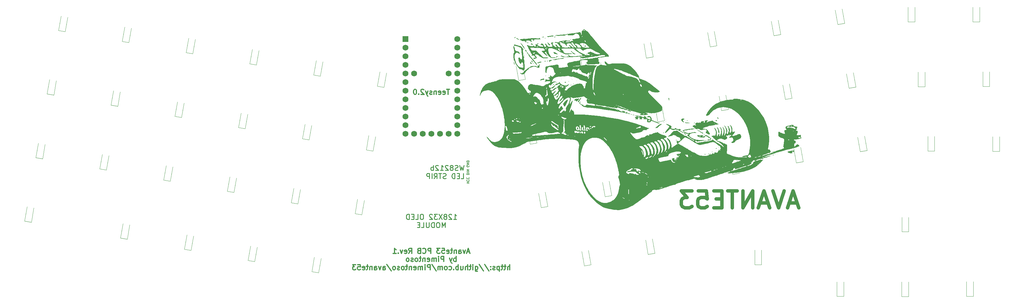
<source format=gbr>
%TF.GenerationSoftware,KiCad,Pcbnew,(6.0.9-0)*%
%TF.CreationDate,2023-02-13T21:26:21+01:00*%
%TF.ProjectId,pcb,7063622e-6b69-4636-9164-5f7063625858,rev?*%
%TF.SameCoordinates,Original*%
%TF.FileFunction,Legend,Bot*%
%TF.FilePolarity,Positive*%
%FSLAX46Y46*%
G04 Gerber Fmt 4.6, Leading zero omitted, Abs format (unit mm)*
G04 Created by KiCad (PCBNEW (6.0.9-0)) date 2023-02-13 21:26:21*
%MOMM*%
%LPD*%
G01*
G04 APERTURE LIST*
%ADD10C,0.300000*%
%ADD11C,1.000000*%
%ADD12C,0.150000*%
%ADD13C,0.250000*%
%ADD14C,0.120000*%
%ADD15R,1.752600X1.752600*%
%ADD16C,1.752600*%
G04 APERTURE END LIST*
D10*
X196111142Y-57446171D02*
X195254000Y-57446171D01*
X195682571Y-58946171D02*
X195682571Y-57446171D01*
X194182571Y-58874742D02*
X194325428Y-58946171D01*
X194611142Y-58946171D01*
X194754000Y-58874742D01*
X194825428Y-58731885D01*
X194825428Y-58160457D01*
X194754000Y-58017600D01*
X194611142Y-57946171D01*
X194325428Y-57946171D01*
X194182571Y-58017600D01*
X194111142Y-58160457D01*
X194111142Y-58303314D01*
X194825428Y-58446171D01*
X192896857Y-58874742D02*
X193039714Y-58946171D01*
X193325428Y-58946171D01*
X193468285Y-58874742D01*
X193539714Y-58731885D01*
X193539714Y-58160457D01*
X193468285Y-58017600D01*
X193325428Y-57946171D01*
X193039714Y-57946171D01*
X192896857Y-58017600D01*
X192825428Y-58160457D01*
X192825428Y-58303314D01*
X193539714Y-58446171D01*
X192182571Y-57946171D02*
X192182571Y-58946171D01*
X192182571Y-58089028D02*
X192111142Y-58017600D01*
X191968285Y-57946171D01*
X191754000Y-57946171D01*
X191611142Y-58017600D01*
X191539714Y-58160457D01*
X191539714Y-58946171D01*
X190896857Y-58874742D02*
X190754000Y-58946171D01*
X190468285Y-58946171D01*
X190325428Y-58874742D01*
X190254000Y-58731885D01*
X190254000Y-58660457D01*
X190325428Y-58517600D01*
X190468285Y-58446171D01*
X190682571Y-58446171D01*
X190825428Y-58374742D01*
X190896857Y-58231885D01*
X190896857Y-58160457D01*
X190825428Y-58017600D01*
X190682571Y-57946171D01*
X190468285Y-57946171D01*
X190325428Y-58017600D01*
X189754000Y-57946171D02*
X189396857Y-58946171D01*
X189039714Y-57946171D02*
X189396857Y-58946171D01*
X189539714Y-59303314D01*
X189611142Y-59374742D01*
X189754000Y-59446171D01*
X188539714Y-57589028D02*
X188468285Y-57517600D01*
X188325428Y-57446171D01*
X187968285Y-57446171D01*
X187825428Y-57517600D01*
X187754000Y-57589028D01*
X187682571Y-57731885D01*
X187682571Y-57874742D01*
X187754000Y-58089028D01*
X188611142Y-58946171D01*
X187682571Y-58946171D01*
X187039714Y-58803314D02*
X186968285Y-58874742D01*
X187039714Y-58946171D01*
X187111142Y-58874742D01*
X187039714Y-58803314D01*
X187039714Y-58946171D01*
X186039714Y-57446171D02*
X185896857Y-57446171D01*
X185754000Y-57517600D01*
X185682571Y-57589028D01*
X185611142Y-57731885D01*
X185539714Y-58017600D01*
X185539714Y-58374742D01*
X185611142Y-58660457D01*
X185682571Y-58803314D01*
X185754000Y-58874742D01*
X185896857Y-58946171D01*
X186039714Y-58946171D01*
X186182571Y-58874742D01*
X186254000Y-58803314D01*
X186325428Y-58660457D01*
X186396857Y-58374742D01*
X186396857Y-58017600D01*
X186325428Y-57731885D01*
X186254000Y-57589028D01*
X186182571Y-57517600D01*
X186039714Y-57446171D01*
D11*
X298328809Y-91003333D02*
X295947857Y-91003333D01*
X298805000Y-92431904D02*
X297138333Y-87431904D01*
X295471666Y-92431904D01*
X294519285Y-87431904D02*
X292852619Y-92431904D01*
X291185952Y-87431904D01*
X289757380Y-91003333D02*
X287376428Y-91003333D01*
X290233571Y-92431904D02*
X288566904Y-87431904D01*
X286900238Y-92431904D01*
X285233571Y-92431904D02*
X285233571Y-87431904D01*
X282376428Y-92431904D01*
X282376428Y-87431904D01*
X280709761Y-87431904D02*
X277852619Y-87431904D01*
X279281190Y-92431904D02*
X279281190Y-87431904D01*
X276185952Y-89812857D02*
X274519285Y-89812857D01*
X273805000Y-92431904D02*
X276185952Y-92431904D01*
X276185952Y-87431904D01*
X273805000Y-87431904D01*
X269281190Y-87431904D02*
X271662142Y-87431904D01*
X271900238Y-89812857D01*
X271662142Y-89574761D01*
X271185952Y-89336666D01*
X269995476Y-89336666D01*
X269519285Y-89574761D01*
X269281190Y-89812857D01*
X269043095Y-90289047D01*
X269043095Y-91479523D01*
X269281190Y-91955714D01*
X269519285Y-92193809D01*
X269995476Y-92431904D01*
X271185952Y-92431904D01*
X271662142Y-92193809D01*
X271900238Y-91955714D01*
X267376428Y-87431904D02*
X264281190Y-87431904D01*
X265947857Y-89336666D01*
X265233571Y-89336666D01*
X264757380Y-89574761D01*
X264519285Y-89812857D01*
X264281190Y-90289047D01*
X264281190Y-91479523D01*
X264519285Y-91955714D01*
X264757380Y-92193809D01*
X265233571Y-92431904D01*
X266662142Y-92431904D01*
X267138333Y-92193809D01*
X267376428Y-91955714D01*
D12*
X201856133Y-85255466D02*
X201156133Y-85022133D01*
X201856133Y-84788800D01*
X201222800Y-84155466D02*
X201189466Y-84188800D01*
X201156133Y-84288800D01*
X201156133Y-84355466D01*
X201189466Y-84455466D01*
X201256133Y-84522133D01*
X201322800Y-84555466D01*
X201456133Y-84588800D01*
X201556133Y-84588800D01*
X201689466Y-84555466D01*
X201756133Y-84522133D01*
X201822800Y-84455466D01*
X201856133Y-84355466D01*
X201856133Y-84288800D01*
X201822800Y-84188800D01*
X201789466Y-84155466D01*
X201222800Y-83455466D02*
X201189466Y-83488800D01*
X201156133Y-83588800D01*
X201156133Y-83655466D01*
X201189466Y-83755466D01*
X201256133Y-83822133D01*
X201322800Y-83855466D01*
X201456133Y-83888800D01*
X201556133Y-83888800D01*
X201689466Y-83855466D01*
X201756133Y-83822133D01*
X201822800Y-83755466D01*
X201856133Y-83655466D01*
X201856133Y-83588800D01*
X201822800Y-83488800D01*
X201789466Y-83455466D01*
X201156133Y-82622133D02*
X201856133Y-82622133D01*
X201856133Y-82455466D01*
X201822800Y-82355466D01*
X201756133Y-82288800D01*
X201689466Y-82255466D01*
X201556133Y-82222133D01*
X201456133Y-82222133D01*
X201322800Y-82255466D01*
X201256133Y-82288800D01*
X201189466Y-82355466D01*
X201156133Y-82455466D01*
X201156133Y-82622133D01*
X201156133Y-81922133D02*
X201856133Y-81922133D01*
X201156133Y-81588800D02*
X201856133Y-81588800D01*
X201156133Y-81188800D01*
X201856133Y-81188800D01*
X201822800Y-79955466D02*
X201856133Y-80022133D01*
X201856133Y-80122133D01*
X201822800Y-80222133D01*
X201756133Y-80288800D01*
X201689466Y-80322133D01*
X201556133Y-80355466D01*
X201456133Y-80355466D01*
X201322800Y-80322133D01*
X201256133Y-80288800D01*
X201189466Y-80222133D01*
X201156133Y-80122133D01*
X201156133Y-80055466D01*
X201189466Y-79955466D01*
X201222800Y-79922133D01*
X201456133Y-79922133D01*
X201456133Y-80055466D01*
X201156133Y-79622133D02*
X201856133Y-79622133D01*
X201156133Y-79222133D01*
X201856133Y-79222133D01*
X201156133Y-78888800D02*
X201856133Y-78888800D01*
X201856133Y-78722133D01*
X201822800Y-78622133D01*
X201756133Y-78555466D01*
X201689466Y-78522133D01*
X201556133Y-78488800D01*
X201456133Y-78488800D01*
X201322800Y-78522133D01*
X201256133Y-78555466D01*
X201189466Y-78622133D01*
X201156133Y-78722133D01*
X201156133Y-78888800D01*
D13*
X197289714Y-95787871D02*
X198146857Y-95787871D01*
X197718285Y-95787871D02*
X197718285Y-94287871D01*
X197861142Y-94502157D01*
X198004000Y-94645014D01*
X198146857Y-94716442D01*
X196718285Y-94430728D02*
X196646857Y-94359300D01*
X196504000Y-94287871D01*
X196146857Y-94287871D01*
X196004000Y-94359300D01*
X195932571Y-94430728D01*
X195861142Y-94573585D01*
X195861142Y-94716442D01*
X195932571Y-94930728D01*
X196789714Y-95787871D01*
X195861142Y-95787871D01*
X195004000Y-94930728D02*
X195146857Y-94859300D01*
X195218285Y-94787871D01*
X195289714Y-94645014D01*
X195289714Y-94573585D01*
X195218285Y-94430728D01*
X195146857Y-94359300D01*
X195004000Y-94287871D01*
X194718285Y-94287871D01*
X194575428Y-94359300D01*
X194504000Y-94430728D01*
X194432571Y-94573585D01*
X194432571Y-94645014D01*
X194504000Y-94787871D01*
X194575428Y-94859300D01*
X194718285Y-94930728D01*
X195004000Y-94930728D01*
X195146857Y-95002157D01*
X195218285Y-95073585D01*
X195289714Y-95216442D01*
X195289714Y-95502157D01*
X195218285Y-95645014D01*
X195146857Y-95716442D01*
X195004000Y-95787871D01*
X194718285Y-95787871D01*
X194575428Y-95716442D01*
X194504000Y-95645014D01*
X194432571Y-95502157D01*
X194432571Y-95216442D01*
X194504000Y-95073585D01*
X194575428Y-95002157D01*
X194718285Y-94930728D01*
X193932571Y-94287871D02*
X192932571Y-95787871D01*
X192932571Y-94287871D02*
X193932571Y-95787871D01*
X192504000Y-94287871D02*
X191575428Y-94287871D01*
X192075428Y-94859300D01*
X191861142Y-94859300D01*
X191718285Y-94930728D01*
X191646857Y-95002157D01*
X191575428Y-95145014D01*
X191575428Y-95502157D01*
X191646857Y-95645014D01*
X191718285Y-95716442D01*
X191861142Y-95787871D01*
X192289714Y-95787871D01*
X192432571Y-95716442D01*
X192504000Y-95645014D01*
X191004000Y-94430728D02*
X190932571Y-94359300D01*
X190789714Y-94287871D01*
X190432571Y-94287871D01*
X190289714Y-94359300D01*
X190218285Y-94430728D01*
X190146857Y-94573585D01*
X190146857Y-94716442D01*
X190218285Y-94930728D01*
X191075428Y-95787871D01*
X190146857Y-95787871D01*
X188075428Y-94287871D02*
X187789714Y-94287871D01*
X187646857Y-94359300D01*
X187504000Y-94502157D01*
X187432571Y-94787871D01*
X187432571Y-95287871D01*
X187504000Y-95573585D01*
X187646857Y-95716442D01*
X187789714Y-95787871D01*
X188075428Y-95787871D01*
X188218285Y-95716442D01*
X188361142Y-95573585D01*
X188432571Y-95287871D01*
X188432571Y-94787871D01*
X188361142Y-94502157D01*
X188218285Y-94359300D01*
X188075428Y-94287871D01*
X186075428Y-95787871D02*
X186789714Y-95787871D01*
X186789714Y-94287871D01*
X185575428Y-95002157D02*
X185075428Y-95002157D01*
X184861142Y-95787871D02*
X185575428Y-95787871D01*
X185575428Y-94287871D01*
X184861142Y-94287871D01*
X184218285Y-95787871D02*
X184218285Y-94287871D01*
X183861142Y-94287871D01*
X183646857Y-94359300D01*
X183504000Y-94502157D01*
X183432571Y-94645014D01*
X183361142Y-94930728D01*
X183361142Y-95145014D01*
X183432571Y-95430728D01*
X183504000Y-95573585D01*
X183646857Y-95716442D01*
X183861142Y-95787871D01*
X184218285Y-95787871D01*
X194861142Y-98202871D02*
X194861142Y-96702871D01*
X194361142Y-97774300D01*
X193861142Y-96702871D01*
X193861142Y-98202871D01*
X192861142Y-96702871D02*
X192575428Y-96702871D01*
X192432571Y-96774300D01*
X192289714Y-96917157D01*
X192218285Y-97202871D01*
X192218285Y-97702871D01*
X192289714Y-97988585D01*
X192432571Y-98131442D01*
X192575428Y-98202871D01*
X192861142Y-98202871D01*
X193004000Y-98131442D01*
X193146857Y-97988585D01*
X193218285Y-97702871D01*
X193218285Y-97202871D01*
X193146857Y-96917157D01*
X193004000Y-96774300D01*
X192861142Y-96702871D01*
X191575428Y-98202871D02*
X191575428Y-96702871D01*
X191218285Y-96702871D01*
X191004000Y-96774300D01*
X190861142Y-96917157D01*
X190789714Y-97060014D01*
X190718285Y-97345728D01*
X190718285Y-97560014D01*
X190789714Y-97845728D01*
X190861142Y-97988585D01*
X191004000Y-98131442D01*
X191218285Y-98202871D01*
X191575428Y-98202871D01*
X190075428Y-96702871D02*
X190075428Y-97917157D01*
X190004000Y-98060014D01*
X189932571Y-98131442D01*
X189789714Y-98202871D01*
X189504000Y-98202871D01*
X189361142Y-98131442D01*
X189289714Y-98060014D01*
X189218285Y-97917157D01*
X189218285Y-96702871D01*
X187789714Y-98202871D02*
X188504000Y-98202871D01*
X188504000Y-96702871D01*
X187289714Y-97417157D02*
X186789714Y-97417157D01*
X186575428Y-98202871D02*
X187289714Y-98202871D01*
X187289714Y-96702871D01*
X186575428Y-96702871D01*
D10*
X201968285Y-105404000D02*
X201254000Y-105404000D01*
X202111142Y-105832571D02*
X201611142Y-104332571D01*
X201111142Y-105832571D01*
X200754000Y-104832571D02*
X200396857Y-105832571D01*
X200039714Y-104832571D01*
X198825428Y-105832571D02*
X198825428Y-105046857D01*
X198896857Y-104904000D01*
X199039714Y-104832571D01*
X199325428Y-104832571D01*
X199468285Y-104904000D01*
X198825428Y-105761142D02*
X198968285Y-105832571D01*
X199325428Y-105832571D01*
X199468285Y-105761142D01*
X199539714Y-105618285D01*
X199539714Y-105475428D01*
X199468285Y-105332571D01*
X199325428Y-105261142D01*
X198968285Y-105261142D01*
X198825428Y-105189714D01*
X198111142Y-104832571D02*
X198111142Y-105832571D01*
X198111142Y-104975428D02*
X198039714Y-104904000D01*
X197896857Y-104832571D01*
X197682571Y-104832571D01*
X197539714Y-104904000D01*
X197468285Y-105046857D01*
X197468285Y-105832571D01*
X196968285Y-104832571D02*
X196396857Y-104832571D01*
X196754000Y-104332571D02*
X196754000Y-105618285D01*
X196682571Y-105761142D01*
X196539714Y-105832571D01*
X196396857Y-105832571D01*
X195325428Y-105761142D02*
X195468285Y-105832571D01*
X195754000Y-105832571D01*
X195896857Y-105761142D01*
X195968285Y-105618285D01*
X195968285Y-105046857D01*
X195896857Y-104904000D01*
X195754000Y-104832571D01*
X195468285Y-104832571D01*
X195325428Y-104904000D01*
X195254000Y-105046857D01*
X195254000Y-105189714D01*
X195968285Y-105332571D01*
X193896857Y-104332571D02*
X194611142Y-104332571D01*
X194682571Y-105046857D01*
X194611142Y-104975428D01*
X194468285Y-104904000D01*
X194111142Y-104904000D01*
X193968285Y-104975428D01*
X193896857Y-105046857D01*
X193825428Y-105189714D01*
X193825428Y-105546857D01*
X193896857Y-105689714D01*
X193968285Y-105761142D01*
X194111142Y-105832571D01*
X194468285Y-105832571D01*
X194611142Y-105761142D01*
X194682571Y-105689714D01*
X193325428Y-104332571D02*
X192396857Y-104332571D01*
X192896857Y-104904000D01*
X192682571Y-104904000D01*
X192539714Y-104975428D01*
X192468285Y-105046857D01*
X192396857Y-105189714D01*
X192396857Y-105546857D01*
X192468285Y-105689714D01*
X192539714Y-105761142D01*
X192682571Y-105832571D01*
X193111142Y-105832571D01*
X193254000Y-105761142D01*
X193325428Y-105689714D01*
X190611142Y-105832571D02*
X190611142Y-104332571D01*
X190039714Y-104332571D01*
X189896857Y-104404000D01*
X189825428Y-104475428D01*
X189754000Y-104618285D01*
X189754000Y-104832571D01*
X189825428Y-104975428D01*
X189896857Y-105046857D01*
X190039714Y-105118285D01*
X190611142Y-105118285D01*
X188254000Y-105689714D02*
X188325428Y-105761142D01*
X188539714Y-105832571D01*
X188682571Y-105832571D01*
X188896857Y-105761142D01*
X189039714Y-105618285D01*
X189111142Y-105475428D01*
X189182571Y-105189714D01*
X189182571Y-104975428D01*
X189111142Y-104689714D01*
X189039714Y-104546857D01*
X188896857Y-104404000D01*
X188682571Y-104332571D01*
X188539714Y-104332571D01*
X188325428Y-104404000D01*
X188254000Y-104475428D01*
X187111142Y-105046857D02*
X186896857Y-105118285D01*
X186825428Y-105189714D01*
X186754000Y-105332571D01*
X186754000Y-105546857D01*
X186825428Y-105689714D01*
X186896857Y-105761142D01*
X187039714Y-105832571D01*
X187611142Y-105832571D01*
X187611142Y-104332571D01*
X187111142Y-104332571D01*
X186968285Y-104404000D01*
X186896857Y-104475428D01*
X186825428Y-104618285D01*
X186825428Y-104761142D01*
X186896857Y-104904000D01*
X186968285Y-104975428D01*
X187111142Y-105046857D01*
X187611142Y-105046857D01*
X184111142Y-105832571D02*
X184611142Y-105118285D01*
X184968285Y-105832571D02*
X184968285Y-104332571D01*
X184396857Y-104332571D01*
X184254000Y-104404000D01*
X184182571Y-104475428D01*
X184111142Y-104618285D01*
X184111142Y-104832571D01*
X184182571Y-104975428D01*
X184254000Y-105046857D01*
X184396857Y-105118285D01*
X184968285Y-105118285D01*
X182896857Y-105761142D02*
X183039714Y-105832571D01*
X183325428Y-105832571D01*
X183468285Y-105761142D01*
X183539714Y-105618285D01*
X183539714Y-105046857D01*
X183468285Y-104904000D01*
X183325428Y-104832571D01*
X183039714Y-104832571D01*
X182896857Y-104904000D01*
X182825428Y-105046857D01*
X182825428Y-105189714D01*
X183539714Y-105332571D01*
X182325428Y-104832571D02*
X181968285Y-105832571D01*
X181611142Y-104832571D01*
X181039714Y-105689714D02*
X180968285Y-105761142D01*
X181039714Y-105832571D01*
X181111142Y-105761142D01*
X181039714Y-105689714D01*
X181039714Y-105832571D01*
X179539714Y-105832571D02*
X180396857Y-105832571D01*
X179968285Y-105832571D02*
X179968285Y-104332571D01*
X180111142Y-104546857D01*
X180254000Y-104689714D01*
X180396857Y-104761142D01*
X198039714Y-108247571D02*
X198039714Y-106747571D01*
X198039714Y-107319000D02*
X197896857Y-107247571D01*
X197611142Y-107247571D01*
X197468285Y-107319000D01*
X197396857Y-107390428D01*
X197325428Y-107533285D01*
X197325428Y-107961857D01*
X197396857Y-108104714D01*
X197468285Y-108176142D01*
X197611142Y-108247571D01*
X197896857Y-108247571D01*
X198039714Y-108176142D01*
X196825428Y-107247571D02*
X196468285Y-108247571D01*
X196111142Y-107247571D02*
X196468285Y-108247571D01*
X196611142Y-108604714D01*
X196682571Y-108676142D01*
X196825428Y-108747571D01*
X194396857Y-108247571D02*
X194396857Y-106747571D01*
X193825428Y-106747571D01*
X193682571Y-106819000D01*
X193611142Y-106890428D01*
X193539714Y-107033285D01*
X193539714Y-107247571D01*
X193611142Y-107390428D01*
X193682571Y-107461857D01*
X193825428Y-107533285D01*
X194396857Y-107533285D01*
X192896857Y-108247571D02*
X192896857Y-107247571D01*
X192896857Y-106747571D02*
X192968285Y-106819000D01*
X192896857Y-106890428D01*
X192825428Y-106819000D01*
X192896857Y-106747571D01*
X192896857Y-106890428D01*
X192182571Y-108247571D02*
X192182571Y-107247571D01*
X192182571Y-107390428D02*
X192111142Y-107319000D01*
X191968285Y-107247571D01*
X191754000Y-107247571D01*
X191611142Y-107319000D01*
X191539714Y-107461857D01*
X191539714Y-108247571D01*
X191539714Y-107461857D02*
X191468285Y-107319000D01*
X191325428Y-107247571D01*
X191111142Y-107247571D01*
X190968285Y-107319000D01*
X190896857Y-107461857D01*
X190896857Y-108247571D01*
X189611142Y-108176142D02*
X189754000Y-108247571D01*
X190039714Y-108247571D01*
X190182571Y-108176142D01*
X190254000Y-108033285D01*
X190254000Y-107461857D01*
X190182571Y-107319000D01*
X190039714Y-107247571D01*
X189754000Y-107247571D01*
X189611142Y-107319000D01*
X189539714Y-107461857D01*
X189539714Y-107604714D01*
X190254000Y-107747571D01*
X188896857Y-107247571D02*
X188896857Y-108247571D01*
X188896857Y-107390428D02*
X188825428Y-107319000D01*
X188682571Y-107247571D01*
X188468285Y-107247571D01*
X188325428Y-107319000D01*
X188254000Y-107461857D01*
X188254000Y-108247571D01*
X187754000Y-107247571D02*
X187182571Y-107247571D01*
X187539714Y-106747571D02*
X187539714Y-108033285D01*
X187468285Y-108176142D01*
X187325428Y-108247571D01*
X187182571Y-108247571D01*
X186468285Y-108247571D02*
X186611142Y-108176142D01*
X186682571Y-108104714D01*
X186754000Y-107961857D01*
X186754000Y-107533285D01*
X186682571Y-107390428D01*
X186611142Y-107319000D01*
X186468285Y-107247571D01*
X186254000Y-107247571D01*
X186111142Y-107319000D01*
X186039714Y-107390428D01*
X185968285Y-107533285D01*
X185968285Y-107961857D01*
X186039714Y-108104714D01*
X186111142Y-108176142D01*
X186254000Y-108247571D01*
X186468285Y-108247571D01*
X185396857Y-108176142D02*
X185254000Y-108247571D01*
X184968285Y-108247571D01*
X184825428Y-108176142D01*
X184754000Y-108033285D01*
X184754000Y-107961857D01*
X184825428Y-107819000D01*
X184968285Y-107747571D01*
X185182571Y-107747571D01*
X185325428Y-107676142D01*
X185396857Y-107533285D01*
X185396857Y-107461857D01*
X185325428Y-107319000D01*
X185182571Y-107247571D01*
X184968285Y-107247571D01*
X184825428Y-107319000D01*
X183896857Y-108247571D02*
X184039714Y-108176142D01*
X184111142Y-108104714D01*
X184182571Y-107961857D01*
X184182571Y-107533285D01*
X184111142Y-107390428D01*
X184039714Y-107319000D01*
X183896857Y-107247571D01*
X183682571Y-107247571D01*
X183539714Y-107319000D01*
X183468285Y-107390428D01*
X183396857Y-107533285D01*
X183396857Y-107961857D01*
X183468285Y-108104714D01*
X183539714Y-108176142D01*
X183682571Y-108247571D01*
X183896857Y-108247571D01*
X213825428Y-110662571D02*
X213825428Y-109162571D01*
X213182571Y-110662571D02*
X213182571Y-109876857D01*
X213254000Y-109734000D01*
X213396857Y-109662571D01*
X213611142Y-109662571D01*
X213754000Y-109734000D01*
X213825428Y-109805428D01*
X212682571Y-109662571D02*
X212111142Y-109662571D01*
X212468285Y-109162571D02*
X212468285Y-110448285D01*
X212396857Y-110591142D01*
X212254000Y-110662571D01*
X212111142Y-110662571D01*
X211825428Y-109662571D02*
X211254000Y-109662571D01*
X211611142Y-109162571D02*
X211611142Y-110448285D01*
X211539714Y-110591142D01*
X211396857Y-110662571D01*
X211254000Y-110662571D01*
X210754000Y-109662571D02*
X210754000Y-111162571D01*
X210754000Y-109734000D02*
X210611142Y-109662571D01*
X210325428Y-109662571D01*
X210182571Y-109734000D01*
X210111142Y-109805428D01*
X210039714Y-109948285D01*
X210039714Y-110376857D01*
X210111142Y-110519714D01*
X210182571Y-110591142D01*
X210325428Y-110662571D01*
X210611142Y-110662571D01*
X210754000Y-110591142D01*
X209468285Y-110591142D02*
X209325428Y-110662571D01*
X209039714Y-110662571D01*
X208896857Y-110591142D01*
X208825428Y-110448285D01*
X208825428Y-110376857D01*
X208896857Y-110234000D01*
X209039714Y-110162571D01*
X209254000Y-110162571D01*
X209396857Y-110091142D01*
X209468285Y-109948285D01*
X209468285Y-109876857D01*
X209396857Y-109734000D01*
X209254000Y-109662571D01*
X209039714Y-109662571D01*
X208896857Y-109734000D01*
X208182571Y-110519714D02*
X208111142Y-110591142D01*
X208182571Y-110662571D01*
X208254000Y-110591142D01*
X208182571Y-110519714D01*
X208182571Y-110662571D01*
X208182571Y-109734000D02*
X208111142Y-109805428D01*
X208182571Y-109876857D01*
X208254000Y-109805428D01*
X208182571Y-109734000D01*
X208182571Y-109876857D01*
X206396857Y-109091142D02*
X207682571Y-111019714D01*
X204825428Y-109091142D02*
X206111142Y-111019714D01*
X203682571Y-109662571D02*
X203682571Y-110876857D01*
X203754000Y-111019714D01*
X203825428Y-111091142D01*
X203968285Y-111162571D01*
X204182571Y-111162571D01*
X204325428Y-111091142D01*
X203682571Y-110591142D02*
X203825428Y-110662571D01*
X204111142Y-110662571D01*
X204254000Y-110591142D01*
X204325428Y-110519714D01*
X204396857Y-110376857D01*
X204396857Y-109948285D01*
X204325428Y-109805428D01*
X204254000Y-109734000D01*
X204111142Y-109662571D01*
X203825428Y-109662571D01*
X203682571Y-109734000D01*
X202968285Y-110662571D02*
X202968285Y-109662571D01*
X202968285Y-109162571D02*
X203039714Y-109234000D01*
X202968285Y-109305428D01*
X202896857Y-109234000D01*
X202968285Y-109162571D01*
X202968285Y-109305428D01*
X202468285Y-109662571D02*
X201896857Y-109662571D01*
X202254000Y-109162571D02*
X202254000Y-110448285D01*
X202182571Y-110591142D01*
X202039714Y-110662571D01*
X201896857Y-110662571D01*
X201396857Y-110662571D02*
X201396857Y-109162571D01*
X200754000Y-110662571D02*
X200754000Y-109876857D01*
X200825428Y-109734000D01*
X200968285Y-109662571D01*
X201182571Y-109662571D01*
X201325428Y-109734000D01*
X201396857Y-109805428D01*
X199396857Y-109662571D02*
X199396857Y-110662571D01*
X200039714Y-109662571D02*
X200039714Y-110448285D01*
X199968285Y-110591142D01*
X199825428Y-110662571D01*
X199611142Y-110662571D01*
X199468285Y-110591142D01*
X199396857Y-110519714D01*
X198682571Y-110662571D02*
X198682571Y-109162571D01*
X198682571Y-109734000D02*
X198539714Y-109662571D01*
X198253999Y-109662571D01*
X198111142Y-109734000D01*
X198039714Y-109805428D01*
X197968285Y-109948285D01*
X197968285Y-110376857D01*
X198039714Y-110519714D01*
X198111142Y-110591142D01*
X198253999Y-110662571D01*
X198539714Y-110662571D01*
X198682571Y-110591142D01*
X197325428Y-110519714D02*
X197253999Y-110591142D01*
X197325428Y-110662571D01*
X197396857Y-110591142D01*
X197325428Y-110519714D01*
X197325428Y-110662571D01*
X195968285Y-110591142D02*
X196111142Y-110662571D01*
X196396857Y-110662571D01*
X196539714Y-110591142D01*
X196611142Y-110519714D01*
X196682571Y-110376857D01*
X196682571Y-109948285D01*
X196611142Y-109805428D01*
X196539714Y-109734000D01*
X196396857Y-109662571D01*
X196111142Y-109662571D01*
X195968285Y-109734000D01*
X195111142Y-110662571D02*
X195253999Y-110591142D01*
X195325428Y-110519714D01*
X195396857Y-110376857D01*
X195396857Y-109948285D01*
X195325428Y-109805428D01*
X195253999Y-109734000D01*
X195111142Y-109662571D01*
X194896857Y-109662571D01*
X194753999Y-109734000D01*
X194682571Y-109805428D01*
X194611142Y-109948285D01*
X194611142Y-110376857D01*
X194682571Y-110519714D01*
X194753999Y-110591142D01*
X194896857Y-110662571D01*
X195111142Y-110662571D01*
X193968285Y-110662571D02*
X193968285Y-109662571D01*
X193968285Y-109805428D02*
X193896857Y-109734000D01*
X193753999Y-109662571D01*
X193539714Y-109662571D01*
X193396857Y-109734000D01*
X193325428Y-109876857D01*
X193325428Y-110662571D01*
X193325428Y-109876857D02*
X193253999Y-109734000D01*
X193111142Y-109662571D01*
X192896857Y-109662571D01*
X192753999Y-109734000D01*
X192682571Y-109876857D01*
X192682571Y-110662571D01*
X190896857Y-109091142D02*
X192182571Y-111019714D01*
X190396857Y-110662571D02*
X190396857Y-109162571D01*
X189825428Y-109162571D01*
X189682571Y-109234000D01*
X189611142Y-109305428D01*
X189539714Y-109448285D01*
X189539714Y-109662571D01*
X189611142Y-109805428D01*
X189682571Y-109876857D01*
X189825428Y-109948285D01*
X190396857Y-109948285D01*
X188896857Y-110662571D02*
X188896857Y-109662571D01*
X188896857Y-109162571D02*
X188968285Y-109234000D01*
X188896857Y-109305428D01*
X188825428Y-109234000D01*
X188896857Y-109162571D01*
X188896857Y-109305428D01*
X188182571Y-110662571D02*
X188182571Y-109662571D01*
X188182571Y-109805428D02*
X188111142Y-109734000D01*
X187968285Y-109662571D01*
X187753999Y-109662571D01*
X187611142Y-109734000D01*
X187539714Y-109876857D01*
X187539714Y-110662571D01*
X187539714Y-109876857D02*
X187468285Y-109734000D01*
X187325428Y-109662571D01*
X187111142Y-109662571D01*
X186968285Y-109734000D01*
X186896857Y-109876857D01*
X186896857Y-110662571D01*
X185611142Y-110591142D02*
X185753999Y-110662571D01*
X186039714Y-110662571D01*
X186182571Y-110591142D01*
X186253999Y-110448285D01*
X186253999Y-109876857D01*
X186182571Y-109734000D01*
X186039714Y-109662571D01*
X185753999Y-109662571D01*
X185611142Y-109734000D01*
X185539714Y-109876857D01*
X185539714Y-110019714D01*
X186253999Y-110162571D01*
X184896857Y-109662571D02*
X184896857Y-110662571D01*
X184896857Y-109805428D02*
X184825428Y-109734000D01*
X184682571Y-109662571D01*
X184468285Y-109662571D01*
X184325428Y-109734000D01*
X184253999Y-109876857D01*
X184253999Y-110662571D01*
X183753999Y-109662571D02*
X183182571Y-109662571D01*
X183539714Y-109162571D02*
X183539714Y-110448285D01*
X183468285Y-110591142D01*
X183325428Y-110662571D01*
X183182571Y-110662571D01*
X182468285Y-110662571D02*
X182611142Y-110591142D01*
X182682571Y-110519714D01*
X182753999Y-110376857D01*
X182753999Y-109948285D01*
X182682571Y-109805428D01*
X182611142Y-109734000D01*
X182468285Y-109662571D01*
X182253999Y-109662571D01*
X182111142Y-109734000D01*
X182039714Y-109805428D01*
X181968285Y-109948285D01*
X181968285Y-110376857D01*
X182039714Y-110519714D01*
X182111142Y-110591142D01*
X182253999Y-110662571D01*
X182468285Y-110662571D01*
X181396857Y-110591142D02*
X181253999Y-110662571D01*
X180968285Y-110662571D01*
X180825428Y-110591142D01*
X180753999Y-110448285D01*
X180753999Y-110376857D01*
X180825428Y-110234000D01*
X180968285Y-110162571D01*
X181182571Y-110162571D01*
X181325428Y-110091142D01*
X181396857Y-109948285D01*
X181396857Y-109876857D01*
X181325428Y-109734000D01*
X181182571Y-109662571D01*
X180968285Y-109662571D01*
X180825428Y-109734000D01*
X179896857Y-110662571D02*
X180039714Y-110591142D01*
X180111142Y-110519714D01*
X180182571Y-110376857D01*
X180182571Y-109948285D01*
X180111142Y-109805428D01*
X180039714Y-109734000D01*
X179896857Y-109662571D01*
X179682571Y-109662571D01*
X179539714Y-109734000D01*
X179468285Y-109805428D01*
X179396857Y-109948285D01*
X179396857Y-110376857D01*
X179468285Y-110519714D01*
X179539714Y-110591142D01*
X179682571Y-110662571D01*
X179896857Y-110662571D01*
X177682571Y-109091142D02*
X178968285Y-111019714D01*
X176539714Y-110662571D02*
X176539714Y-109876857D01*
X176611142Y-109734000D01*
X176754000Y-109662571D01*
X177039714Y-109662571D01*
X177182571Y-109734000D01*
X176539714Y-110591142D02*
X176682571Y-110662571D01*
X177039714Y-110662571D01*
X177182571Y-110591142D01*
X177254000Y-110448285D01*
X177254000Y-110305428D01*
X177182571Y-110162571D01*
X177039714Y-110091142D01*
X176682571Y-110091142D01*
X176539714Y-110019714D01*
X175968285Y-109662571D02*
X175611142Y-110662571D01*
X175254000Y-109662571D01*
X174039714Y-110662571D02*
X174039714Y-109876857D01*
X174111142Y-109734000D01*
X174254000Y-109662571D01*
X174539714Y-109662571D01*
X174682571Y-109734000D01*
X174039714Y-110591142D02*
X174182571Y-110662571D01*
X174539714Y-110662571D01*
X174682571Y-110591142D01*
X174754000Y-110448285D01*
X174754000Y-110305428D01*
X174682571Y-110162571D01*
X174539714Y-110091142D01*
X174182571Y-110091142D01*
X174039714Y-110019714D01*
X173325428Y-109662571D02*
X173325428Y-110662571D01*
X173325428Y-109805428D02*
X173254000Y-109734000D01*
X173111142Y-109662571D01*
X172896857Y-109662571D01*
X172754000Y-109734000D01*
X172682571Y-109876857D01*
X172682571Y-110662571D01*
X172182571Y-109662571D02*
X171611142Y-109662571D01*
X171968285Y-109162571D02*
X171968285Y-110448285D01*
X171896857Y-110591142D01*
X171754000Y-110662571D01*
X171611142Y-110662571D01*
X170539714Y-110591142D02*
X170682571Y-110662571D01*
X170968285Y-110662571D01*
X171111142Y-110591142D01*
X171182571Y-110448285D01*
X171182571Y-109876857D01*
X171111142Y-109734000D01*
X170968285Y-109662571D01*
X170682571Y-109662571D01*
X170539714Y-109734000D01*
X170468285Y-109876857D01*
X170468285Y-110019714D01*
X171182571Y-110162571D01*
X169111142Y-109162571D02*
X169825428Y-109162571D01*
X169896857Y-109876857D01*
X169825428Y-109805428D01*
X169682571Y-109734000D01*
X169325428Y-109734000D01*
X169182571Y-109805428D01*
X169111142Y-109876857D01*
X169039714Y-110019714D01*
X169039714Y-110376857D01*
X169111142Y-110519714D01*
X169182571Y-110591142D01*
X169325428Y-110662571D01*
X169682571Y-110662571D01*
X169825428Y-110591142D01*
X169896857Y-110519714D01*
X168539714Y-109162571D02*
X167611142Y-109162571D01*
X168111142Y-109734000D01*
X167896857Y-109734000D01*
X167754000Y-109805428D01*
X167682571Y-109876857D01*
X167611142Y-110019714D01*
X167611142Y-110376857D01*
X167682571Y-110519714D01*
X167754000Y-110591142D01*
X167896857Y-110662571D01*
X168325428Y-110662571D01*
X168468285Y-110591142D01*
X168539714Y-110519714D01*
D13*
X200334014Y-79860671D02*
X199976871Y-81360671D01*
X199691157Y-80289242D01*
X199405442Y-81360671D01*
X199048300Y-79860671D01*
X198548300Y-81289242D02*
X198334014Y-81360671D01*
X197976871Y-81360671D01*
X197834014Y-81289242D01*
X197762585Y-81217814D01*
X197691157Y-81074957D01*
X197691157Y-80932100D01*
X197762585Y-80789242D01*
X197834014Y-80717814D01*
X197976871Y-80646385D01*
X198262585Y-80574957D01*
X198405442Y-80503528D01*
X198476871Y-80432100D01*
X198548300Y-80289242D01*
X198548300Y-80146385D01*
X198476871Y-80003528D01*
X198405442Y-79932100D01*
X198262585Y-79860671D01*
X197905442Y-79860671D01*
X197691157Y-79932100D01*
X196834014Y-80503528D02*
X196976871Y-80432100D01*
X197048300Y-80360671D01*
X197119728Y-80217814D01*
X197119728Y-80146385D01*
X197048300Y-80003528D01*
X196976871Y-79932100D01*
X196834014Y-79860671D01*
X196548300Y-79860671D01*
X196405442Y-79932100D01*
X196334014Y-80003528D01*
X196262585Y-80146385D01*
X196262585Y-80217814D01*
X196334014Y-80360671D01*
X196405442Y-80432100D01*
X196548300Y-80503528D01*
X196834014Y-80503528D01*
X196976871Y-80574957D01*
X197048300Y-80646385D01*
X197119728Y-80789242D01*
X197119728Y-81074957D01*
X197048300Y-81217814D01*
X196976871Y-81289242D01*
X196834014Y-81360671D01*
X196548300Y-81360671D01*
X196405442Y-81289242D01*
X196334014Y-81217814D01*
X196262585Y-81074957D01*
X196262585Y-80789242D01*
X196334014Y-80646385D01*
X196405442Y-80574957D01*
X196548300Y-80503528D01*
X195691157Y-80003528D02*
X195619728Y-79932100D01*
X195476871Y-79860671D01*
X195119728Y-79860671D01*
X194976871Y-79932100D01*
X194905442Y-80003528D01*
X194834014Y-80146385D01*
X194834014Y-80289242D01*
X194905442Y-80503528D01*
X195762585Y-81360671D01*
X194834014Y-81360671D01*
X193405442Y-81360671D02*
X194262585Y-81360671D01*
X193834014Y-81360671D02*
X193834014Y-79860671D01*
X193976871Y-80074957D01*
X194119728Y-80217814D01*
X194262585Y-80289242D01*
X192834014Y-80003528D02*
X192762585Y-79932100D01*
X192619728Y-79860671D01*
X192262585Y-79860671D01*
X192119728Y-79932100D01*
X192048300Y-80003528D01*
X191976871Y-80146385D01*
X191976871Y-80289242D01*
X192048300Y-80503528D01*
X192905442Y-81360671D01*
X191976871Y-81360671D01*
X191334014Y-81360671D02*
X191334014Y-79860671D01*
X191334014Y-80432100D02*
X191191157Y-80360671D01*
X190905442Y-80360671D01*
X190762585Y-80432100D01*
X190691157Y-80503528D01*
X190619728Y-80646385D01*
X190619728Y-81074957D01*
X190691157Y-81217814D01*
X190762585Y-81289242D01*
X190905442Y-81360671D01*
X191191157Y-81360671D01*
X191334014Y-81289242D01*
X199476871Y-83775671D02*
X200191157Y-83775671D01*
X200191157Y-82275671D01*
X198976871Y-82989957D02*
X198476871Y-82989957D01*
X198262585Y-83775671D02*
X198976871Y-83775671D01*
X198976871Y-82275671D01*
X198262585Y-82275671D01*
X197619728Y-83775671D02*
X197619728Y-82275671D01*
X197262585Y-82275671D01*
X197048300Y-82347100D01*
X196905442Y-82489957D01*
X196834014Y-82632814D01*
X196762585Y-82918528D01*
X196762585Y-83132814D01*
X196834014Y-83418528D01*
X196905442Y-83561385D01*
X197048300Y-83704242D01*
X197262585Y-83775671D01*
X197619728Y-83775671D01*
X195048300Y-83704242D02*
X194834014Y-83775671D01*
X194476871Y-83775671D01*
X194334014Y-83704242D01*
X194262585Y-83632814D01*
X194191157Y-83489957D01*
X194191157Y-83347100D01*
X194262585Y-83204242D01*
X194334014Y-83132814D01*
X194476871Y-83061385D01*
X194762585Y-82989957D01*
X194905442Y-82918528D01*
X194976871Y-82847100D01*
X195048300Y-82704242D01*
X195048300Y-82561385D01*
X194976871Y-82418528D01*
X194905442Y-82347100D01*
X194762585Y-82275671D01*
X194405442Y-82275671D01*
X194191157Y-82347100D01*
X193762585Y-82275671D02*
X192905442Y-82275671D01*
X193334014Y-83775671D02*
X193334014Y-82275671D01*
X191548300Y-83775671D02*
X192048300Y-83061385D01*
X192405442Y-83775671D02*
X192405442Y-82275671D01*
X191834014Y-82275671D01*
X191691157Y-82347100D01*
X191619728Y-82418528D01*
X191548300Y-82561385D01*
X191548300Y-82775671D01*
X191619728Y-82918528D01*
X191691157Y-82989957D01*
X191834014Y-83061385D01*
X192405442Y-83061385D01*
X190905442Y-83775671D02*
X190905442Y-82275671D01*
X190191157Y-83775671D02*
X190191157Y-82275671D01*
X189619728Y-82275671D01*
X189476871Y-82347100D01*
X189405442Y-82418528D01*
X189334014Y-82561385D01*
X189334014Y-82775671D01*
X189405442Y-82918528D01*
X189476871Y-82989957D01*
X189619728Y-83061385D01*
X190191157Y-83061385D01*
D10*
%TO.C,G\u002A\u002A\u002A*%
X254456465Y-65591233D02*
X254601608Y-65518661D01*
X254819322Y-65518661D01*
X255037036Y-65591233D01*
X255182179Y-65736375D01*
X255254751Y-65881518D01*
X255327322Y-66171804D01*
X255327322Y-66389518D01*
X255254751Y-66679804D01*
X255182179Y-66824947D01*
X255037036Y-66970090D01*
X254819322Y-67042661D01*
X254674179Y-67042661D01*
X254456465Y-66970090D01*
X254383894Y-66897518D01*
X254383894Y-66389518D01*
X254674179Y-66389518D01*
X253513036Y-65518661D02*
X253513036Y-65881518D01*
X253875894Y-65736375D02*
X253513036Y-65881518D01*
X253150179Y-65736375D01*
X253730751Y-66171804D02*
X253513036Y-65881518D01*
X253295322Y-66171804D01*
X252351894Y-65518661D02*
X252351894Y-65881518D01*
X252714751Y-65736375D02*
X252351894Y-65881518D01*
X251989036Y-65736375D01*
X252569608Y-66171804D02*
X252351894Y-65881518D01*
X252134179Y-66171804D01*
X251190751Y-65518661D02*
X251190751Y-65881518D01*
X251553608Y-65736375D02*
X251190751Y-65881518D01*
X250827894Y-65736375D01*
X251408465Y-66171804D02*
X251190751Y-65881518D01*
X250973036Y-66171804D01*
D14*
%TO.C,D7*%
X218394411Y-54458412D02*
X216424795Y-54805708D01*
X217647723Y-50223738D02*
X218394411Y-54458412D01*
X216424795Y-54805708D02*
X215678108Y-50571035D01*
%TO.C,D15*%
X80485892Y-54889035D02*
X79739205Y-59123708D01*
X77769589Y-58776412D02*
X78516277Y-54541738D01*
X79739205Y-59123708D02*
X77769589Y-58776412D01*
%TO.C,D3*%
X118612789Y-46584412D02*
X119359477Y-42349738D01*
X121329092Y-42697035D02*
X120582405Y-46931708D01*
X120582405Y-46931708D02*
X118612789Y-46584412D01*
%TO.C,D42*%
X357819200Y-71402000D02*
X357819200Y-75702000D01*
X355819200Y-75702000D02*
X355819200Y-71402000D01*
X357819200Y-75702000D02*
X355819200Y-75702000D01*
%TO.C,D16*%
X96565589Y-62078412D02*
X97312277Y-57843738D01*
X99281892Y-58191035D02*
X98535205Y-62425708D01*
X98535205Y-62425708D02*
X96565589Y-62078412D01*
%TO.C,D23*%
X257318795Y-66997708D02*
X256572108Y-62763035D01*
X258541723Y-62415738D02*
X259288411Y-66650412D01*
X259288411Y-66650412D02*
X257318795Y-66997708D01*
%TO.C,D45*%
X118104789Y-104598012D02*
X118851477Y-100363338D01*
X120821092Y-100710635D02*
X120074405Y-104945308D01*
X120074405Y-104945308D02*
X118104789Y-104598012D01*
%TO.C,D38*%
X280538123Y-77909738D02*
X281284811Y-82144412D01*
X279315195Y-82491708D02*
X278568508Y-78257035D01*
X281284811Y-82144412D02*
X279315195Y-82491708D01*
%TO.C,D39*%
X298060395Y-79138908D02*
X297313708Y-74904235D01*
X299283323Y-74556938D02*
X300030011Y-78791612D01*
X300030011Y-78791612D02*
X298060395Y-79138908D01*
%TO.C,D24*%
X278033611Y-63348412D02*
X276063995Y-63695708D01*
X276063995Y-63695708D02*
X275317308Y-59461035D01*
X277286923Y-59113738D02*
X278033611Y-63348412D01*
%TO.C,D35*%
X224251723Y-87764938D02*
X224998411Y-91999612D01*
X224998411Y-91999612D02*
X223028795Y-92346908D01*
X223028795Y-92346908D02*
X222282108Y-88112235D01*
%TO.C,D26*%
X314777323Y-52509738D02*
X315524011Y-56744412D01*
X313554395Y-57091708D02*
X312807708Y-52857035D01*
X315524011Y-56744412D02*
X313554395Y-57091708D01*
%TO.C,D14*%
X351977200Y-37551200D02*
X349977200Y-37551200D01*
X349977200Y-37551200D02*
X349977200Y-33251200D01*
X351977200Y-33251200D02*
X351977200Y-37551200D01*
%TO.C,D13*%
X332927200Y-37551200D02*
X330927200Y-37551200D01*
X332927200Y-33251200D02*
X332927200Y-37551200D01*
X330927200Y-37551200D02*
X330927200Y-33251200D01*
%TO.C,D27*%
X335873600Y-52352000D02*
X335873600Y-56652000D01*
X333873600Y-56652000D02*
X333873600Y-52352000D01*
X335873600Y-56652000D02*
X333873600Y-56652000D01*
%TO.C,D1*%
X81122389Y-40082012D02*
X81869077Y-35847338D01*
X83838692Y-36194635D02*
X83092005Y-40429308D01*
X83092005Y-40429308D02*
X81122389Y-40082012D01*
%TO.C,D50*%
X329098400Y-99476400D02*
X329098400Y-95176400D01*
X331098400Y-95176400D02*
X331098400Y-99476400D01*
X331098400Y-99476400D02*
X329098400Y-99476400D01*
%TO.C,D25*%
X294809195Y-60393708D02*
X294062508Y-56159035D01*
X296032123Y-55811738D02*
X296778811Y-60046412D01*
X296778811Y-60046412D02*
X294809195Y-60393708D01*
%TO.C,D29*%
X77183892Y-73685035D02*
X76437205Y-77919708D01*
X76437205Y-77919708D02*
X74467589Y-77572412D01*
X74467589Y-77572412D02*
X75214277Y-73337738D01*
%TO.C,D4*%
X137357989Y-49886412D02*
X138104677Y-45651738D01*
X139327605Y-50233708D02*
X137357989Y-49886412D01*
X140074292Y-45999035D02*
X139327605Y-50233708D01*
%TO.C,D52*%
X331047600Y-114277200D02*
X331047600Y-118577200D01*
X331047600Y-118577200D02*
X329047600Y-118577200D01*
X329047600Y-118577200D02*
X329047600Y-114277200D01*
%TO.C,D47*%
X155595189Y-111202012D02*
X156341877Y-106967338D01*
X157564805Y-111549308D02*
X155595189Y-111202012D01*
X158311492Y-107314635D02*
X157564805Y-111549308D01*
%TO.C,D8*%
X235169995Y-51554508D02*
X234423308Y-47319835D01*
X237139611Y-51207212D02*
X235169995Y-51554508D01*
X236392923Y-46972538D02*
X237139611Y-51207212D01*
%TO.C,D10*%
X274680811Y-44552412D02*
X272711195Y-44899708D01*
X272711195Y-44899708D02*
X271964508Y-40665035D01*
X273934123Y-40317738D02*
X274680811Y-44552412D01*
%TO.C,D31*%
X112008789Y-84176412D02*
X112755477Y-79941738D01*
X113978405Y-84523708D02*
X112008789Y-84176412D01*
X114725092Y-80289035D02*
X113978405Y-84523708D01*
%TO.C,D18*%
X136025605Y-69029708D02*
X134055989Y-68682412D01*
X136772292Y-64795035D02*
X136025605Y-69029708D01*
X134055989Y-68682412D02*
X134802677Y-64447738D01*
%TO.C,D54*%
X287816800Y-109179200D02*
X285816800Y-109179200D01*
X287816800Y-104879200D02*
X287816800Y-109179200D01*
X285816800Y-109179200D02*
X285816800Y-104879200D01*
%TO.C,D37*%
X260569995Y-85793708D02*
X259823308Y-81559035D01*
X262539611Y-85446412D02*
X260569995Y-85793708D01*
X261792923Y-81211738D02*
X262539611Y-85446412D01*
%TO.C,D20*%
X171597189Y-75337212D02*
X172343877Y-71102538D01*
X173566805Y-75684508D02*
X171597189Y-75337212D01*
X174313492Y-71449835D02*
X173566805Y-75684508D01*
%TO.C,D5*%
X158870292Y-49301035D02*
X158123605Y-53535708D01*
X156153989Y-53188412D02*
X156900677Y-48953738D01*
X158123605Y-53535708D02*
X156153989Y-53188412D01*
%TO.C,D36*%
X243047723Y-84513738D02*
X243794411Y-88748412D01*
X241824795Y-89095708D02*
X241078108Y-84861035D01*
X243794411Y-88748412D02*
X241824795Y-89095708D01*
%TO.C,D32*%
X132723605Y-87876508D02*
X130753989Y-87529212D01*
X133470292Y-83641835D02*
X132723605Y-87876508D01*
X130753989Y-87529212D02*
X131500677Y-83294538D01*
%TO.C,D40*%
X318079323Y-71254938D02*
X318826011Y-75489612D01*
X316856395Y-75836908D02*
X316109708Y-71602235D01*
X318826011Y-75489612D02*
X316856395Y-75836908D01*
%TO.C,D9*%
X253965995Y-48201708D02*
X253219308Y-43967035D01*
X255935611Y-47854412D02*
X253965995Y-48201708D01*
X255188923Y-43619738D02*
X255935611Y-47854412D01*
%TO.C,D19*%
X155568292Y-68147835D02*
X154821605Y-72382508D01*
X152851989Y-72035212D02*
X153598677Y-67800538D01*
X154821605Y-72382508D02*
X152851989Y-72035212D01*
%TO.C,D41*%
X336718400Y-75651200D02*
X336718400Y-71351200D01*
X338718400Y-75651200D02*
X336718400Y-75651200D01*
X338718400Y-71351200D02*
X338718400Y-75651200D01*
%TO.C,D34*%
X170264805Y-94480508D02*
X168295189Y-94133212D01*
X171011492Y-90245835D02*
X170264805Y-94480508D01*
X168295189Y-94133212D02*
X169041877Y-89898538D01*
%TO.C,D21*%
X221000523Y-69019738D02*
X221747211Y-73254412D01*
X221747211Y-73254412D02*
X219777595Y-73601708D01*
X219777595Y-73601708D02*
X219030908Y-69367035D01*
%TO.C,D2*%
X101786405Y-43629708D02*
X99816789Y-43282412D01*
X102533092Y-39395035D02*
X101786405Y-43629708D01*
X99816789Y-43282412D02*
X100563477Y-39047738D01*
%TO.C,D49*%
X254473995Y-106164508D02*
X253727308Y-101929835D01*
X256443611Y-105817212D02*
X254473995Y-106164508D01*
X255696923Y-101582538D02*
X256443611Y-105817212D01*
%TO.C,D48*%
X235728795Y-109517308D02*
X234982108Y-105282635D01*
X237698411Y-109170012D02*
X235728795Y-109517308D01*
X236951723Y-104935338D02*
X237698411Y-109170012D01*
%TO.C,D22*%
X239796523Y-65717738D02*
X240543211Y-69952412D01*
X240543211Y-69952412D02*
X238573595Y-70299708D01*
X238573595Y-70299708D02*
X237826908Y-66065035D01*
%TO.C,D43*%
X71165589Y-96317612D02*
X71912277Y-92082938D01*
X73135205Y-96664908D02*
X71165589Y-96317612D01*
X73881892Y-92430235D02*
X73135205Y-96664908D01*
%TO.C,D17*%
X117280405Y-65727708D02*
X115310789Y-65380412D01*
X118027092Y-61493035D02*
X117280405Y-65727708D01*
X115310789Y-65380412D02*
X116057477Y-61145738D01*
%TO.C,D33*%
X152266292Y-86994635D02*
X151519605Y-91229308D01*
X151519605Y-91229308D02*
X149549989Y-90882012D01*
X149549989Y-90882012D02*
X150296677Y-86647338D01*
%TO.C,D12*%
X312222011Y-37948412D02*
X310252395Y-38295708D01*
X310252395Y-38295708D02*
X309505708Y-34061035D01*
X311475323Y-33713738D02*
X312222011Y-37948412D01*
%TO.C,D28*%
X354872800Y-52301200D02*
X354872800Y-56601200D01*
X354872800Y-56601200D02*
X352872800Y-56601200D01*
X352872800Y-56601200D02*
X352872800Y-52301200D01*
%TO.C,D6*%
X174848389Y-56541212D02*
X175595077Y-52306538D01*
X177564692Y-52653835D02*
X176818005Y-56888508D01*
X176818005Y-56888508D02*
X174848389Y-56541212D01*
%TO.C,G\u002A\u002A\u002A*%
G36*
X291411087Y-76777976D02*
G01*
X291407921Y-76812942D01*
X291256228Y-76891175D01*
X291107456Y-76954875D01*
X290942867Y-77005564D01*
X290901032Y-76984459D01*
X290997243Y-76891540D01*
X291129811Y-76818193D01*
X291335910Y-76771052D01*
X291411087Y-76777976D01*
G37*
G36*
X231822513Y-42734931D02*
G01*
X231816270Y-42784641D01*
X231698225Y-42815900D01*
X231582142Y-42807987D01*
X231532867Y-42767869D01*
X231648183Y-42701656D01*
X231712371Y-42688806D01*
X231822513Y-42734931D01*
G37*
G36*
X264910435Y-66095967D02*
G01*
X265142812Y-66153850D01*
X265249105Y-66206390D01*
X265201674Y-66263407D01*
X265007433Y-66342474D01*
X264837632Y-66431887D01*
X264714490Y-66600222D01*
X264740940Y-66782837D01*
X264922005Y-66944353D01*
X265054118Y-67041870D01*
X265086341Y-67127993D01*
X265083541Y-67132398D01*
X264971679Y-67195784D01*
X264789155Y-67133241D01*
X264520852Y-66939735D01*
X264404689Y-66830849D01*
X264241648Y-66574730D01*
X264224232Y-66343880D01*
X264338911Y-66167601D01*
X264572156Y-66075196D01*
X264910435Y-66095967D01*
G37*
G36*
X220248411Y-49007442D02*
G01*
X220362392Y-49099813D01*
X220494379Y-49241871D01*
X220596564Y-49379129D01*
X220621137Y-49457102D01*
X220575613Y-49491427D01*
X220472088Y-49477798D01*
X220324378Y-49334265D01*
X220225486Y-49192542D01*
X220176416Y-49054085D01*
X220217046Y-48996566D01*
X220248411Y-49007442D01*
G37*
G36*
X225427894Y-52467900D02*
G01*
X225421784Y-52512722D01*
X225371450Y-52524344D01*
X225361317Y-52511935D01*
X225371450Y-52411455D01*
X225396916Y-52398209D01*
X225427894Y-52467900D01*
G37*
G36*
X233301894Y-64532900D02*
G01*
X233259561Y-64575233D01*
X233217228Y-64532900D01*
X233259561Y-64490566D01*
X233301894Y-64532900D01*
G37*
G36*
X251759228Y-71898900D02*
G01*
X251716894Y-71941233D01*
X251674561Y-71898900D01*
X251716894Y-71856566D01*
X251759228Y-71898900D01*
G37*
G36*
X230777769Y-47245396D02*
G01*
X230816959Y-47275871D01*
X230726617Y-47296549D01*
X230640743Y-47290562D01*
X230615492Y-47252080D01*
X230645446Y-47235302D01*
X230777769Y-47245396D01*
G37*
G36*
X265750394Y-67236621D02*
G01*
X265827549Y-67248050D01*
X266172497Y-67295604D01*
X266512343Y-67338348D01*
X266648301Y-67358063D01*
X266825160Y-67400980D01*
X266879126Y-67442738D01*
X266863457Y-67451420D01*
X266720424Y-67465132D01*
X266464851Y-67461732D01*
X266138344Y-67441302D01*
X265867631Y-67419091D01*
X265609949Y-67396827D01*
X265465627Y-67378491D01*
X265402440Y-67356945D01*
X265388160Y-67325052D01*
X265390561Y-67275673D01*
X265392294Y-67263470D01*
X265493703Y-67218071D01*
X265750394Y-67236621D01*
G37*
G36*
X274957248Y-65685905D02*
G01*
X275074494Y-65801944D01*
X275171488Y-65996445D01*
X275211894Y-66204170D01*
X275209472Y-66216066D01*
X275138617Y-66206244D01*
X275000228Y-66099233D01*
X274940446Y-66039154D01*
X274813799Y-65856961D01*
X274804290Y-65726069D01*
X274917657Y-65675900D01*
X274957248Y-65685905D01*
G37*
G36*
X215430544Y-50555844D02*
G01*
X215424557Y-50641718D01*
X215386075Y-50666969D01*
X215369297Y-50637015D01*
X215379391Y-50504691D01*
X215409866Y-50465502D01*
X215430544Y-50555844D01*
G37*
G36*
X274026561Y-70459566D02*
G01*
X273984228Y-70501900D01*
X273941894Y-70459566D01*
X273984228Y-70417233D01*
X274026561Y-70459566D01*
G37*
G36*
X238378791Y-42436816D02*
G01*
X238411434Y-42477233D01*
X238616577Y-42731233D01*
X238666282Y-42792776D01*
X238919671Y-43111643D01*
X239116564Y-43366233D01*
X239161484Y-43423325D01*
X239324149Y-43630067D01*
X239351350Y-43662566D01*
X239671084Y-44044574D01*
X240070582Y-44500798D01*
X240490951Y-44963967D01*
X240628692Y-45110384D01*
X240740185Y-45228900D01*
X240900499Y-45399312D01*
X240968910Y-45468788D01*
X241267535Y-45772062D01*
X241560366Y-46047446D01*
X241605167Y-46087197D01*
X241841451Y-46304094D01*
X242131749Y-46578334D01*
X242423372Y-46860287D01*
X242427676Y-46864507D01*
X242558346Y-46997903D01*
X242695388Y-47137804D01*
X242855417Y-47334041D01*
X242929207Y-47484956D01*
X242938202Y-47622287D01*
X242915631Y-47747501D01*
X242854709Y-47817313D01*
X242712789Y-47838634D01*
X242445894Y-47830019D01*
X242399397Y-47828542D01*
X242099464Y-47840412D01*
X241709117Y-47878875D01*
X241271545Y-47937097D01*
X240829935Y-48008244D01*
X240427478Y-48085480D01*
X240107361Y-48161972D01*
X239912774Y-48230884D01*
X239768635Y-48357933D01*
X239759804Y-48517393D01*
X239912919Y-48661659D01*
X240011364Y-48720194D01*
X240038408Y-48794587D01*
X239939912Y-48921088D01*
X239857169Y-49020749D01*
X239849469Y-49111189D01*
X239975221Y-49215484D01*
X240011948Y-49244663D01*
X240136031Y-49432494D01*
X240169991Y-49653127D01*
X240114291Y-49847553D01*
X239969394Y-49956765D01*
X239966559Y-49957434D01*
X239817984Y-49975390D01*
X239531359Y-49996747D01*
X239136600Y-50019751D01*
X238663623Y-50042653D01*
X238142343Y-50063702D01*
X237983140Y-50069478D01*
X237458871Y-50087301D01*
X237076530Y-50096499D01*
X236814401Y-50095776D01*
X236650768Y-50083838D01*
X236563913Y-50059390D01*
X236532122Y-50021137D01*
X236533676Y-49967784D01*
X236514645Y-49850589D01*
X236356636Y-49761967D01*
X236245029Y-49728096D01*
X236220519Y-49678274D01*
X236296166Y-49579424D01*
X236483636Y-49398127D01*
X236546750Y-49337633D01*
X236705597Y-49163532D01*
X236756892Y-49042600D01*
X236721217Y-48934686D01*
X236687179Y-48891256D01*
X236573772Y-48826820D01*
X236372848Y-48795854D01*
X236043884Y-48789684D01*
X235750593Y-48799688D01*
X235340329Y-48831777D01*
X234995228Y-48877387D01*
X234529561Y-48960304D01*
X234552312Y-49465269D01*
X234568023Y-49681793D01*
X234610115Y-50003069D01*
X234663365Y-50241319D01*
X234716754Y-50380932D01*
X234730569Y-50394980D01*
X234801598Y-50467210D01*
X234936947Y-50446043D01*
X234988549Y-50430598D01*
X235190017Y-50393566D01*
X236095894Y-50393566D01*
X236138228Y-50435900D01*
X236180561Y-50393566D01*
X236138228Y-50351233D01*
X236095894Y-50393566D01*
X235190017Y-50393566D01*
X235223818Y-50387353D01*
X235503228Y-50360927D01*
X235608423Y-50352946D01*
X235836432Y-50314723D01*
X235964661Y-50262036D01*
X236101688Y-50197133D01*
X236313933Y-50191326D01*
X236481128Y-50261412D01*
X236554295Y-50283147D01*
X236775531Y-50309335D01*
X237113424Y-50332486D01*
X237538638Y-50350682D01*
X238021840Y-50362009D01*
X239482120Y-50383093D01*
X239471439Y-50393566D01*
X239249507Y-50611174D01*
X239083721Y-50828369D01*
X238885358Y-51212298D01*
X238742258Y-51578900D01*
X238690913Y-51710438D01*
X238511565Y-52293660D01*
X238466419Y-52482174D01*
X238358495Y-52932833D01*
X238321814Y-53118498D01*
X238264558Y-53471330D01*
X238250030Y-53605414D01*
X238224515Y-53840900D01*
X238198971Y-54265328D01*
X238185211Y-54782733D01*
X238180704Y-55405732D01*
X238180519Y-55431233D01*
X238183753Y-55956833D01*
X238194867Y-56488522D01*
X238212505Y-56962869D01*
X238235263Y-57342547D01*
X238261738Y-57590233D01*
X238345372Y-58098233D01*
X238353196Y-58011864D01*
X246358650Y-58011864D01*
X246368783Y-58112344D01*
X246394250Y-58125590D01*
X246425228Y-58055900D01*
X246419118Y-58011077D01*
X246368783Y-57999455D01*
X246358650Y-58011864D01*
X238353196Y-58011864D01*
X238368380Y-57844233D01*
X246171228Y-57844233D01*
X246213561Y-57886566D01*
X246255894Y-57844233D01*
X246213561Y-57801900D01*
X246171228Y-57844233D01*
X238368380Y-57844233D01*
X238383719Y-57674900D01*
X246001894Y-57674900D01*
X246044228Y-57717233D01*
X246086561Y-57674900D01*
X246044228Y-57632566D01*
X246001894Y-57674900D01*
X238383719Y-57674900D01*
X238399212Y-57503864D01*
X245850650Y-57503864D01*
X245860783Y-57604344D01*
X245886250Y-57617590D01*
X245917228Y-57547900D01*
X245911118Y-57503077D01*
X245860783Y-57491455D01*
X245850650Y-57503864D01*
X238399212Y-57503864D01*
X238405967Y-57429292D01*
X238412789Y-57336233D01*
X245663228Y-57336233D01*
X245705561Y-57378566D01*
X245747894Y-57336233D01*
X253452561Y-57336233D01*
X253494894Y-57378566D01*
X253537228Y-57336233D01*
X253494894Y-57293900D01*
X253452561Y-57336233D01*
X245747894Y-57336233D01*
X245705561Y-57293900D01*
X245663228Y-57336233D01*
X238412789Y-57336233D01*
X238431535Y-57080531D01*
X245511984Y-57080531D01*
X245522117Y-57181011D01*
X245547583Y-57194256D01*
X245578561Y-57124566D01*
X245572451Y-57079744D01*
X245522117Y-57068122D01*
X245511984Y-57080531D01*
X238431535Y-57080531D01*
X238434918Y-57034379D01*
X238445008Y-56826531D01*
X245342650Y-56826531D01*
X245352783Y-56927011D01*
X245378250Y-56940256D01*
X245409228Y-56870566D01*
X245403118Y-56825744D01*
X245352783Y-56814122D01*
X245342650Y-56826531D01*
X238445008Y-56826531D01*
X238458543Y-56547737D01*
X238459269Y-56515485D01*
X244985894Y-56515485D01*
X245006292Y-56575949D01*
X245112894Y-56701233D01*
X245187626Y-56751931D01*
X245239894Y-56747886D01*
X245216029Y-56689842D01*
X245112894Y-56562138D01*
X245033454Y-56500473D01*
X244985894Y-56515485D01*
X238459269Y-56515485D01*
X238467474Y-56150900D01*
X244647228Y-56150900D01*
X244689561Y-56193233D01*
X244731894Y-56150900D01*
X244689561Y-56108566D01*
X244647228Y-56150900D01*
X238467474Y-56150900D01*
X238468238Y-56116959D01*
X238471937Y-55977629D01*
X252109233Y-55977629D01*
X252116361Y-56150900D01*
X252119986Y-56239028D01*
X252206746Y-56456079D01*
X252302279Y-56546158D01*
X252500386Y-56652285D01*
X252530466Y-56661328D01*
X252657772Y-56664944D01*
X252690561Y-56554553D01*
X252680249Y-56479960D01*
X252607999Y-56291058D01*
X252491266Y-56085500D01*
X252359267Y-55905722D01*
X252241222Y-55794156D01*
X252166347Y-55793236D01*
X252160463Y-55812233D01*
X252109233Y-55977629D01*
X238471937Y-55977629D01*
X238474994Y-55862474D01*
X238477958Y-55812233D01*
X244308561Y-55812233D01*
X244350894Y-55854566D01*
X244393228Y-55812233D01*
X244350894Y-55769900D01*
X244308561Y-55812233D01*
X238477958Y-55812233D01*
X238500849Y-55424172D01*
X238541438Y-54933824D01*
X238591837Y-54457566D01*
X238686902Y-53739351D01*
X238826057Y-52892416D01*
X238979172Y-52160560D01*
X239143212Y-51554632D01*
X239155693Y-51520575D01*
X244477894Y-51520575D01*
X244477915Y-51521047D01*
X244551418Y-51584456D01*
X244747277Y-51704481D01*
X245035992Y-51864084D01*
X245388061Y-52046227D01*
X245707800Y-52208377D01*
X246129807Y-52426537D01*
X246509931Y-52627300D01*
X246793195Y-52781885D01*
X247048252Y-52919681D01*
X247257511Y-53021619D01*
X247366510Y-53060566D01*
X247412427Y-53073727D01*
X247575610Y-53156862D01*
X247793343Y-53291183D01*
X248072283Y-53439380D01*
X248532362Y-53537596D01*
X248666398Y-53545488D01*
X249120398Y-53601512D01*
X249555509Y-53693079D01*
X249896561Y-53805430D01*
X250030980Y-53856817D01*
X250302646Y-53946129D01*
X250611326Y-54036786D01*
X250871790Y-54121368D01*
X251169593Y-54281739D01*
X251436826Y-54528122D01*
X251567068Y-54680448D01*
X251705495Y-54873586D01*
X251759228Y-54995640D01*
X251762008Y-55017494D01*
X251833335Y-55170797D01*
X251970894Y-55362007D01*
X252043527Y-55443362D01*
X252147144Y-55521980D01*
X252169009Y-55463441D01*
X252109184Y-55275415D01*
X251967730Y-54965566D01*
X251894790Y-54806043D01*
X251775568Y-54489037D01*
X251705557Y-54224733D01*
X251685125Y-54121527D01*
X251611780Y-53954834D01*
X251490014Y-53907233D01*
X251453904Y-53904337D01*
X251252457Y-53848561D01*
X251014002Y-53744165D01*
X250954082Y-53714258D01*
X250642189Y-53580986D01*
X250325186Y-53471374D01*
X250245874Y-53446318D01*
X249941678Y-53324476D01*
X249690186Y-53189942D01*
X249658023Y-53169390D01*
X249384455Y-53024872D01*
X249092228Y-52906142D01*
X248961820Y-52861263D01*
X248668130Y-52754396D01*
X248312409Y-52620396D01*
X247931445Y-52473633D01*
X247562024Y-52328476D01*
X247240933Y-52199293D01*
X247004961Y-52100453D01*
X246890894Y-52046324D01*
X246865810Y-52032503D01*
X246700895Y-51966785D01*
X246467561Y-51891691D01*
X246264012Y-51831120D01*
X245929565Y-51729202D01*
X245585745Y-51622441D01*
X245391284Y-51566260D01*
X245044940Y-51489998D01*
X244753587Y-51454786D01*
X244552736Y-51463890D01*
X244477894Y-51520575D01*
X239155693Y-51520575D01*
X239315143Y-51085483D01*
X239491931Y-50763962D01*
X239670540Y-50600921D01*
X239719699Y-50577626D01*
X239940835Y-50460361D01*
X240189325Y-50316185D01*
X240340555Y-50232015D01*
X240561075Y-50163227D01*
X240781992Y-50185994D01*
X240900791Y-50214954D01*
X241254119Y-50289741D01*
X241608068Y-50351270D01*
X241921169Y-50393617D01*
X242151955Y-50410854D01*
X242258959Y-50397057D01*
X242265261Y-50375602D01*
X242203713Y-50264322D01*
X242052484Y-50111885D01*
X241838153Y-49859171D01*
X241734525Y-49525733D01*
X241722955Y-49427138D01*
X241721967Y-49240127D01*
X241756143Y-49165900D01*
X241847657Y-49200412D01*
X242045829Y-49330288D01*
X242303563Y-49532654D01*
X242586354Y-49781907D01*
X242689481Y-49871051D01*
X242829647Y-49954534D01*
X242997704Y-49993101D01*
X243227951Y-49988572D01*
X243554692Y-49942764D01*
X244012228Y-49857495D01*
X244208572Y-49834119D01*
X244552748Y-49813874D01*
X244997373Y-49800205D01*
X245506512Y-49794182D01*
X246044228Y-49796879D01*
X246231859Y-49799613D01*
X246772214Y-49810624D01*
X247181539Y-49826423D01*
X247489444Y-49849853D01*
X247725543Y-49883758D01*
X247919449Y-49930981D01*
X248100774Y-49994367D01*
X248142053Y-50010689D01*
X248720376Y-50279324D01*
X249265859Y-50619066D01*
X249838503Y-51066949D01*
X250130340Y-51337784D01*
X250467397Y-51698388D01*
X250801834Y-52098633D01*
X251117627Y-52515072D01*
X251398753Y-52924258D01*
X251629188Y-53302741D01*
X251792911Y-53627074D01*
X251873897Y-53873809D01*
X251856124Y-54019498D01*
X251824153Y-54090790D01*
X251871860Y-54178793D01*
X252031013Y-54278049D01*
X252319109Y-54398937D01*
X252753649Y-54551835D01*
X253001297Y-54637203D01*
X253439789Y-54806941D01*
X253830500Y-54993083D01*
X254233207Y-55225701D01*
X254598070Y-55463441D01*
X254707688Y-55534867D01*
X254946859Y-55700051D01*
X255354022Y-55994710D01*
X255790879Y-56323873D01*
X256087471Y-56554553D01*
X256236711Y-56670627D01*
X256333240Y-56747886D01*
X256486519Y-56870566D01*
X256670798Y-57018057D01*
X256799956Y-57124566D01*
X257056635Y-57336233D01*
X257072421Y-57349251D01*
X257304660Y-57547900D01*
X257420862Y-57647295D01*
X257451424Y-57674900D01*
X257695401Y-57895275D01*
X257875318Y-58076278D01*
X257939894Y-58173390D01*
X257937567Y-58183996D01*
X257836067Y-58244019D01*
X257615691Y-58295609D01*
X257319626Y-58335352D01*
X256991061Y-58359834D01*
X256673181Y-58365642D01*
X256409174Y-58349362D01*
X256242228Y-58307580D01*
X256112123Y-58259112D01*
X255924624Y-58247262D01*
X255897711Y-58251573D01*
X255678862Y-58216712D01*
X255432403Y-58099392D01*
X255235194Y-57934482D01*
X255232782Y-57931652D01*
X255072398Y-57839915D01*
X254844900Y-57801900D01*
X254798949Y-57803279D01*
X254674118Y-57844233D01*
X254579399Y-57875308D01*
X254491746Y-58050409D01*
X254492752Y-58055900D01*
X254523760Y-58225233D01*
X254541092Y-58319883D01*
X254548387Y-58334316D01*
X254651113Y-58467536D01*
X254777957Y-58610552D01*
X254855719Y-58698228D01*
X255146203Y-59009468D01*
X255450393Y-59325900D01*
X255506563Y-59384331D01*
X255920796Y-59805894D01*
X256372900Y-60257233D01*
X256481372Y-60364514D01*
X256544108Y-60426566D01*
X256925831Y-60804130D01*
X257143271Y-61019233D01*
X257330096Y-61204050D01*
X257465131Y-61337657D01*
X257599685Y-61470788D01*
X257678126Y-61548399D01*
X257742290Y-61611900D01*
X257953878Y-61821303D01*
X258127181Y-61992900D01*
X258141310Y-62006890D01*
X258224380Y-62089285D01*
X258246886Y-62111869D01*
X258304225Y-62176085D01*
X258439772Y-62327890D01*
X258547697Y-62527229D01*
X258592952Y-62771569D01*
X258597830Y-63122591D01*
X258596844Y-63172542D01*
X258593606Y-63246894D01*
X258583939Y-63468869D01*
X258572817Y-63529042D01*
X258550768Y-63648336D01*
X258535143Y-63673172D01*
X258482209Y-63757308D01*
X258363139Y-63842150D01*
X258308294Y-63872986D01*
X257927775Y-64038406D01*
X257468312Y-64179742D01*
X257006311Y-64272748D01*
X256918075Y-64286988D01*
X256627100Y-64356489D01*
X256402284Y-64440475D01*
X256221038Y-64500843D01*
X256072936Y-64487913D01*
X255971320Y-64461594D01*
X255782377Y-64490002D01*
X255728957Y-64504396D01*
X255498138Y-64518642D01*
X255224977Y-64491899D01*
X254987060Y-64454743D01*
X254625304Y-64407724D01*
X254256894Y-64367580D01*
X253664228Y-64310555D01*
X254002894Y-64493414D01*
X254088251Y-64541044D01*
X254315639Y-64682116D01*
X254342778Y-64702596D01*
X254466140Y-64795689D01*
X254514941Y-64846118D01*
X254522151Y-64902623D01*
X254381474Y-64914669D01*
X254242343Y-64917608D01*
X253881690Y-64955975D01*
X253614817Y-65030022D01*
X253506954Y-65057007D01*
X253265906Y-65075631D01*
X252960902Y-65074940D01*
X252638583Y-65057736D01*
X252345592Y-65026821D01*
X252128568Y-64984997D01*
X252034154Y-64935066D01*
X252056516Y-64863264D01*
X252212842Y-64829233D01*
X252362558Y-64809363D01*
X252478672Y-64744926D01*
X252478768Y-64744566D01*
X252902228Y-64744566D01*
X252959330Y-64794347D01*
X253150496Y-64816811D01*
X253410228Y-64744566D01*
X253479376Y-64702596D01*
X253424009Y-64676395D01*
X253214731Y-64665850D01*
X253123475Y-64666414D01*
X252941111Y-64690883D01*
X252902228Y-64744566D01*
X252478768Y-64744566D01*
X252488852Y-64706813D01*
X252429636Y-64633215D01*
X252254390Y-64550316D01*
X251946273Y-64451027D01*
X251488444Y-64328265D01*
X251429730Y-64313149D01*
X251101052Y-64221889D01*
X250829347Y-64136089D01*
X250668510Y-64072557D01*
X250546748Y-64023202D01*
X250321256Y-63982566D01*
X250315355Y-63982496D01*
X250112898Y-63941210D01*
X249879495Y-63846741D01*
X249724200Y-63773702D01*
X249614639Y-63761372D01*
X249547168Y-63835408D01*
X249546506Y-63836580D01*
X249432261Y-63921805D01*
X249223114Y-63922474D01*
X248903343Y-63836058D01*
X248457228Y-63660027D01*
X248423195Y-63646582D01*
X249049894Y-63646582D01*
X249095782Y-63720639D01*
X249234515Y-63763930D01*
X249382858Y-63732091D01*
X249408645Y-63673172D01*
X249269346Y-63624665D01*
X249120730Y-63613235D01*
X249049894Y-63646582D01*
X248423195Y-63646582D01*
X248415497Y-63643541D01*
X248168786Y-63571268D01*
X247886172Y-63514332D01*
X247796222Y-63498529D01*
X247585752Y-63441985D01*
X247479008Y-63382532D01*
X247464887Y-63368511D01*
X247398203Y-63347018D01*
X248236117Y-63347018D01*
X248372561Y-63432233D01*
X248559932Y-63508838D01*
X248795894Y-63546411D01*
X248870237Y-63543153D01*
X248933228Y-63529042D01*
X248838228Y-63498860D01*
X248734118Y-63464741D01*
X248588461Y-63381681D01*
X248515612Y-63340206D01*
X248334461Y-63308233D01*
X248241679Y-63314192D01*
X248236117Y-63347018D01*
X247398203Y-63347018D01*
X247324975Y-63323416D01*
X247102561Y-63305233D01*
X247042756Y-63303859D01*
X246832745Y-63275029D01*
X246721561Y-63220566D01*
X246665009Y-63174030D01*
X246501525Y-63135900D01*
X246455154Y-63131531D01*
X246246708Y-63072519D01*
X246001895Y-62966566D01*
X245787350Y-62870098D01*
X245577737Y-62806925D01*
X245453462Y-62807089D01*
X245447945Y-62876049D01*
X245467963Y-62919426D01*
X245441133Y-62976110D01*
X245308710Y-62993858D01*
X245050729Y-62973680D01*
X244647228Y-62916587D01*
X244538492Y-62899652D01*
X244077766Y-62827898D01*
X243567556Y-62748440D01*
X243099701Y-62675582D01*
X242883619Y-62639909D01*
X242820579Y-62627900D01*
X244562561Y-62627900D01*
X244578716Y-62668362D01*
X244694558Y-62712566D01*
X244755034Y-62700383D01*
X244774228Y-62627900D01*
X244756898Y-62604777D01*
X244642231Y-62543233D01*
X244623329Y-62545656D01*
X244562561Y-62627900D01*
X242820579Y-62627900D01*
X242534222Y-62573350D01*
X242261281Y-62510164D01*
X242110434Y-62460282D01*
X242069380Y-62442486D01*
X241851748Y-62393263D01*
X241583627Y-62373103D01*
X241476627Y-62368350D01*
X241170389Y-62335287D01*
X240961479Y-62303904D01*
X245536766Y-62303904D01*
X245547907Y-62337423D01*
X245705561Y-62414662D01*
X246171051Y-62618649D01*
X246194332Y-62627900D01*
X246681877Y-62821630D01*
X247102561Y-62959951D01*
X247195350Y-62987840D01*
X247483851Y-63089026D01*
X247708291Y-63186909D01*
X247735799Y-63201361D01*
X247907088Y-63284100D01*
X247996643Y-63295931D01*
X248064011Y-63246894D01*
X248047323Y-63217776D01*
X247908877Y-63137802D01*
X247661894Y-63027270D01*
X247337289Y-62900899D01*
X247163132Y-62836395D01*
X246777416Y-62689248D01*
X246434736Y-62553234D01*
X246193317Y-62451238D01*
X246095158Y-62409993D01*
X245836556Y-62325662D01*
X245642984Y-62294648D01*
X245536766Y-62303904D01*
X240961479Y-62303904D01*
X240786891Y-62277677D01*
X240384542Y-62203769D01*
X240081242Y-62144347D01*
X239649690Y-62070917D01*
X239428797Y-62048080D01*
X245023035Y-62048080D01*
X245028228Y-62119900D01*
X245095563Y-62168909D01*
X245266058Y-62198615D01*
X245353467Y-62194865D01*
X245398377Y-62176085D01*
X245282228Y-62119900D01*
X245155637Y-62070197D01*
X245023035Y-62048080D01*
X239428797Y-62048080D01*
X239359154Y-62040880D01*
X239195325Y-62053114D01*
X239143894Y-62106498D01*
X239179915Y-62157233D01*
X239344610Y-62234647D01*
X239601208Y-62304286D01*
X239903690Y-62354565D01*
X240206040Y-62373900D01*
X240343121Y-62377972D01*
X240880955Y-62462323D01*
X240948286Y-62486788D01*
X241365246Y-62638293D01*
X241424335Y-62656122D01*
X241461892Y-62667454D01*
X241701172Y-62699934D01*
X241994235Y-62712566D01*
X242186012Y-62717925D01*
X242501475Y-62746507D01*
X242736217Y-62791496D01*
X243051951Y-62881896D01*
X243632778Y-63019719D01*
X244308561Y-63144462D01*
X244342826Y-63150253D01*
X244672474Y-63217794D01*
X244947208Y-63293498D01*
X245110567Y-63362046D01*
X245126803Y-63372129D01*
X245336121Y-63444801D01*
X245594421Y-63474566D01*
X245598694Y-63474572D01*
X245857802Y-63512504D01*
X245996204Y-63633267D01*
X246005463Y-63643900D01*
X246065504Y-63712851D01*
X246254292Y-63830383D01*
X246505537Y-63933614D01*
X246776079Y-64011037D01*
X247022759Y-64051145D01*
X247202417Y-64042431D01*
X247271894Y-63973388D01*
X247227857Y-63922123D01*
X247065417Y-63931365D01*
X246918586Y-63944525D01*
X246806420Y-63898210D01*
X246809198Y-63854281D01*
X246921585Y-63822625D01*
X247122617Y-63827966D01*
X247367280Y-63867953D01*
X247610561Y-63940233D01*
X247677613Y-63967932D01*
X247786374Y-64032093D01*
X247758728Y-64060792D01*
X247680793Y-64075542D01*
X247610561Y-64142721D01*
X247675116Y-64219069D01*
X247836557Y-64272730D01*
X248019361Y-64284758D01*
X248147741Y-64241253D01*
X248247976Y-64168535D01*
X248341931Y-64167484D01*
X248345679Y-64269166D01*
X248365545Y-64345743D01*
X248518115Y-64443222D01*
X248823454Y-64558673D01*
X248907007Y-64586279D01*
X249140519Y-64666945D01*
X249230169Y-64711150D01*
X249189917Y-64730786D01*
X249033725Y-64737740D01*
X248988344Y-64737844D01*
X248780517Y-64713797D01*
X248668894Y-64659900D01*
X248657230Y-64647003D01*
X248519544Y-64595929D01*
X248299831Y-64575233D01*
X248255634Y-64574516D01*
X248034609Y-64549306D01*
X247902661Y-64499238D01*
X247881307Y-64484008D01*
X247718869Y-64424096D01*
X247483561Y-64376541D01*
X247383397Y-64361957D01*
X247053529Y-64308235D01*
X246721561Y-64248115D01*
X246538113Y-64213381D01*
X246158031Y-64143765D01*
X245790228Y-64078710D01*
X245593890Y-64044474D01*
X245166578Y-63968497D01*
X244774228Y-63897179D01*
X244577359Y-63861878D01*
X244150293Y-63789791D01*
X243758228Y-63728377D01*
X243608542Y-63706278D01*
X243236272Y-63651263D01*
X243186487Y-63643900D01*
X245409228Y-63643900D01*
X245411688Y-63664137D01*
X245493894Y-63728566D01*
X245514132Y-63726106D01*
X245578561Y-63643900D01*
X245576101Y-63623662D01*
X245493894Y-63559233D01*
X245473657Y-63561693D01*
X245409228Y-63643900D01*
X243186487Y-63643900D01*
X242798400Y-63586504D01*
X242361228Y-63521805D01*
X241138813Y-63349252D01*
X239653437Y-63158131D01*
X238085561Y-62974360D01*
X237964239Y-62960820D01*
X237285376Y-62885407D01*
X236750524Y-62824780D01*
X236338882Y-62773985D01*
X236029649Y-62728065D01*
X235802025Y-62682067D01*
X235800459Y-62681588D01*
X239751538Y-62681588D01*
X239821228Y-62712566D01*
X239866050Y-62706456D01*
X239877672Y-62656122D01*
X239865263Y-62645989D01*
X239764783Y-62656122D01*
X239751538Y-62681588D01*
X235800459Y-62681588D01*
X235635209Y-62631035D01*
X235508400Y-62570014D01*
X235426585Y-62512255D01*
X238312204Y-62512255D01*
X238381894Y-62543233D01*
X238426717Y-62537123D01*
X238438339Y-62486788D01*
X238425930Y-62476655D01*
X238325450Y-62486788D01*
X238312204Y-62512255D01*
X235426585Y-62512255D01*
X235400798Y-62494050D01*
X235291601Y-62398188D01*
X235160009Y-62277473D01*
X235133472Y-62253661D01*
X234907364Y-62057398D01*
X234734452Y-61918564D01*
X234650327Y-61865900D01*
X234569780Y-61829249D01*
X234425627Y-61715569D01*
X234292033Y-61581229D01*
X234233228Y-61484900D01*
X234269032Y-61412305D01*
X234389309Y-61283164D01*
X234493655Y-61174408D01*
X234594292Y-61019233D01*
X234632456Y-60967847D01*
X234649877Y-61077736D01*
X234637246Y-61197964D01*
X234571894Y-61315566D01*
X234548548Y-61332671D01*
X234485579Y-61474708D01*
X234534629Y-61636185D01*
X234677728Y-61744302D01*
X234679514Y-61744860D01*
X234884564Y-61836784D01*
X235109815Y-61973673D01*
X235231634Y-62053186D01*
X235350631Y-62089685D01*
X235426019Y-62026065D01*
X235439778Y-62005985D01*
X235486867Y-61994858D01*
X235501931Y-62141066D01*
X235510259Y-62257835D01*
X235578666Y-62352823D01*
X235761289Y-62373900D01*
X235950053Y-62341418D01*
X236205789Y-62160075D01*
X236392228Y-61946250D01*
X237238894Y-62068033D01*
X237474149Y-62103286D01*
X237821812Y-62160853D01*
X238089935Y-62212040D01*
X238234365Y-62248827D01*
X238279442Y-62263131D01*
X238490990Y-62278083D01*
X238718500Y-62241302D01*
X238900261Y-62167562D01*
X238974561Y-62071634D01*
X238962077Y-62013038D01*
X238941117Y-61992900D01*
X244816561Y-61992900D01*
X244858894Y-62035233D01*
X244901228Y-61992900D01*
X244858894Y-61950566D01*
X244816561Y-61992900D01*
X238941117Y-61992900D01*
X238864362Y-61919157D01*
X238653824Y-61840660D01*
X238311633Y-61771589D01*
X237818957Y-61705987D01*
X237749215Y-61697960D01*
X237388387Y-61654233D01*
X244308561Y-61654233D01*
X244350894Y-61696566D01*
X244393228Y-61654233D01*
X244350894Y-61611900D01*
X244308561Y-61654233D01*
X237388387Y-61654233D01*
X237269090Y-61639776D01*
X236932189Y-61590133D01*
X236830906Y-61567864D01*
X249914650Y-61567864D01*
X249923360Y-61654233D01*
X249924783Y-61668344D01*
X249950250Y-61681590D01*
X249981228Y-61611900D01*
X249975118Y-61567077D01*
X249924783Y-61555455D01*
X249914650Y-61567864D01*
X236830906Y-61567864D01*
X236715906Y-61542579D01*
X236610381Y-61496255D01*
X243984871Y-61496255D01*
X244054561Y-61527233D01*
X244099383Y-61521123D01*
X244111006Y-61470788D01*
X244098596Y-61460655D01*
X243998117Y-61470788D01*
X243984871Y-61496255D01*
X236610381Y-61496255D01*
X236597638Y-61490661D01*
X236554781Y-61427925D01*
X236564729Y-61347917D01*
X236570873Y-61306747D01*
X243484825Y-61306747D01*
X243486136Y-61335649D01*
X243595950Y-61351215D01*
X243679173Y-61337657D01*
X243647103Y-61300063D01*
X243598142Y-61286535D01*
X243484825Y-61306747D01*
X236570873Y-61306747D01*
X236578717Y-61254188D01*
X236533459Y-61188566D01*
X236508196Y-61171992D01*
X236455991Y-61037229D01*
X236453253Y-61019233D01*
X249219228Y-61019233D01*
X249222673Y-61042439D01*
X249308891Y-61103900D01*
X249339515Y-61097252D01*
X249346228Y-61019233D01*
X249328850Y-60993895D01*
X249256564Y-60934566D01*
X249248115Y-60936767D01*
X249219228Y-61019233D01*
X236453253Y-61019233D01*
X236421599Y-60811203D01*
X236414591Y-60582459D01*
X236454071Y-60438071D01*
X236469358Y-60426566D01*
X236942561Y-60426566D01*
X236958716Y-60467028D01*
X237074558Y-60511233D01*
X237135034Y-60499049D01*
X237154228Y-60426566D01*
X237136898Y-60403444D01*
X237022231Y-60341900D01*
X237003329Y-60344323D01*
X236942561Y-60426566D01*
X236469358Y-60426566D01*
X236558887Y-60359188D01*
X236620389Y-60326679D01*
X236644592Y-60270446D01*
X236559877Y-60185047D01*
X236347541Y-60042451D01*
X236213644Y-59952345D01*
X235982427Y-59776186D01*
X235830675Y-59633407D01*
X235763136Y-59560965D01*
X235638245Y-59510480D01*
X235449675Y-59562090D01*
X235418822Y-59573783D01*
X235102944Y-59667209D01*
X234689558Y-59759911D01*
X234241768Y-59840379D01*
X233822682Y-59897101D01*
X233495405Y-59918566D01*
X233395023Y-59920813D01*
X233067763Y-59950548D01*
X232793336Y-60003797D01*
X232752250Y-60015144D01*
X232554605Y-60043443D01*
X232359547Y-60002888D01*
X232095394Y-59880851D01*
X231904427Y-59784370D01*
X231762661Y-59728715D01*
X231704478Y-59746365D01*
X231693228Y-59832957D01*
X231704404Y-59925402D01*
X231765164Y-60037699D01*
X231787529Y-60112828D01*
X231779067Y-60312138D01*
X231762373Y-60429686D01*
X231740447Y-60584068D01*
X231680470Y-60879399D01*
X231607939Y-61148916D01*
X231531654Y-61343400D01*
X231488297Y-61451836D01*
X231470811Y-61623965D01*
X231514097Y-61737401D01*
X231607963Y-61739269D01*
X231654060Y-61684515D01*
X231693228Y-61522236D01*
X231707162Y-61428653D01*
X231770989Y-61357900D01*
X231794997Y-61349116D01*
X231902829Y-61243073D01*
X232035725Y-61055369D01*
X232169551Y-60864362D01*
X232265778Y-60793308D01*
X232304283Y-60866736D01*
X232284735Y-61076741D01*
X232206801Y-61415416D01*
X232070149Y-61874859D01*
X231950068Y-62245243D01*
X231834035Y-62596205D01*
X231743131Y-62863754D01*
X231690411Y-63008900D01*
X231572330Y-63315332D01*
X231462951Y-63634661D01*
X231376227Y-63921800D01*
X231324822Y-64134780D01*
X231321405Y-64231632D01*
X231386530Y-64224534D01*
X231484597Y-64116689D01*
X231571249Y-63956650D01*
X231608561Y-63801258D01*
X231622908Y-63719957D01*
X231720779Y-63584607D01*
X231785473Y-63529001D01*
X231889515Y-63363366D01*
X231939847Y-63277912D01*
X232024533Y-63262029D01*
X232084031Y-63355871D01*
X232079475Y-63526136D01*
X232066279Y-63586334D01*
X232083754Y-63701593D01*
X232220781Y-63729863D01*
X232296290Y-63734831D01*
X232482683Y-63785051D01*
X232600605Y-63866332D01*
X232600646Y-63950037D01*
X232594346Y-64046943D01*
X232669560Y-64210184D01*
X232747150Y-64390798D01*
X232763407Y-64532900D01*
X232775691Y-64640276D01*
X232769227Y-64702233D01*
X232751561Y-64871566D01*
X234522497Y-64887086D01*
X235055808Y-64896335D01*
X235701434Y-64918130D01*
X236317406Y-64949373D01*
X236857167Y-64987639D01*
X237274163Y-65030501D01*
X237574627Y-65068053D01*
X238085093Y-65126262D01*
X238576505Y-65176490D01*
X238974561Y-65210857D01*
X239027172Y-65214807D01*
X239439419Y-65251969D01*
X239843871Y-65297424D01*
X239977822Y-65316417D01*
X240159894Y-65342233D01*
X240244635Y-65356047D01*
X240551701Y-65402524D01*
X240965316Y-65462014D01*
X241441906Y-65528316D01*
X241937894Y-65595230D01*
X242115224Y-65619083D01*
X243253859Y-65786905D01*
X244401736Y-65979688D01*
X244743223Y-66043857D01*
X245523199Y-66190423D01*
X246582594Y-66412100D01*
X247544267Y-66637709D01*
X248372561Y-66860241D01*
X248648638Y-66939261D01*
X249012058Y-67039771D01*
X249303894Y-67116765D01*
X249490869Y-67166149D01*
X249843481Y-67265520D01*
X250192894Y-67369758D01*
X250330624Y-67411566D01*
X250418708Y-67438304D01*
X250781470Y-67544662D01*
X251081894Y-67628657D01*
X251488076Y-67745156D01*
X251993835Y-67908530D01*
X252024252Y-67919566D01*
X252455389Y-68075990D01*
X252812297Y-68226648D01*
X252896654Y-68265358D01*
X253111259Y-68351047D01*
X253243789Y-68385233D01*
X253261567Y-68386862D01*
X253417309Y-68435914D01*
X253630053Y-68531982D01*
X253750085Y-68590915D01*
X253751953Y-68591712D01*
X254110283Y-68744573D01*
X254433127Y-68851252D01*
X254664058Y-68891958D01*
X254776769Y-68915491D01*
X254761019Y-68972601D01*
X254634752Y-69041360D01*
X254456110Y-69090788D01*
X254423336Y-69099856D01*
X254180032Y-69188045D01*
X254162635Y-69210321D01*
X254095469Y-69296324D01*
X254043928Y-69362319D01*
X253995483Y-69468753D01*
X253904222Y-69525819D01*
X253731136Y-69479148D01*
X253623727Y-69445950D01*
X253299239Y-69428711D01*
X253016057Y-69525592D01*
X252826466Y-69722530D01*
X252794902Y-69776927D01*
X252715426Y-69864508D01*
X252586192Y-69941303D01*
X252378336Y-70019288D01*
X252062993Y-70110439D01*
X251611300Y-70226733D01*
X251541827Y-70243634D01*
X251123243Y-70345464D01*
X250702109Y-70435144D01*
X250389053Y-70480569D01*
X250155428Y-70484097D01*
X249972590Y-70448088D01*
X249811894Y-70374900D01*
X249661249Y-70308749D01*
X249455870Y-70258543D01*
X249288435Y-70252152D01*
X249219228Y-70297452D01*
X249227204Y-70315832D01*
X249317906Y-70439408D01*
X249491105Y-70650329D01*
X249569445Y-70741788D01*
X249723437Y-70921569D01*
X249801200Y-71009900D01*
X249928115Y-71154062D01*
X249991538Y-71226104D01*
X250073432Y-71316844D01*
X250224362Y-71484077D01*
X250272043Y-71536909D01*
X250293718Y-71560233D01*
X250541587Y-71826961D01*
X250589275Y-71876714D01*
X250805690Y-72074227D01*
X250988676Y-72170121D01*
X251192757Y-72195233D01*
X251228663Y-72194647D01*
X251435416Y-72166946D01*
X251547561Y-72110566D01*
X251553310Y-72103097D01*
X251680335Y-72048334D01*
X251891225Y-72025900D01*
X251925728Y-72025369D01*
X252108194Y-72000659D01*
X252182561Y-71950426D01*
X252245882Y-71878240D01*
X252416162Y-71785678D01*
X252632064Y-71700898D01*
X252831866Y-71647889D01*
X252953851Y-71650641D01*
X253001250Y-71664956D01*
X253138770Y-71621530D01*
X253260172Y-71556195D01*
X253468085Y-71487044D01*
X253631985Y-71409428D01*
X253648540Y-71389198D01*
X256603317Y-71389198D01*
X256613450Y-71489677D01*
X256638916Y-71502923D01*
X256669894Y-71433233D01*
X256663784Y-71388411D01*
X256613450Y-71376788D01*
X256603317Y-71389198D01*
X253648540Y-71389198D01*
X253747513Y-71268251D01*
X253759528Y-71242881D01*
X253887799Y-71140689D01*
X254096283Y-71061114D01*
X254326653Y-71016586D01*
X254520576Y-71019533D01*
X254619724Y-71082387D01*
X254637622Y-71126068D01*
X254708908Y-71185419D01*
X254762129Y-71121472D01*
X254757329Y-70967566D01*
X254736326Y-70861034D01*
X254764320Y-70788805D01*
X254886554Y-70760670D01*
X255140564Y-70755900D01*
X255391343Y-70743906D01*
X255607552Y-70683618D01*
X255779993Y-70552831D01*
X256029891Y-70390389D01*
X256432311Y-70288904D01*
X256590558Y-70262596D01*
X256894769Y-70188934D01*
X257120876Y-70105447D01*
X257277807Y-70033938D01*
X257361857Y-70046325D01*
X257408091Y-70166018D01*
X257423033Y-70200822D01*
X257567100Y-70346188D01*
X257821336Y-70508705D01*
X258144125Y-70667231D01*
X258493850Y-70800627D01*
X258828894Y-70887753D01*
X258850079Y-70891746D01*
X259155414Y-70976677D01*
X259458649Y-71102313D01*
X259719650Y-71246688D01*
X259898284Y-71387836D01*
X259920260Y-71433233D01*
X259954417Y-71503791D01*
X259940826Y-71535617D01*
X259801050Y-71641238D01*
X259548561Y-71729566D01*
X259544788Y-71730490D01*
X259290924Y-71825616D01*
X259153075Y-71943557D01*
X259146455Y-72059911D01*
X259286279Y-72150271D01*
X259491018Y-72282488D01*
X259720954Y-72543724D01*
X259951123Y-72894275D01*
X260161589Y-73295981D01*
X260332416Y-73710683D01*
X260443670Y-74100222D01*
X260470187Y-74372729D01*
X260475413Y-74426438D01*
X260472779Y-74482032D01*
X260465561Y-74764143D01*
X260468524Y-74986881D01*
X260480183Y-75117602D01*
X260522887Y-75140642D01*
X260637938Y-75029214D01*
X260707682Y-74924153D01*
X260810274Y-74675538D01*
X260888527Y-74378264D01*
X260924767Y-74158788D01*
X260936128Y-73908960D01*
X260898003Y-73649867D01*
X260804567Y-73307187D01*
X260757631Y-73164897D01*
X260548675Y-72689560D01*
X260294639Y-72279550D01*
X260136682Y-72056286D01*
X260031584Y-71877250D01*
X260009273Y-71790966D01*
X260023141Y-71783984D01*
X260138303Y-71825371D01*
X260320629Y-71956734D01*
X260534995Y-72147447D01*
X260746275Y-72366888D01*
X260919346Y-72584431D01*
X260966666Y-72657506D01*
X261155672Y-73045540D01*
X261301021Y-73494233D01*
X261384668Y-73937285D01*
X261388569Y-74308396D01*
X261388095Y-74311936D01*
X261369859Y-74529915D01*
X261403445Y-74627866D01*
X261503951Y-74650566D01*
X261594597Y-74637364D01*
X261665228Y-74574726D01*
X261716151Y-74507381D01*
X261877054Y-74376221D01*
X262109728Y-74217780D01*
X262315843Y-74080420D01*
X262517685Y-73928876D01*
X262621935Y-73827954D01*
X262707554Y-73760669D01*
X262892105Y-73719233D01*
X262934379Y-73717748D01*
X263111477Y-73660790D01*
X263163173Y-73548105D01*
X263067990Y-73416643D01*
X263061331Y-73411485D01*
X263047786Y-73391804D01*
X263247574Y-73391804D01*
X263535901Y-73570424D01*
X263617868Y-73619729D01*
X263907479Y-73782084D01*
X264205228Y-73936509D01*
X264384814Y-74033070D01*
X264685857Y-74205857D01*
X265070758Y-74433354D01*
X265508856Y-74697426D01*
X265969486Y-74979936D01*
X266006922Y-75003095D01*
X266434259Y-75266418D01*
X266465581Y-75285566D01*
X266808243Y-75495043D01*
X267106266Y-75675286D01*
X267305716Y-75793466D01*
X267383984Y-75835900D01*
X267489151Y-75872293D01*
X267703863Y-75970300D01*
X267833366Y-76033836D01*
X267987583Y-76109497D01*
X268300368Y-76269451D01*
X268602273Y-76429729D01*
X268853352Y-76569899D01*
X268943819Y-76626122D01*
X269013661Y-76669527D01*
X269204809Y-76773889D01*
X269519428Y-76894646D01*
X269860013Y-76987027D01*
X270089308Y-77028492D01*
X270585900Y-77081177D01*
X271084039Y-77091524D01*
X271550010Y-77062428D01*
X271950098Y-76996785D01*
X272250591Y-76897487D01*
X272417772Y-76767431D01*
X272459798Y-76738444D01*
X272635074Y-76691509D01*
X272887519Y-76663081D01*
X273058696Y-76651221D01*
X273236773Y-76612988D01*
X273334709Y-76521882D01*
X273407949Y-76343900D01*
X273431263Y-76279592D01*
X273488554Y-76164592D01*
X273513782Y-76185366D01*
X273515466Y-76210911D01*
X273589225Y-76388359D01*
X273731896Y-76454559D01*
X273891369Y-76382329D01*
X273966575Y-76281805D01*
X273983625Y-76173591D01*
X273966338Y-76129581D01*
X274014722Y-76053610D01*
X274154294Y-76038375D01*
X274333265Y-76095450D01*
X274520856Y-76149893D01*
X274747181Y-76132323D01*
X274927222Y-76044937D01*
X275001367Y-75904748D01*
X275037470Y-75776881D01*
X275153066Y-75600127D01*
X275245774Y-75464793D01*
X275278927Y-75327913D01*
X275278490Y-75280959D01*
X275363754Y-75182030D01*
X275374684Y-75178404D01*
X275437080Y-75205136D01*
X275418075Y-75361946D01*
X275404211Y-75524805D01*
X275474314Y-75577193D01*
X275618295Y-75480299D01*
X275660317Y-75429284D01*
X275714590Y-75299207D01*
X275702146Y-75206121D01*
X275622146Y-75208984D01*
X275574830Y-75229585D01*
X275584810Y-75171648D01*
X275616180Y-75135065D01*
X275765108Y-75073900D01*
X275793755Y-75070842D01*
X275850522Y-74996672D01*
X275834461Y-74798733D01*
X275805963Y-74675667D01*
X275704644Y-74411620D01*
X275577137Y-74217860D01*
X275451556Y-74142566D01*
X275359782Y-74100255D01*
X275178198Y-73970104D01*
X274955309Y-73782733D01*
X274542635Y-73439959D01*
X274139998Y-73184445D01*
X273767798Y-73052291D01*
X273394706Y-73032864D01*
X272989394Y-73115532D01*
X272661853Y-73211233D01*
X272185856Y-73350310D01*
X271913715Y-73422900D01*
X271362451Y-73569942D01*
X270692241Y-73721909D01*
X270174228Y-73806457D01*
X270158409Y-73808271D01*
X269833409Y-73837843D01*
X269604131Y-73829488D01*
X269401947Y-73773261D01*
X269158228Y-73659216D01*
X268757728Y-73455232D01*
X268691595Y-73421198D01*
X269895984Y-73421198D01*
X269906117Y-73521677D01*
X269931583Y-73534923D01*
X269962561Y-73465233D01*
X269956790Y-73422900D01*
X270555228Y-73422900D01*
X270597561Y-73465233D01*
X270639894Y-73422900D01*
X270597561Y-73380566D01*
X270555228Y-73422900D01*
X269956790Y-73422900D01*
X269956451Y-73420411D01*
X269906117Y-73408788D01*
X269895984Y-73421198D01*
X268691595Y-73421198D01*
X268434358Y-73288816D01*
X268193391Y-73160385D01*
X267999215Y-73049541D01*
X267816219Y-72935887D01*
X267608792Y-72799028D01*
X267341323Y-72618566D01*
X267309326Y-72597163D01*
X267140359Y-72492026D01*
X267050087Y-72449233D01*
X267013969Y-72434002D01*
X266857787Y-72349315D01*
X266610583Y-72206992D01*
X266305825Y-72026061D01*
X266128882Y-71923003D01*
X265818941Y-71758481D01*
X265567539Y-71645043D01*
X265416757Y-71602728D01*
X265377227Y-71609453D01*
X265191486Y-71705227D01*
X264925926Y-71899720D01*
X264607280Y-72174066D01*
X264474322Y-72295555D01*
X264149605Y-72590349D01*
X263846085Y-72863592D01*
X263615424Y-73068685D01*
X263247574Y-73391804D01*
X263047786Y-73391804D01*
X262968010Y-73275891D01*
X262897686Y-73072606D01*
X262860414Y-72857826D01*
X262866243Y-72687747D01*
X262925229Y-72618566D01*
X263013954Y-72638271D01*
X263185152Y-72720336D01*
X263262437Y-72757031D01*
X263432550Y-72759719D01*
X263651456Y-72659346D01*
X263951228Y-72444358D01*
X264075284Y-72337536D01*
X264105501Y-72254598D01*
X264021355Y-72168520D01*
X263944328Y-72078762D01*
X263894355Y-71896466D01*
X263894830Y-71890155D01*
X263860834Y-71781755D01*
X263722991Y-71687247D01*
X263449910Y-71584605D01*
X263264831Y-71517362D01*
X262994666Y-71394383D01*
X262814910Y-71281209D01*
X262566991Y-71110737D01*
X262271609Y-70977635D01*
X262017813Y-70925233D01*
X261974213Y-70929919D01*
X261777302Y-70989135D01*
X261538228Y-71094566D01*
X261454199Y-71135521D01*
X261230615Y-71227279D01*
X261081837Y-71263900D01*
X261073623Y-71264092D01*
X260903790Y-71295641D01*
X260678534Y-71364805D01*
X260501098Y-71413431D01*
X260357816Y-71408434D01*
X260337668Y-71337900D01*
X260461749Y-71216279D01*
X260559030Y-71136753D01*
X260762548Y-70951386D01*
X261025345Y-70700119D01*
X261268390Y-70459566D01*
X262681228Y-70459566D01*
X262723561Y-70501900D01*
X262765894Y-70459566D01*
X262723561Y-70417233D01*
X262681228Y-70459566D01*
X261268390Y-70459566D01*
X261314536Y-70413893D01*
X261616140Y-70116134D01*
X261835138Y-69919849D01*
X262000278Y-69805796D01*
X262142173Y-69752854D01*
X262291438Y-69739900D01*
X262313359Y-69739662D01*
X262564812Y-69709163D01*
X262753921Y-69643061D01*
X262845316Y-69608951D01*
X262972983Y-69630720D01*
X263162330Y-69729108D01*
X263449004Y-69918228D01*
X263492021Y-69947940D01*
X263761587Y-70137717D01*
X263977949Y-70295797D01*
X264097627Y-70390520D01*
X264179869Y-70451150D01*
X264197487Y-70459566D01*
X264375062Y-70544392D01*
X264474032Y-70590894D01*
X264543894Y-70676938D01*
X264549835Y-70703636D01*
X264644271Y-70755900D01*
X264761009Y-70801296D01*
X264923681Y-70924093D01*
X265122985Y-71048217D01*
X265377811Y-71122403D01*
X265512369Y-71155611D01*
X265779481Y-71273719D01*
X266050901Y-71441042D01*
X266225107Y-71564760D01*
X266422804Y-71697942D01*
X266533561Y-71763034D01*
X266564544Y-71778860D01*
X266714235Y-71876892D01*
X266914561Y-72023916D01*
X267009874Y-72092659D01*
X267307199Y-72279169D01*
X267613061Y-72442501D01*
X267764254Y-72521339D01*
X267947570Y-72642966D01*
X268021912Y-72731952D01*
X268031750Y-72772908D01*
X268072934Y-72719500D01*
X268076319Y-72647497D01*
X267998361Y-72486917D01*
X267858256Y-72342564D01*
X267710041Y-72279900D01*
X267658949Y-72267198D01*
X267478946Y-72173394D01*
X267230764Y-72012289D01*
X266954971Y-71812572D01*
X266692141Y-71602934D01*
X266482844Y-71412066D01*
X266442539Y-71372320D01*
X266278887Y-71234789D01*
X266169984Y-71179233D01*
X266123739Y-71163343D01*
X266036237Y-71049522D01*
X266042220Y-70946253D01*
X266196512Y-70839951D01*
X266271875Y-70806945D01*
X266393197Y-70704650D01*
X266359106Y-70621122D01*
X266172467Y-70586566D01*
X266145746Y-70585244D01*
X265947380Y-70539925D01*
X265684114Y-70445324D01*
X265400973Y-70322255D01*
X265142984Y-70191529D01*
X264955171Y-70073957D01*
X264882561Y-69990351D01*
X264884005Y-69974235D01*
X264967192Y-69913970D01*
X265155247Y-69941946D01*
X265415932Y-70054296D01*
X265690247Y-70192675D01*
X265988905Y-70307062D01*
X266278589Y-70358653D01*
X266601624Y-70349525D01*
X267000336Y-70281756D01*
X267517051Y-70157424D01*
X267807518Y-70101482D01*
X268172915Y-70081203D01*
X268476362Y-70118714D01*
X268668442Y-70211685D01*
X268675245Y-70218513D01*
X268740162Y-70298694D01*
X268690802Y-70318129D01*
X268501715Y-70288553D01*
X268397651Y-70276610D01*
X268064522Y-70287028D01*
X267673201Y-70343519D01*
X267293750Y-70434071D01*
X266996234Y-70546673D01*
X266827839Y-70671847D01*
X266663608Y-70877206D01*
X266618906Y-70968272D01*
X266600123Y-71087381D01*
X266666432Y-71214050D01*
X266835935Y-71403575D01*
X266880972Y-71448658D01*
X267231563Y-71714480D01*
X267695874Y-71966396D01*
X268226799Y-72181735D01*
X268777228Y-72337825D01*
X269084746Y-72385882D01*
X269513507Y-72426422D01*
X270011813Y-72455340D01*
X270529620Y-72468894D01*
X270704326Y-72471220D01*
X271104102Y-72482807D01*
X271420551Y-72500984D01*
X271625002Y-72523767D01*
X271688790Y-72549170D01*
X271626305Y-72578363D01*
X271433328Y-72607991D01*
X271164064Y-72620070D01*
X271096005Y-72620880D01*
X270679193Y-72640896D01*
X270146682Y-72684728D01*
X269540888Y-72748469D01*
X268904228Y-72828214D01*
X268815373Y-72838874D01*
X268677043Y-72844898D01*
X268671394Y-72823946D01*
X268770977Y-72738563D01*
X268736407Y-72654948D01*
X268570558Y-72618566D01*
X268479519Y-72622830D01*
X268339560Y-72677998D01*
X268352334Y-72800245D01*
X268517237Y-72993827D01*
X268644489Y-73106325D01*
X268784356Y-73178922D01*
X268967132Y-73195863D01*
X269255060Y-73172193D01*
X269296611Y-73167198D01*
X271250650Y-73167198D01*
X271260783Y-73267677D01*
X271286250Y-73280923D01*
X271317228Y-73211233D01*
X271311118Y-73166411D01*
X271260783Y-73154788D01*
X271250650Y-73167198D01*
X269296611Y-73167198D01*
X269455239Y-73148129D01*
X269806575Y-73096803D01*
X270089561Y-73045077D01*
X270131150Y-73036407D01*
X270405457Y-72987143D01*
X270766619Y-72930354D01*
X271147894Y-72876660D01*
X271620135Y-72813279D01*
X272160395Y-72735433D01*
X272569227Y-72667273D01*
X272868298Y-72604010D01*
X273079275Y-72540854D01*
X273223825Y-72473015D01*
X273323614Y-72395704D01*
X273509668Y-72211823D01*
X273797177Y-72478695D01*
X274009266Y-72652982D01*
X274310337Y-72869996D01*
X274627124Y-73075713D01*
X275067787Y-73346535D01*
X275595782Y-73679318D01*
X276029797Y-73963173D01*
X276352125Y-74186449D01*
X276545061Y-74337498D01*
X276548566Y-74340663D01*
X276696118Y-74444856D01*
X276787261Y-74458088D01*
X276790626Y-74435246D01*
X276719456Y-74313676D01*
X276557663Y-74119955D01*
X276332544Y-73880605D01*
X276071390Y-73622147D01*
X275801496Y-73371104D01*
X275550157Y-73153998D01*
X275344665Y-72997351D01*
X275212314Y-72927683D01*
X275183748Y-72920855D01*
X274954902Y-72821226D01*
X274724660Y-72665380D01*
X274675126Y-72625003D01*
X274496166Y-72499708D01*
X274379878Y-72449233D01*
X274320553Y-72420123D01*
X274240474Y-72286976D01*
X274132612Y-72148474D01*
X273938435Y-72037380D01*
X273768394Y-71945318D01*
X273702939Y-71812531D01*
X274467984Y-71812531D01*
X274478117Y-71913011D01*
X274503583Y-71926256D01*
X274534561Y-71856566D01*
X274528451Y-71811744D01*
X274478117Y-71800122D01*
X274467984Y-71812531D01*
X273702939Y-71812531D01*
X273687894Y-71782009D01*
X273660730Y-71679519D01*
X273529727Y-71563777D01*
X273396406Y-71494787D01*
X273220272Y-71346405D01*
X273168382Y-71287700D01*
X273128124Y-71212453D01*
X273203266Y-71183791D01*
X273420772Y-71179233D01*
X273597601Y-71172033D01*
X273736259Y-71128563D01*
X273775136Y-71031066D01*
X273776810Y-70973255D01*
X273796207Y-70928051D01*
X273864010Y-71031066D01*
X273932614Y-71113398D01*
X274071965Y-71179233D01*
X274105560Y-71170953D01*
X274220421Y-71054099D01*
X274332002Y-70840546D01*
X274416445Y-70583511D01*
X274449894Y-70336210D01*
X274441665Y-70241901D01*
X274388792Y-69983277D01*
X274301795Y-69665263D01*
X274198097Y-69344096D01*
X274095120Y-69076011D01*
X274010286Y-68917246D01*
X273977398Y-68861754D01*
X273963241Y-68705580D01*
X273964870Y-68701611D01*
X274025940Y-68712798D01*
X274137090Y-68834172D01*
X274273329Y-69027418D01*
X274409665Y-69254220D01*
X274521108Y-69476263D01*
X274582665Y-69655233D01*
X274628989Y-69852941D01*
X274703225Y-70111055D01*
X274737215Y-70270744D01*
X274696898Y-70514972D01*
X274657423Y-70624625D01*
X274666112Y-70763264D01*
X274670215Y-70770728D01*
X274706095Y-70922077D01*
X274720828Y-71146747D01*
X274721698Y-71196071D01*
X274754658Y-71373306D01*
X274826553Y-71396266D01*
X274925352Y-71270449D01*
X275039025Y-71001351D01*
X275083257Y-70877202D01*
X275168384Y-70688686D01*
X275256548Y-70605333D01*
X275381228Y-70586566D01*
X275428850Y-70629118D01*
X275460827Y-70784948D01*
X275458862Y-70997128D01*
X275424694Y-71203576D01*
X275360061Y-71342216D01*
X275355342Y-71347238D01*
X275300075Y-71425292D01*
X275379545Y-71416155D01*
X275516210Y-71308635D01*
X275665801Y-71072349D01*
X275801465Y-70753577D01*
X275904664Y-70396355D01*
X275956860Y-70044722D01*
X275960494Y-69700983D01*
X275906128Y-69399630D01*
X275773051Y-69066136D01*
X275735267Y-68983346D01*
X275632185Y-68723677D01*
X275602574Y-68579758D01*
X275646697Y-68563734D01*
X275764820Y-68687747D01*
X275814306Y-68751644D01*
X275981086Y-68991899D01*
X276087960Y-69218046D01*
X276146490Y-69475808D01*
X276168243Y-69810907D01*
X276164783Y-70269066D01*
X276161667Y-70455734D01*
X276166633Y-70852595D01*
X276190468Y-71096302D01*
X276232604Y-71179233D01*
X276265182Y-71168195D01*
X276367273Y-71038151D01*
X276478127Y-70790032D01*
X276583520Y-70459564D01*
X276669230Y-70082472D01*
X276682414Y-70007648D01*
X276713127Y-69713962D01*
X276683771Y-69458703D01*
X276585915Y-69147233D01*
X276513333Y-68946883D01*
X276418888Y-68684071D01*
X276358087Y-68512233D01*
X276346560Y-68457396D01*
X276399597Y-68470313D01*
X276547127Y-68620551D01*
X276654024Y-68759576D01*
X276855806Y-69196562D01*
X276957613Y-69735091D01*
X276955971Y-70347559D01*
X276847405Y-71006362D01*
X276818259Y-71144598D01*
X276848305Y-71167180D01*
X276974030Y-71063162D01*
X276989112Y-71049053D01*
X277136692Y-70848173D01*
X277250935Y-70597495D01*
X277265435Y-70553580D01*
X277350150Y-70338979D01*
X277423456Y-70209800D01*
X277453068Y-70166274D01*
X277498521Y-69942598D01*
X277475193Y-69616019D01*
X277387884Y-69223623D01*
X277241390Y-68802493D01*
X277212061Y-68732527D01*
X277078803Y-68440573D01*
X276961100Y-68220267D01*
X276881557Y-68114812D01*
X276825777Y-68069833D01*
X276877897Y-68047863D01*
X276983095Y-68090389D01*
X277147087Y-68258442D01*
X277323818Y-68518597D01*
X277494796Y-68832514D01*
X277641531Y-69161851D01*
X277745530Y-69468266D01*
X277788304Y-69713419D01*
X277751359Y-69858968D01*
X277719784Y-69917754D01*
X277684461Y-70089858D01*
X277669149Y-70309784D01*
X277674162Y-70523580D01*
X277699809Y-70677289D01*
X277746404Y-70716960D01*
X277808410Y-70659066D01*
X277933304Y-70477032D01*
X278063834Y-70232870D01*
X278176006Y-69977917D01*
X278245826Y-69763510D01*
X278249299Y-69640988D01*
X278199031Y-69485676D01*
X278176524Y-69260085D01*
X278168873Y-69165500D01*
X278107796Y-68888052D01*
X278005894Y-68596900D01*
X277972276Y-68518083D01*
X277874640Y-68275352D01*
X277848612Y-68164128D01*
X277894568Y-68166500D01*
X278012884Y-68264558D01*
X278060226Y-68313432D01*
X278205595Y-68528561D01*
X278341910Y-68810388D01*
X278454749Y-69115850D01*
X278529690Y-69401885D01*
X278552310Y-69625432D01*
X278508188Y-69743426D01*
X278489156Y-69764951D01*
X278467127Y-69902688D01*
X278488517Y-70092356D01*
X278540534Y-70260225D01*
X278610389Y-70332566D01*
X278625889Y-70328452D01*
X278727552Y-70235135D01*
X278854527Y-70057400D01*
X278875061Y-70021191D01*
X278971423Y-69687757D01*
X278974878Y-69267480D01*
X278889086Y-68806040D01*
X278717705Y-68349119D01*
X278695182Y-68302070D01*
X278585347Y-68040352D01*
X278561695Y-67908011D01*
X278623170Y-67911116D01*
X278768717Y-68055739D01*
X278783879Y-68073738D01*
X278971464Y-68363438D01*
X279126742Y-68716558D01*
X279234380Y-69081969D01*
X279279045Y-69408547D01*
X279245403Y-69645164D01*
X279207544Y-69806861D01*
X279293158Y-69962782D01*
X279382863Y-70036107D01*
X279494641Y-70043837D01*
X279677968Y-69962560D01*
X279701731Y-69950540D01*
X279878219Y-69879219D01*
X279972706Y-69872266D01*
X280004766Y-69993599D01*
X279936955Y-70203648D01*
X279777611Y-70457162D01*
X279545174Y-70717674D01*
X279159907Y-71086849D01*
X279402229Y-71178980D01*
X279445047Y-71193986D01*
X279585370Y-71217833D01*
X279754300Y-71194714D01*
X279993026Y-71115527D01*
X280342740Y-70971172D01*
X280396324Y-70948290D01*
X280842525Y-70774411D01*
X281172906Y-70687752D01*
X281413770Y-70687843D01*
X281591419Y-70774215D01*
X281732156Y-70946400D01*
X281859963Y-71211345D01*
X281884837Y-71491304D01*
X281765602Y-71757569D01*
X281620985Y-71891288D01*
X281364978Y-72059702D01*
X281050351Y-72232123D01*
X280727856Y-72380796D01*
X280448246Y-72477967D01*
X280443782Y-72479170D01*
X280264069Y-72589904D01*
X280108769Y-72779546D01*
X280066661Y-72845932D01*
X279823705Y-73084911D01*
X279517442Y-73241723D01*
X279213302Y-73279814D01*
X279133878Y-73265756D01*
X278982232Y-73182090D01*
X278984806Y-73063522D01*
X279147854Y-72942301D01*
X279285995Y-72847684D01*
X279459833Y-72614664D01*
X279553606Y-72338322D01*
X279536456Y-72086612D01*
X279450502Y-71931031D01*
X279288578Y-71740295D01*
X279188717Y-71665216D01*
X279046063Y-71623824D01*
X278844565Y-71646454D01*
X278535061Y-71732606D01*
X278446931Y-71749918D01*
X278348375Y-71709182D01*
X278353133Y-71593963D01*
X278453426Y-71437781D01*
X278641473Y-71274152D01*
X278713238Y-71223069D01*
X278873340Y-71088146D01*
X278937228Y-70998986D01*
X278905488Y-70944824D01*
X278775850Y-70935025D01*
X278602604Y-71005609D01*
X278461114Y-71052270D01*
X278387648Y-70999473D01*
X278435484Y-70875362D01*
X278494374Y-70785928D01*
X278460113Y-70762217D01*
X278325008Y-70829189D01*
X278108145Y-70980704D01*
X277950528Y-71090826D01*
X277793571Y-71150828D01*
X277666518Y-71113772D01*
X277555482Y-71066564D01*
X277424093Y-71117568D01*
X277357593Y-71198402D01*
X277347613Y-71308646D01*
X277488285Y-71348566D01*
X277505305Y-71349156D01*
X277625522Y-71418443D01*
X277688761Y-71623733D01*
X277707161Y-71783330D01*
X277698865Y-71856566D01*
X277684700Y-71981601D01*
X277563418Y-72114464D01*
X277310524Y-72234904D01*
X277189003Y-72281837D01*
X277005294Y-72327555D01*
X276839159Y-72302575D01*
X276606735Y-72203108D01*
X276477269Y-72143463D01*
X276151507Y-72016473D01*
X275889924Y-71972438D01*
X275631880Y-72007310D01*
X275316731Y-72117044D01*
X275213069Y-72159538D01*
X274917046Y-72301046D01*
X274755685Y-72424503D01*
X274705191Y-72546621D01*
X274741617Y-72577195D01*
X274902473Y-72638902D01*
X275148394Y-72705877D01*
X275268195Y-72735551D01*
X275648188Y-72856464D01*
X276040440Y-73029901D01*
X276505636Y-73281603D01*
X276575288Y-73319012D01*
X276830158Y-73423329D01*
X277037460Y-73465233D01*
X277185061Y-73495144D01*
X277297943Y-73592233D01*
X277361305Y-73666759D01*
X277528120Y-73719215D01*
X277554192Y-73719570D01*
X277618250Y-73732786D01*
X277661182Y-73784569D01*
X277686705Y-73901068D01*
X277698535Y-74108432D01*
X277700389Y-74432812D01*
X277695982Y-74900356D01*
X277694604Y-74996672D01*
X277694054Y-75035078D01*
X277682896Y-75456774D01*
X277665950Y-75810416D01*
X277645159Y-76062244D01*
X277622464Y-76178499D01*
X277599898Y-76221593D01*
X277593654Y-76286596D01*
X277639916Y-76354558D01*
X277756315Y-76435010D01*
X277960481Y-76537484D01*
X278270046Y-76671510D01*
X278702640Y-76846619D01*
X279275894Y-77072344D01*
X279349856Y-77100930D01*
X279360219Y-77104518D01*
X279771186Y-77246804D01*
X279914588Y-77284324D01*
X280188979Y-77356116D01*
X280637714Y-77433675D01*
X281151874Y-77484287D01*
X281765940Y-77512761D01*
X282514394Y-77523906D01*
X282977572Y-77521256D01*
X283327259Y-77505879D01*
X283529057Y-77476591D01*
X283593894Y-77432468D01*
X283592819Y-77424030D01*
X283513232Y-77379002D01*
X283296774Y-77365147D01*
X282928452Y-77381313D01*
X282857204Y-77385809D01*
X282538224Y-77396177D01*
X282290590Y-77388922D01*
X282162936Y-77365075D01*
X282148354Y-77344999D01*
X282160573Y-77333336D01*
X283809011Y-77333336D01*
X283875074Y-77359900D01*
X283955197Y-77379182D01*
X284101894Y-77486900D01*
X284169462Y-77555786D01*
X284260428Y-77604078D01*
X284333206Y-77590115D01*
X284623221Y-77511537D01*
X284625642Y-77509753D01*
X285883564Y-77509753D01*
X285897907Y-77625604D01*
X285932005Y-77686218D01*
X285978341Y-77646404D01*
X287627568Y-77646404D01*
X287640299Y-77672909D01*
X287784894Y-77682061D01*
X287811187Y-77681502D01*
X287923644Y-77666844D01*
X287889116Y-77639893D01*
X287803196Y-77626281D01*
X287635116Y-77643030D01*
X287627568Y-77646404D01*
X285978341Y-77646404D01*
X285996390Y-77630896D01*
X286081975Y-77567056D01*
X286265891Y-77529233D01*
X286400306Y-77507122D01*
X286472561Y-77437839D01*
X286469341Y-77427247D01*
X286374535Y-77398122D01*
X286199991Y-77403445D01*
X286015847Y-77436732D01*
X285892242Y-77491498D01*
X285883564Y-77509753D01*
X284625642Y-77509753D01*
X284765706Y-77406540D01*
X284771425Y-77338793D01*
X286799780Y-77338793D01*
X286899789Y-77343097D01*
X287095276Y-77307022D01*
X287361561Y-77230529D01*
X287468365Y-77194973D01*
X287603643Y-77143127D01*
X287592714Y-77121670D01*
X287446228Y-77116225D01*
X287204764Y-77145738D01*
X286938228Y-77229842D01*
X286902072Y-77249497D01*
X286819929Y-77294151D01*
X286799780Y-77338793D01*
X284771425Y-77338793D01*
X284778963Y-77249497D01*
X284681292Y-77014784D01*
X284631117Y-76920747D01*
X284532138Y-76750168D01*
X284479858Y-76682566D01*
X284303323Y-76732741D01*
X284081599Y-76886979D01*
X283906608Y-77096947D01*
X283834649Y-77229694D01*
X283809011Y-77333336D01*
X282160573Y-77333336D01*
X282218186Y-77278342D01*
X282414028Y-77193943D01*
X282707253Y-77101330D01*
X283069234Y-77010033D01*
X283471341Y-76929579D01*
X283520571Y-76920829D01*
X283815087Y-76854598D01*
X283971798Y-76783302D01*
X284018460Y-76695041D01*
X284022534Y-76650192D01*
X284066965Y-76449186D01*
X284144298Y-76197896D01*
X284199781Y-75993275D01*
X284269979Y-75654477D01*
X284341905Y-75240843D01*
X284406455Y-74800896D01*
X284490552Y-73743633D01*
X284459620Y-72506229D01*
X284300530Y-71259648D01*
X284021234Y-70024607D01*
X283629686Y-68821822D01*
X283133839Y-67672010D01*
X282541644Y-66595885D01*
X281861055Y-65614166D01*
X281100025Y-64747567D01*
X280266507Y-64016805D01*
X280061380Y-63870032D01*
X279529773Y-63542675D01*
X278948218Y-63242292D01*
X278375279Y-62997693D01*
X277869525Y-62837687D01*
X277803423Y-62822720D01*
X277247535Y-62743583D01*
X276629893Y-62720799D01*
X276024372Y-62754184D01*
X275504850Y-62843556D01*
X275115970Y-62955334D01*
X274652864Y-63130808D01*
X274215964Y-63357989D01*
X273759023Y-63661817D01*
X273235794Y-64067233D01*
X273235313Y-64067624D01*
X273105151Y-64197906D01*
X272914791Y-64416408D01*
X272705266Y-64676041D01*
X272502747Y-64924281D01*
X272334042Y-65083245D01*
X272165083Y-65168752D01*
X271947235Y-65215407D01*
X271832126Y-65229901D01*
X271618422Y-65239604D01*
X271509015Y-65218575D01*
X271498527Y-65161768D01*
X271557428Y-64979575D01*
X271694119Y-64706630D01*
X271892278Y-64368899D01*
X272135583Y-63992347D01*
X272407711Y-63602940D01*
X272692338Y-63226644D01*
X272973143Y-62889427D01*
X273070414Y-62783644D01*
X273641788Y-62274528D01*
X274338612Y-61801278D01*
X275124764Y-61383573D01*
X275964121Y-61041089D01*
X276820561Y-60793506D01*
X276843765Y-60788242D01*
X277331617Y-60678969D01*
X277681152Y-60605159D01*
X277917717Y-60563077D01*
X278066658Y-60548989D01*
X278153323Y-60559163D01*
X278203060Y-60589865D01*
X278301358Y-60614609D01*
X278344824Y-60595900D01*
X281646561Y-60595900D01*
X281680620Y-60646023D01*
X281820891Y-60680566D01*
X281916971Y-60662540D01*
X281942894Y-60595900D01*
X281912713Y-60562833D01*
X281768564Y-60511233D01*
X281714776Y-60519960D01*
X281646561Y-60595900D01*
X278344824Y-60595900D01*
X278491276Y-60532863D01*
X278655120Y-60454357D01*
X278839700Y-60475038D01*
X278865140Y-60487865D01*
X279061417Y-60532155D01*
X279279659Y-60522695D01*
X279456830Y-60468349D01*
X279529894Y-60377982D01*
X279535577Y-60349536D01*
X279596605Y-60303688D01*
X279746294Y-60276938D01*
X280011454Y-60265950D01*
X280418894Y-60267390D01*
X280703263Y-60273974D01*
X281015987Y-60289070D01*
X281229405Y-60309182D01*
X281308502Y-60331776D01*
X281340270Y-60352901D01*
X281497872Y-60384236D01*
X281743016Y-60405440D01*
X282180817Y-60455286D01*
X282701257Y-60584163D01*
X282733165Y-60595900D01*
X283288627Y-60800218D01*
X283974894Y-61113594D01*
X283977535Y-61114887D01*
X284791478Y-61593340D01*
X285600281Y-62219567D01*
X286387087Y-62972491D01*
X287135041Y-63831031D01*
X287827288Y-64774108D01*
X288446971Y-65780642D01*
X288977235Y-66829554D01*
X289401224Y-67899764D01*
X289407685Y-67918814D01*
X289729323Y-69046754D01*
X289952858Y-70219258D01*
X290076119Y-71401490D01*
X290096933Y-72558612D01*
X290013129Y-73655788D01*
X289822536Y-74658181D01*
X289819563Y-74669683D01*
X289758745Y-74966875D01*
X289777759Y-75139930D01*
X289892994Y-75220925D01*
X290120843Y-75241936D01*
X290254409Y-75263209D01*
X290361709Y-75364840D01*
X290454690Y-75590371D01*
X290490284Y-75701085D01*
X290526879Y-75875837D01*
X290488263Y-75985651D01*
X290362409Y-76096488D01*
X290170485Y-76205026D01*
X289963912Y-76257350D01*
X289832405Y-76271102D01*
X289625246Y-76334021D01*
X289485900Y-76400701D01*
X289229940Y-76505641D01*
X288888432Y-76626510D01*
X288422476Y-76777656D01*
X288324167Y-76809712D01*
X288079947Y-76900839D01*
X287943536Y-76970931D01*
X287942340Y-77006902D01*
X288057710Y-77015370D01*
X288278425Y-76990097D01*
X288401282Y-76961111D01*
X288546894Y-76932558D01*
X288548293Y-76932361D01*
X288683109Y-76893554D01*
X288885561Y-76817883D01*
X289031929Y-76766740D01*
X289325418Y-76682776D01*
X289647561Y-76605431D01*
X289921935Y-76538397D01*
X290254027Y-76435491D01*
X290523471Y-76328419D01*
X290696133Y-76231194D01*
X290737882Y-76157827D01*
X290760914Y-76136585D01*
X290907236Y-76124026D01*
X291147663Y-76134417D01*
X291276928Y-76144625D01*
X291438067Y-76151990D01*
X291447189Y-76137327D01*
X291315431Y-76098233D01*
X291178628Y-76058450D01*
X291013826Y-75989693D01*
X290985351Y-75939809D01*
X291107007Y-75920566D01*
X291122415Y-75919921D01*
X291303773Y-75885351D01*
X291582271Y-75808572D01*
X291655735Y-75784747D01*
X292252825Y-75784747D01*
X292254136Y-75813649D01*
X292363950Y-75829215D01*
X292447173Y-75815657D01*
X292415103Y-75778063D01*
X292366142Y-75764535D01*
X292252825Y-75784747D01*
X291655735Y-75784747D01*
X291904284Y-75704140D01*
X292106209Y-75635588D01*
X293006871Y-75635588D01*
X293076561Y-75666566D01*
X293121383Y-75660456D01*
X293133006Y-75610122D01*
X293120596Y-75599989D01*
X293020117Y-75610122D01*
X293006871Y-75635588D01*
X292106209Y-75635588D01*
X292111499Y-75633792D01*
X292531515Y-75496789D01*
X293002952Y-75347951D01*
X293457561Y-75209032D01*
X293698494Y-75134895D01*
X294078667Y-75001065D01*
X294315081Y-74882157D01*
X294422676Y-74765565D01*
X294416395Y-74638686D01*
X294311180Y-74488914D01*
X294293347Y-74468373D01*
X294220326Y-74308452D01*
X294258149Y-74093047D01*
X294277365Y-74022864D01*
X294326775Y-73770513D01*
X294379025Y-73427097D01*
X294425585Y-73045951D01*
X294442229Y-72883590D01*
X294467192Y-72506383D01*
X294456335Y-72371798D01*
X295663364Y-72371798D01*
X295696746Y-72404266D01*
X295830721Y-72445061D01*
X295973436Y-72434984D01*
X296039894Y-72373625D01*
X296032277Y-72342732D01*
X295934061Y-72259097D01*
X295794740Y-72242196D01*
X295677493Y-72286833D01*
X295663364Y-72371798D01*
X294456335Y-72371798D01*
X294446475Y-72249568D01*
X294367115Y-72078426D01*
X294216147Y-71958237D01*
X293980607Y-71854280D01*
X293867763Y-71811021D01*
X293647062Y-71720246D01*
X298673949Y-71720246D01*
X298696401Y-71810401D01*
X298805569Y-71848630D01*
X299042651Y-71856566D01*
X299176094Y-71855520D01*
X299339129Y-71839824D01*
X299383156Y-71790089D01*
X299341894Y-71687233D01*
X299250552Y-71586103D01*
X299042582Y-71517900D01*
X298897087Y-71513157D01*
X298770394Y-71496733D01*
X298724242Y-71526335D01*
X298679839Y-71666066D01*
X298673949Y-71720246D01*
X293647062Y-71720246D01*
X293422006Y-71627680D01*
X293112006Y-71463787D01*
X292916058Y-71294730D01*
X292812455Y-71095898D01*
X292779492Y-70842677D01*
X292795463Y-70510457D01*
X292828505Y-70229020D01*
X292873301Y-69991985D01*
X292918100Y-69871133D01*
X292956351Y-69840747D01*
X292991895Y-69890579D01*
X293019112Y-69947292D01*
X293171807Y-70067775D01*
X293423153Y-70205088D01*
X293732155Y-70343009D01*
X294057818Y-70465317D01*
X294359149Y-70555789D01*
X294595153Y-70598203D01*
X294724836Y-70576336D01*
X294745858Y-70446000D01*
X294654541Y-70216197D01*
X294642241Y-70192377D01*
X294551964Y-69930320D01*
X294534427Y-69734903D01*
X297140561Y-69734903D01*
X297157103Y-69838107D01*
X297225228Y-69909233D01*
X297262556Y-69896657D01*
X297309894Y-69787230D01*
X297303132Y-69735402D01*
X297225228Y-69612900D01*
X297173154Y-69617833D01*
X297140561Y-69734903D01*
X294534427Y-69734903D01*
X294530266Y-69688539D01*
X294559193Y-69545077D01*
X294647652Y-69461627D01*
X294847266Y-69443566D01*
X294965167Y-69436281D01*
X295140643Y-69365457D01*
X295163566Y-69231043D01*
X295027321Y-69047586D01*
X294912728Y-68893120D01*
X294891154Y-68750662D01*
X294909550Y-68693780D01*
X294914531Y-68662698D01*
X295362561Y-68662698D01*
X295363463Y-68695110D01*
X295408178Y-68787021D01*
X295553061Y-68767280D01*
X295862939Y-68687257D01*
X296236112Y-68670293D01*
X296556343Y-68770602D01*
X296578190Y-68781539D01*
X296840679Y-68876031D01*
X297080305Y-68911086D01*
X297254208Y-68937593D01*
X297366064Y-69025760D01*
X297477932Y-69113082D01*
X297706001Y-69147233D01*
X297892226Y-69139738D01*
X297937792Y-69102625D01*
X297866275Y-69014185D01*
X297787436Y-68919107D01*
X297733228Y-68798198D01*
X297716191Y-68748595D01*
X297571800Y-68649813D01*
X297308797Y-68571729D01*
X296961874Y-68522856D01*
X296565729Y-68511707D01*
X296512062Y-68512934D01*
X296174899Y-68508239D01*
X295974186Y-68475007D01*
X295882223Y-68409078D01*
X295865390Y-68385953D01*
X295735680Y-68345051D01*
X295568516Y-68397123D01*
X295424081Y-68512797D01*
X295362561Y-68662698D01*
X294914531Y-68662698D01*
X294939228Y-68508572D01*
X294963874Y-68460701D01*
X295106963Y-68369481D01*
X295292516Y-68300566D01*
X296505561Y-68300566D01*
X296560143Y-68346355D01*
X296722225Y-68385233D01*
X296815872Y-68370038D01*
X296886561Y-68300566D01*
X296831388Y-68244272D01*
X296669898Y-68215900D01*
X296535536Y-68237784D01*
X296505561Y-68300566D01*
X295292516Y-68300566D01*
X295327583Y-68287542D01*
X295567735Y-68234381D01*
X295769420Y-68229495D01*
X295924507Y-68207402D01*
X296124561Y-68113285D01*
X296351981Y-68000297D01*
X296633997Y-67927814D01*
X296905313Y-67912176D01*
X297127977Y-67951077D01*
X297264042Y-68042209D01*
X297275555Y-68183264D01*
X297261944Y-68227979D01*
X297276866Y-68296149D01*
X297285563Y-68300566D01*
X297372584Y-68344761D01*
X297578428Y-68384867D01*
X297923728Y-68427521D01*
X298135759Y-68457690D01*
X298334023Y-68503053D01*
X298410561Y-68545845D01*
X298371421Y-68629064D01*
X298255096Y-68772586D01*
X298182139Y-68854322D01*
X298148784Y-68950561D01*
X298233930Y-69043685D01*
X298296783Y-69101518D01*
X298296882Y-69102625D01*
X298303810Y-69180215D01*
X298177728Y-69286846D01*
X298134244Y-69320599D01*
X298013401Y-69470539D01*
X297996125Y-69601188D01*
X298093061Y-69664999D01*
X298138055Y-69669131D01*
X298325894Y-69686166D01*
X298431703Y-69757526D01*
X298438370Y-69787230D01*
X298474290Y-69947267D01*
X298440763Y-70218077D01*
X298330905Y-70533234D01*
X298271708Y-70666715D01*
X298189017Y-70869610D01*
X298156561Y-70975164D01*
X298186732Y-70988741D01*
X298341674Y-70996745D01*
X298584419Y-70989928D01*
X298865263Y-70971084D01*
X299134500Y-70943007D01*
X299342426Y-70908492D01*
X299401644Y-70927471D01*
X299434830Y-71057040D01*
X299434092Y-71327400D01*
X299430195Y-71430331D01*
X299436092Y-71647754D01*
X299478151Y-71751270D01*
X299568451Y-71781721D01*
X299608718Y-71784459D01*
X299635670Y-71790089D01*
X299674773Y-71798257D01*
X299574728Y-71830262D01*
X299496304Y-71862729D01*
X299426561Y-71947441D01*
X299425502Y-71954278D01*
X299336218Y-72005082D01*
X299147161Y-72025900D01*
X299138257Y-72025943D01*
X298920518Y-72052308D01*
X298780982Y-72112679D01*
X298767578Y-72122384D01*
X298616218Y-72168973D01*
X298353524Y-72211858D01*
X298027134Y-72242815D01*
X297945487Y-72248381D01*
X297641109Y-72274112D01*
X297419137Y-72300745D01*
X297322915Y-72323323D01*
X297310854Y-72357464D01*
X297319620Y-72373625D01*
X297365943Y-72459029D01*
X297480478Y-72550104D01*
X297591251Y-72572090D01*
X297603578Y-72567862D01*
X297769854Y-72581801D01*
X297868968Y-72735287D01*
X297887254Y-73008184D01*
X297866681Y-73170599D01*
X297807135Y-73303417D01*
X297690894Y-73338233D01*
X297655632Y-73341020D01*
X297502855Y-73431848D01*
X297433455Y-73597665D01*
X297482780Y-73765846D01*
X297527915Y-73869682D01*
X297466127Y-74047414D01*
X297410042Y-74169657D01*
X297412552Y-74273446D01*
X297467301Y-74302724D01*
X297627242Y-74275431D01*
X297805112Y-74153514D01*
X297947997Y-73967233D01*
X298013171Y-73868688D01*
X298224568Y-73731966D01*
X298489024Y-73738711D01*
X298776291Y-73891681D01*
X298892895Y-74019465D01*
X298946370Y-74162762D01*
X298913841Y-74258334D01*
X298793118Y-74258448D01*
X298742257Y-74248198D01*
X298630635Y-74298297D01*
X298558743Y-74348930D01*
X298361433Y-74433901D01*
X298092904Y-74522771D01*
X297876603Y-74589006D01*
X297618611Y-74676841D01*
X297459210Y-74742268D01*
X297367311Y-74781949D01*
X297193766Y-74819900D01*
X297130518Y-74826948D01*
X296925347Y-74871069D01*
X296663450Y-74942259D01*
X296615733Y-74956227D01*
X296308250Y-75041430D01*
X295922997Y-75142930D01*
X295531894Y-75241694D01*
X295487722Y-75252574D01*
X294846007Y-75414045D01*
X294350789Y-75546251D01*
X294133788Y-75610122D01*
X293983911Y-75654236D01*
X293727216Y-75743043D01*
X293518870Y-75804363D01*
X293435328Y-75815657D01*
X293285589Y-75835900D01*
X293278033Y-75835978D01*
X293054562Y-75872836D01*
X292804267Y-75956666D01*
X292736849Y-75983958D01*
X292479500Y-76075694D01*
X292136860Y-76187515D01*
X291764228Y-76301106D01*
X291697802Y-76320712D01*
X291220619Y-76465749D01*
X290701015Y-76629172D01*
X290240228Y-76779219D01*
X290108704Y-76823026D01*
X289703189Y-76956963D01*
X289322205Y-77081362D01*
X289129824Y-77143127D01*
X289033728Y-77173979D01*
X288852948Y-77237046D01*
X288662946Y-77322077D01*
X288589228Y-77383270D01*
X288599006Y-77401575D01*
X288724105Y-77416819D01*
X288971719Y-77381937D01*
X289314486Y-77301797D01*
X289725044Y-77181264D01*
X290062954Y-77079873D01*
X290295049Y-77030582D01*
X290416687Y-77040088D01*
X290451894Y-77105900D01*
X290419719Y-77155282D01*
X290281638Y-77190566D01*
X290224503Y-77196218D01*
X290007669Y-77253335D01*
X289752472Y-77352086D01*
X289663818Y-77390519D01*
X289539816Y-77437839D01*
X289385021Y-77496910D01*
X289160728Y-77563752D01*
X288970353Y-77606191D01*
X288716228Y-77666103D01*
X288695019Y-77671122D01*
X288546012Y-77675459D01*
X288504561Y-77581436D01*
X288504372Y-77573288D01*
X288438190Y-77474687D01*
X288236450Y-77444566D01*
X288185092Y-77445155D01*
X288028166Y-77463041D01*
X288034941Y-77498687D01*
X288208228Y-77542350D01*
X288237807Y-77548456D01*
X288424785Y-77644541D01*
X288436645Y-77666844D01*
X288503265Y-77792122D01*
X288479378Y-77808096D01*
X288414199Y-77825566D01*
X288325600Y-77849313D01*
X288060684Y-77899737D01*
X287721394Y-77951857D01*
X287538486Y-77978876D01*
X287349505Y-78012062D01*
X287213620Y-78035924D01*
X286972693Y-78090405D01*
X286857794Y-78133468D01*
X286819076Y-78160553D01*
X286775020Y-78172744D01*
X286652795Y-78206566D01*
X286561584Y-78226268D01*
X286394561Y-78324143D01*
X286332604Y-78368833D01*
X286147247Y-78453398D01*
X285943216Y-78507454D01*
X285778368Y-78518366D01*
X285710561Y-78473501D01*
X285733116Y-78422568D01*
X285858728Y-78349596D01*
X285877979Y-78343638D01*
X285876377Y-78316957D01*
X285734707Y-78301054D01*
X285509016Y-78331745D01*
X285384328Y-78451713D01*
X285368465Y-78466975D01*
X285230029Y-78675052D01*
X284996062Y-78890692D01*
X284758061Y-78980096D01*
X284567561Y-78991626D01*
X284758061Y-79028318D01*
X284876620Y-79075443D01*
X284948561Y-79176072D01*
X284940558Y-79214700D01*
X284848844Y-79335455D01*
X284827288Y-79363837D01*
X284613805Y-79533891D01*
X284601803Y-79540991D01*
X284343449Y-79693828D01*
X284059561Y-79812616D01*
X283805854Y-79904991D01*
X283652504Y-79989904D01*
X283648232Y-80012788D01*
X283641692Y-80047817D01*
X283783631Y-80069233D01*
X283943806Y-80048178D01*
X284059561Y-79984566D01*
X284165363Y-79925998D01*
X284360891Y-79899900D01*
X284536438Y-79875135D01*
X284609894Y-79815233D01*
X284624486Y-79776055D01*
X284737628Y-79730566D01*
X284742458Y-79730493D01*
X284926517Y-79658504D01*
X285131212Y-79486194D01*
X285306663Y-79264889D01*
X285325281Y-79222566D01*
X287065228Y-79222566D01*
X287066199Y-79241727D01*
X287102564Y-79307233D01*
X287116146Y-79303337D01*
X287192228Y-79222566D01*
X287205457Y-79189769D01*
X287154891Y-79137900D01*
X287130316Y-79141153D01*
X287065228Y-79222566D01*
X285325281Y-79222566D01*
X285402992Y-79045914D01*
X285412606Y-79003003D01*
X285507325Y-78826956D01*
X285708797Y-78744552D01*
X285714744Y-78743343D01*
X285891385Y-78685701D01*
X285964561Y-78619316D01*
X285973178Y-78602727D01*
X286091122Y-78561669D01*
X286303228Y-78545233D01*
X286379069Y-78543323D01*
X286566759Y-78517183D01*
X286641894Y-78470176D01*
X286706075Y-78405678D01*
X286874728Y-78348385D01*
X286917733Y-78339667D01*
X287176174Y-78285645D01*
X287462690Y-78224004D01*
X287745280Y-78188046D01*
X287905189Y-78233728D01*
X288000179Y-78265109D01*
X288163894Y-78166043D01*
X288282874Y-78075584D01*
X288335228Y-78072010D01*
X288302149Y-78194169D01*
X288160725Y-78415758D01*
X287900839Y-78720994D01*
X287514715Y-79119808D01*
X287443740Y-79189769D01*
X287401562Y-79231344D01*
X287135829Y-79480284D01*
X286948049Y-79627202D01*
X286812283Y-79690231D01*
X286702590Y-79687502D01*
X286679072Y-79681044D01*
X286582578Y-79666308D01*
X286634459Y-79717336D01*
X286661919Y-79737435D01*
X286706619Y-79818843D01*
X286619340Y-79934549D01*
X286526931Y-80016245D01*
X286432735Y-80069233D01*
X286407749Y-80082342D01*
X286352424Y-80111368D01*
X286209818Y-80228540D01*
X286202800Y-80234941D01*
X285995064Y-80379842D01*
X285643815Y-80575077D01*
X285163674Y-80813005D01*
X284569264Y-81085984D01*
X284236088Y-81221749D01*
X283687011Y-81413111D01*
X283091386Y-81592793D01*
X283064864Y-81599626D01*
X282515981Y-81741039D01*
X282027561Y-81838092D01*
X281725488Y-81884458D01*
X281278758Y-81953041D01*
X280884561Y-82013572D01*
X280765078Y-82030397D01*
X280379065Y-82073980D01*
X279928339Y-82114120D01*
X279487561Y-82143855D01*
X279270461Y-82156433D01*
X278891882Y-82182249D01*
X278578695Y-82208375D01*
X278382782Y-82230730D01*
X278190166Y-82232793D01*
X277959448Y-82146896D01*
X277891898Y-82093887D01*
X277848746Y-82033881D01*
X277938915Y-82019259D01*
X278018221Y-82007633D01*
X278218435Y-81940462D01*
X278434981Y-81838905D01*
X278608878Y-81732305D01*
X278681145Y-81650006D01*
X278680865Y-81645258D01*
X278598400Y-81614610D01*
X278387515Y-81642766D01*
X278074393Y-81724364D01*
X277685218Y-81854039D01*
X277500955Y-81916306D01*
X277241922Y-81988458D01*
X277071385Y-82016566D01*
X276975999Y-82032011D01*
X276905228Y-82101233D01*
X276863429Y-82154116D01*
X276714728Y-82186421D01*
X276515869Y-82221933D01*
X276281717Y-82313421D01*
X276068231Y-82401717D01*
X275884547Y-82439900D01*
X275798149Y-82449826D01*
X275687923Y-82507800D01*
X275639821Y-82542208D01*
X275512803Y-82595029D01*
X275463582Y-82615498D01*
X275211894Y-82693900D01*
X275044983Y-82743549D01*
X274835316Y-82821127D01*
X274735866Y-82879999D01*
X274668547Y-82921730D01*
X274498522Y-82947900D01*
X274409774Y-82957189D01*
X274167143Y-83015614D01*
X273889685Y-83109953D01*
X273725043Y-83170725D01*
X273602697Y-83215885D01*
X273182159Y-83359700D01*
X272693810Y-83518729D01*
X272354316Y-83625233D01*
X272175650Y-83681283D01*
X271665675Y-83835670D01*
X271201882Y-83970199D01*
X270822271Y-84073180D01*
X270564838Y-84132922D01*
X270169691Y-84192645D01*
X269513180Y-84223437D01*
X268944505Y-84158119D01*
X268490629Y-83998441D01*
X268078377Y-83778982D01*
X267559969Y-83948952D01*
X267524180Y-83960476D01*
X267166221Y-84062643D01*
X266737089Y-84168851D01*
X266321894Y-84257863D01*
X266160171Y-84291840D01*
X265705924Y-84405030D01*
X265210508Y-84547156D01*
X264755561Y-84695412D01*
X264510159Y-84780663D01*
X264130862Y-84907687D01*
X263945576Y-84966583D01*
X263808870Y-85010037D01*
X263595135Y-85071213D01*
X263342033Y-85145676D01*
X262913010Y-85306406D01*
X262491877Y-85498236D01*
X262339423Y-85546411D01*
X262106643Y-85572566D01*
X261926258Y-85592062D01*
X261825863Y-85632555D01*
X261787994Y-85647829D01*
X261783355Y-85651734D01*
X261654694Y-85716420D01*
X261415938Y-85808972D01*
X261114894Y-85910716D01*
X260788302Y-86016238D01*
X260407149Y-86143499D01*
X260098894Y-86250593D01*
X259978923Y-86292253D01*
X259703761Y-86379286D01*
X259603147Y-86411110D01*
X259252228Y-86508844D01*
X259213535Y-86519179D01*
X259099450Y-86549651D01*
X258870639Y-86621606D01*
X258744228Y-86676607D01*
X258685770Y-86704148D01*
X258484414Y-86772067D01*
X258189086Y-86858794D01*
X258144907Y-86870788D01*
X257843637Y-86952578D01*
X257491916Y-87041667D01*
X257177775Y-87114310D01*
X256945061Y-87158757D01*
X256744818Y-87164742D01*
X256669894Y-87096220D01*
X256620784Y-87033723D01*
X256437061Y-87036061D01*
X256321518Y-87058232D01*
X255970838Y-87140868D01*
X255754216Y-87229516D01*
X255644002Y-87339234D01*
X255631540Y-87397010D01*
X255612544Y-87485080D01*
X255598331Y-87529112D01*
X255477642Y-87661106D01*
X255274160Y-87799329D01*
X255192523Y-87844547D01*
X254986345Y-87963559D01*
X254819076Y-88075516D01*
X254650794Y-88211854D01*
X254441581Y-88404011D01*
X254151517Y-88683424D01*
X254083806Y-88747679D01*
X253765523Y-89021813D01*
X253441456Y-89264726D01*
X253172285Y-89430148D01*
X252983564Y-89537007D01*
X252645444Y-89768063D01*
X252624889Y-89784992D01*
X252445297Y-89932900D01*
X252347860Y-90013147D01*
X252172278Y-90168784D01*
X252143422Y-90191896D01*
X251862019Y-90417280D01*
X251583377Y-90613232D01*
X251452536Y-90698755D01*
X251226743Y-90861823D01*
X251081894Y-90987151D01*
X250984378Y-91074965D01*
X250734177Y-91256040D01*
X250396095Y-91472846D01*
X250008911Y-91701872D01*
X249611404Y-91919604D01*
X249242351Y-92102529D01*
X248388931Y-92453318D01*
X247179144Y-92814484D01*
X245874894Y-93054247D01*
X245854030Y-93056834D01*
X245510732Y-93067097D01*
X245056675Y-93038522D01*
X244540845Y-92975616D01*
X244012228Y-92882887D01*
X243643419Y-92808794D01*
X243182924Y-92718538D01*
X242757873Y-92637223D01*
X242434900Y-92571412D01*
X241764264Y-92388937D01*
X241173296Y-92149828D01*
X240600176Y-91830986D01*
X240097669Y-91482028D01*
X239517787Y-91017519D01*
X238914408Y-90482502D01*
X238320837Y-89909205D01*
X237770384Y-89329854D01*
X237296355Y-88776677D01*
X236932059Y-88281900D01*
X236794084Y-88066187D01*
X236193620Y-86995534D01*
X235644098Y-85799291D01*
X235156861Y-84509931D01*
X234743248Y-83159929D01*
X234414602Y-81781761D01*
X234182262Y-80407900D01*
X234157616Y-80204933D01*
X234105180Y-79635081D01*
X234063676Y-78982370D01*
X234050099Y-78665615D01*
X234637346Y-78665615D01*
X234648793Y-79353768D01*
X234675947Y-80004534D01*
X234718810Y-80580162D01*
X234777380Y-81042900D01*
X234779081Y-81052966D01*
X234884608Y-81624384D01*
X235009901Y-82219377D01*
X235147710Y-82810795D01*
X235290788Y-83371487D01*
X235431886Y-83874304D01*
X235563756Y-84292096D01*
X235679149Y-84597711D01*
X235770817Y-84764000D01*
X235794482Y-84797523D01*
X235841894Y-84962059D01*
X235867840Y-85075967D01*
X235966155Y-85326866D01*
X236123302Y-85669556D01*
X236323882Y-86074037D01*
X236552494Y-86510311D01*
X236793737Y-86948377D01*
X237032211Y-87358237D01*
X237252516Y-87709891D01*
X237588846Y-88187118D01*
X238156308Y-88877999D01*
X238766576Y-89503021D01*
X239394129Y-90038992D01*
X240013449Y-90462722D01*
X240599018Y-90751022D01*
X240695197Y-90783748D01*
X241092935Y-90875035D01*
X241560463Y-90936323D01*
X242022449Y-90959818D01*
X242403561Y-90937726D01*
X242449476Y-90929737D01*
X242767061Y-90842598D01*
X243163686Y-90697111D01*
X243582519Y-90515704D01*
X243966727Y-90320808D01*
X244245272Y-90139569D01*
X248880561Y-90139569D01*
X248897103Y-90242774D01*
X248965228Y-90313900D01*
X249002556Y-90301323D01*
X249049894Y-90191896D01*
X249043132Y-90140068D01*
X248965228Y-90017566D01*
X248913154Y-90022499D01*
X248880561Y-90139569D01*
X244245272Y-90139569D01*
X244268040Y-90124755D01*
X244472057Y-89932900D01*
X248033894Y-89932900D01*
X248076228Y-89975233D01*
X248118561Y-89932900D01*
X248711228Y-89932900D01*
X248753561Y-89975233D01*
X248795894Y-89932900D01*
X248753561Y-89890566D01*
X248711228Y-89932900D01*
X248118561Y-89932900D01*
X248076228Y-89890566D01*
X248033894Y-89932900D01*
X244472057Y-89932900D01*
X244772840Y-89650047D01*
X245032197Y-89285108D01*
X247017894Y-89285108D01*
X247025978Y-89339861D01*
X247152986Y-89525154D01*
X247416242Y-89707861D01*
X247599500Y-89791659D01*
X247671641Y-89784992D01*
X247610561Y-89678900D01*
X247537361Y-89611428D01*
X247393328Y-89551900D01*
X247285747Y-89504229D01*
X247149695Y-89363727D01*
X247056725Y-89263080D01*
X247017894Y-89285108D01*
X245032197Y-89285108D01*
X245204690Y-89042395D01*
X245554624Y-88318477D01*
X245686274Y-87899972D01*
X248701586Y-87899972D01*
X248710432Y-88226535D01*
X248734325Y-88399590D01*
X248772363Y-88414012D01*
X248823644Y-88264676D01*
X248828849Y-88241700D01*
X248857944Y-88027445D01*
X248878100Y-87736239D01*
X248886163Y-87486625D01*
X255061228Y-87486625D01*
X255084694Y-87518167D01*
X255181739Y-87506388D01*
X255272295Y-87436203D01*
X255280025Y-87397010D01*
X255192625Y-87402928D01*
X255160926Y-87417230D01*
X255127641Y-87432248D01*
X255061228Y-87486625D01*
X248886163Y-87486625D01*
X248888405Y-87417230D01*
X248887947Y-87119567D01*
X248876022Y-86896255D01*
X257108204Y-86896255D01*
X257177894Y-86927233D01*
X257222717Y-86921123D01*
X257234339Y-86870788D01*
X257221930Y-86860655D01*
X257121450Y-86870788D01*
X257108204Y-86896255D01*
X248876022Y-86896255D01*
X248875816Y-86892401D01*
X248851097Y-86784880D01*
X248805323Y-86753679D01*
X248762627Y-86786389D01*
X248734330Y-86921621D01*
X248716375Y-87181639D01*
X248704709Y-87588709D01*
X248701586Y-87899972D01*
X245686274Y-87899972D01*
X245813676Y-87494974D01*
X245972881Y-86588566D01*
X257939894Y-86588566D01*
X257942556Y-86640509D01*
X257981826Y-86662495D01*
X258109228Y-86588566D01*
X258125446Y-86577960D01*
X258186105Y-86519179D01*
X258088061Y-86505196D01*
X258009705Y-86517405D01*
X257939894Y-86588566D01*
X245972881Y-86588566D01*
X245996313Y-86424938D01*
X258278561Y-86424938D01*
X258293823Y-86462013D01*
X258404727Y-86500969D01*
X258555056Y-86484027D01*
X258663043Y-86413600D01*
X258679708Y-86379286D01*
X258674420Y-86278869D01*
X258638794Y-86262413D01*
X258497704Y-86277748D01*
X258348107Y-86342816D01*
X258278561Y-86424938D01*
X245996313Y-86424938D01*
X245998483Y-86409782D01*
X246061797Y-86116240D01*
X246133017Y-85909034D01*
X246143898Y-85884393D01*
X246184529Y-85662230D01*
X253960561Y-85662230D01*
X254021025Y-85730671D01*
X254148361Y-85731664D01*
X254253279Y-85663083D01*
X254264784Y-85632555D01*
X254215942Y-85531086D01*
X254165733Y-85511836D01*
X254027488Y-85544185D01*
X253960561Y-85662230D01*
X246184529Y-85662230D01*
X246188049Y-85642983D01*
X246190027Y-85297826D01*
X246166339Y-85022233D01*
X254129894Y-85022233D01*
X254130028Y-85054564D01*
X254144374Y-85263243D01*
X254175776Y-85297826D01*
X254183236Y-85306042D01*
X254247836Y-85184641D01*
X254252056Y-85173350D01*
X254295907Y-84966583D01*
X254281892Y-84796525D01*
X254214561Y-84725900D01*
X254203450Y-84728459D01*
X254151160Y-84826365D01*
X254129894Y-85022233D01*
X246166339Y-85022233D01*
X246155789Y-84899493D01*
X246091291Y-84498556D01*
X246002490Y-84145584D01*
X245895342Y-83891150D01*
X245782910Y-83651396D01*
X245780118Y-83625233D01*
X268438561Y-83625233D01*
X268441021Y-83645470D01*
X268523228Y-83709900D01*
X268543465Y-83707439D01*
X268607894Y-83625233D01*
X268605434Y-83604995D01*
X268523228Y-83540566D01*
X268502990Y-83543026D01*
X268438561Y-83625233D01*
X245780118Y-83625233D01*
X245750753Y-83350066D01*
X254469858Y-83350066D01*
X254475404Y-83389175D01*
X254553228Y-83455900D01*
X254610985Y-83392009D01*
X254625570Y-83295806D01*
X267803561Y-83295806D01*
X267856284Y-83303961D01*
X268049422Y-83320842D01*
X268311561Y-83335722D01*
X268437806Y-83342574D01*
X268747750Y-83367890D01*
X268988894Y-83398346D01*
X269238685Y-83400647D01*
X269509550Y-83341702D01*
X269529791Y-83334048D01*
X269693507Y-83258264D01*
X269726253Y-83170725D01*
X269655013Y-83009872D01*
X269534385Y-82846765D01*
X269413655Y-82778566D01*
X269292686Y-82791648D01*
X269058778Y-82841737D01*
X268771653Y-82918501D01*
X268467477Y-83010321D01*
X268182415Y-83105579D01*
X267952631Y-83192658D01*
X267890109Y-83223066D01*
X267814292Y-83259940D01*
X267803561Y-83295806D01*
X254625570Y-83295806D01*
X254636598Y-83223066D01*
X254634717Y-83148978D01*
X254611909Y-83059960D01*
X254553228Y-83117233D01*
X254514264Y-83189946D01*
X254469858Y-83350066D01*
X245750753Y-83350066D01*
X245742221Y-83270117D01*
X245869018Y-82874597D01*
X245888162Y-82836317D01*
X245929330Y-82728650D01*
X245947643Y-82602352D01*
X245946862Y-82582559D01*
X249183699Y-82582559D01*
X249303894Y-82595864D01*
X249420364Y-82584062D01*
X249409728Y-82553160D01*
X249371403Y-82541977D01*
X249198061Y-82553160D01*
X249183699Y-82582559D01*
X245946862Y-82582559D01*
X245940759Y-82427994D01*
X245906337Y-82176150D01*
X245855050Y-81890002D01*
X248077070Y-81890002D01*
X248121821Y-82014811D01*
X248277171Y-82188201D01*
X248299123Y-82209148D01*
X248472107Y-82331260D01*
X248662207Y-82416275D01*
X248827608Y-82453896D01*
X248926493Y-82433826D01*
X248917044Y-82345767D01*
X248896856Y-82294859D01*
X248946656Y-82200842D01*
X249106197Y-82162822D01*
X249335841Y-82195062D01*
X249585452Y-82245744D01*
X249879040Y-82270566D01*
X250134220Y-82304357D01*
X250403961Y-82397256D01*
X250591010Y-82467233D01*
X250701086Y-82439589D01*
X250728045Y-82406487D01*
X250844415Y-82355674D01*
X250949701Y-82381294D01*
X250969812Y-82473890D01*
X250975303Y-82558301D01*
X251016395Y-82584062D01*
X251108920Y-82642067D01*
X251227197Y-82669970D01*
X251485386Y-82682244D01*
X251547393Y-82649864D01*
X252877984Y-82649864D01*
X252888117Y-82750344D01*
X252913583Y-82763590D01*
X252944561Y-82693900D01*
X252938451Y-82649077D01*
X252888117Y-82637455D01*
X252877984Y-82649864D01*
X251547393Y-82649864D01*
X251657628Y-82592300D01*
X251744936Y-82482447D01*
X251715361Y-82411887D01*
X251565262Y-82397566D01*
X252521228Y-82397566D01*
X252563561Y-82439900D01*
X252605894Y-82397566D01*
X252563561Y-82355233D01*
X252521228Y-82397566D01*
X251565262Y-82397566D01*
X251530287Y-82394229D01*
X251353423Y-82359830D01*
X251196623Y-82190305D01*
X251180794Y-82162563D01*
X251017423Y-81983566D01*
X250793207Y-81829805D01*
X250682324Y-81777647D01*
X250525635Y-81730327D01*
X250333486Y-81713760D01*
X250061767Y-81725305D01*
X249666371Y-81762319D01*
X249461944Y-81783942D01*
X249092550Y-81825262D01*
X248790107Y-81861907D01*
X248605394Y-81887869D01*
X248597999Y-81889110D01*
X248424270Y-81888828D01*
X248372561Y-81800687D01*
X248408637Y-81714343D01*
X248451490Y-81685047D01*
X251741028Y-81685047D01*
X251749530Y-81787287D01*
X251824519Y-81972150D01*
X251881882Y-82083531D01*
X251984157Y-82232725D01*
X252073158Y-82247362D01*
X252182561Y-82143566D01*
X252185039Y-82139696D01*
X253478223Y-82139696D01*
X253549223Y-82214677D01*
X253719860Y-82316866D01*
X253741131Y-82327796D01*
X253861159Y-82397566D01*
X253973788Y-82463035D01*
X254000842Y-82482447D01*
X254151061Y-82590232D01*
X254201888Y-82633422D01*
X254281746Y-82674039D01*
X254299228Y-82595029D01*
X254287348Y-82561636D01*
X254174259Y-82450032D01*
X253984303Y-82320797D01*
X253770313Y-82204066D01*
X253585126Y-82129976D01*
X253481577Y-82128662D01*
X253478223Y-82139696D01*
X252185039Y-82139696D01*
X252237670Y-82057512D01*
X252192928Y-82016566D01*
X252152452Y-82005265D01*
X252109503Y-81921316D01*
X252605894Y-81921316D01*
X252654928Y-81982993D01*
X252810636Y-82016566D01*
X252958957Y-82026871D01*
X253104630Y-82057512D01*
X253170470Y-82071361D01*
X253269009Y-82092294D01*
X253238249Y-82030615D01*
X253233315Y-82026442D01*
X271105864Y-82026442D01*
X271149598Y-82092294D01*
X271155523Y-82101216D01*
X271415143Y-82201893D01*
X271673898Y-82191991D01*
X271982082Y-82060370D01*
X272083629Y-82008752D01*
X272395506Y-81881372D01*
X272673949Y-81804552D01*
X272730264Y-81793355D01*
X272936670Y-81720216D01*
X273043605Y-81629245D01*
X273052431Y-81599626D01*
X273046017Y-81587847D01*
X278810228Y-81587847D01*
X278979561Y-81582096D01*
X279064399Y-81570837D01*
X279296933Y-81514149D01*
X279572228Y-81426943D01*
X279697759Y-81383464D01*
X280055429Y-81265397D01*
X280376561Y-81166137D01*
X280490347Y-81131514D01*
X280714582Y-81054702D01*
X280842228Y-80998453D01*
X280898426Y-80972176D01*
X281091084Y-80907643D01*
X281350228Y-80836520D01*
X281495206Y-80798713D01*
X281762297Y-80721085D01*
X281942894Y-80658110D01*
X281963898Y-80649557D01*
X282150339Y-80584172D01*
X282436087Y-80492579D01*
X282768394Y-80391795D01*
X282773043Y-80390422D01*
X283120564Y-80273531D01*
X283344954Y-80167434D01*
X283424561Y-80082342D01*
X283401608Y-80019149D01*
X283276394Y-80024315D01*
X283260393Y-80030524D01*
X282987077Y-80129656D01*
X282907670Y-80156557D01*
X282620624Y-80253800D01*
X282224803Y-80382729D01*
X282192767Y-80393164D01*
X281883027Y-80491185D01*
X281735237Y-80537955D01*
X281279764Y-80678381D01*
X280858082Y-80804648D01*
X280501921Y-80906963D01*
X280243013Y-80975533D01*
X280113090Y-81000566D01*
X280068509Y-80966272D01*
X280037894Y-80825609D01*
X280035177Y-80774503D01*
X279976403Y-80682721D01*
X279805061Y-80677442D01*
X279711335Y-80693943D01*
X279672018Y-80721396D01*
X279592318Y-80777047D01*
X279546292Y-80971418D01*
X279535585Y-81008493D01*
X279529724Y-81028788D01*
X279483854Y-81187624D01*
X279472798Y-81194856D01*
X279334625Y-81285241D01*
X279192556Y-81337416D01*
X279011835Y-81441309D01*
X278979561Y-81459863D01*
X278810228Y-81587847D01*
X273046017Y-81587847D01*
X273008806Y-81519515D01*
X272833983Y-81530765D01*
X272537251Y-81633303D01*
X272432904Y-81671499D01*
X272123743Y-81755132D01*
X271799137Y-81813982D01*
X271794328Y-81814596D01*
X271442907Y-81875260D01*
X271207539Y-81948500D01*
X271105864Y-82026442D01*
X253233315Y-82026442D01*
X253195536Y-81994487D01*
X253031182Y-81918482D01*
X252836517Y-81873761D01*
X252673952Y-81871109D01*
X252605894Y-81921316D01*
X252109503Y-81921316D01*
X252097894Y-81898625D01*
X252080600Y-81836673D01*
X251951756Y-81724925D01*
X251754095Y-81677900D01*
X251741028Y-81685047D01*
X248451490Y-81685047D01*
X248569025Y-81604696D01*
X248809933Y-81534760D01*
X249078451Y-81525185D01*
X249199716Y-81528261D01*
X249345124Y-81464176D01*
X249472456Y-81277990D01*
X249498335Y-81231750D01*
X249600596Y-81086703D01*
X249665789Y-81052016D01*
X249742379Y-81058088D01*
X249900748Y-80998325D01*
X249944717Y-80973733D01*
X250018158Y-80905166D01*
X250192894Y-80905166D01*
X250404561Y-80926162D01*
X250563401Y-80940004D01*
X250827894Y-80957513D01*
X250977163Y-80994308D01*
X251015140Y-81109229D01*
X251036719Y-81264648D01*
X251130711Y-81464244D01*
X251150840Y-81493037D01*
X251299354Y-81630131D01*
X251448500Y-81681533D01*
X251552447Y-81642569D01*
X251565362Y-81508566D01*
X251541713Y-81402453D01*
X251564184Y-81351848D01*
X251673359Y-81375135D01*
X251903937Y-81468176D01*
X251931747Y-81479471D01*
X252159432Y-81541975D01*
X252290062Y-81519599D01*
X252323960Y-81441309D01*
X252317091Y-81417012D01*
X273622414Y-81417012D01*
X273739446Y-81423900D01*
X273842160Y-81411967D01*
X273988461Y-81347451D01*
X274058759Y-81299746D01*
X274238228Y-81230272D01*
X274275436Y-81220286D01*
X274297749Y-81194856D01*
X274153561Y-81182414D01*
X273941276Y-81209732D01*
X273735212Y-81299592D01*
X273643227Y-81371476D01*
X273622414Y-81417012D01*
X252317091Y-81417012D01*
X252278046Y-81278891D01*
X252140733Y-81111127D01*
X252047690Y-81052774D01*
X274534561Y-81052774D01*
X274566072Y-81071575D01*
X274703894Y-81085233D01*
X274802245Y-81070866D01*
X274821149Y-81054255D01*
X278020871Y-81054255D01*
X278090561Y-81085233D01*
X278135383Y-81079123D01*
X278147006Y-81028788D01*
X278134596Y-81018655D01*
X278034117Y-81028788D01*
X278020871Y-81054255D01*
X274821149Y-81054255D01*
X274873228Y-81008493D01*
X274838902Y-80971286D01*
X274703894Y-80976034D01*
X274604371Y-81008300D01*
X274534561Y-81052774D01*
X252047690Y-81052774D01*
X251944580Y-80988107D01*
X251877564Y-80964463D01*
X251584486Y-80892227D01*
X251232805Y-80836775D01*
X250878327Y-80803825D01*
X250576862Y-80799092D01*
X250384215Y-80828291D01*
X250192894Y-80905166D01*
X250018158Y-80905166D01*
X250029563Y-80894518D01*
X249971500Y-80823429D01*
X249729112Y-80746310D01*
X249470341Y-80789768D01*
X249276113Y-80947907D01*
X249109347Y-81102180D01*
X248864208Y-81204702D01*
X248752350Y-81233119D01*
X248388687Y-81429033D01*
X248126781Y-81747207D01*
X248122786Y-81754735D01*
X248077070Y-81890002D01*
X245855050Y-81890002D01*
X245842036Y-81817392D01*
X245745515Y-81322292D01*
X245724310Y-81215788D01*
X245618662Y-80719892D01*
X275430366Y-80719892D01*
X275550561Y-80733198D01*
X275667031Y-80721396D01*
X275656394Y-80690493D01*
X275618070Y-80679310D01*
X275444728Y-80690493D01*
X275430366Y-80719892D01*
X245618662Y-80719892D01*
X245580314Y-80539896D01*
X276312561Y-80539896D01*
X276328444Y-80557598D01*
X276444558Y-80577233D01*
X276504979Y-80564815D01*
X276523374Y-80491185D01*
X276486238Y-80459106D01*
X276374603Y-80460867D01*
X276312561Y-80539896D01*
X245580314Y-80539896D01*
X245550942Y-80402028D01*
X245545759Y-80381226D01*
X276700366Y-80381226D01*
X276820561Y-80394531D01*
X276937031Y-80382729D01*
X276926394Y-80351826D01*
X276888070Y-80340644D01*
X276714728Y-80351826D01*
X276700366Y-80381226D01*
X245545759Y-80381226D01*
X245501922Y-80205291D01*
X277159228Y-80205291D01*
X277173265Y-80220452D01*
X277286228Y-80238566D01*
X277344611Y-80229327D01*
X277413228Y-80156557D01*
X277395249Y-80121522D01*
X277286228Y-80123282D01*
X277225433Y-80150698D01*
X277159228Y-80205291D01*
X245501922Y-80205291D01*
X245460302Y-80038255D01*
X277682204Y-80038255D01*
X277751894Y-80069233D01*
X277796717Y-80063123D01*
X277808339Y-80012788D01*
X277795930Y-80002655D01*
X277695450Y-80012788D01*
X277682204Y-80038255D01*
X245460302Y-80038255D01*
X245377888Y-79707494D01*
X282199719Y-79707494D01*
X282345061Y-79719036D01*
X282505137Y-79705349D01*
X282577894Y-79652108D01*
X282600503Y-79604671D01*
X282726061Y-79534929D01*
X282750075Y-79528373D01*
X282782045Y-79510080D01*
X282939492Y-79510080D01*
X282940803Y-79538982D01*
X283050617Y-79554549D01*
X283133840Y-79540991D01*
X283101769Y-79503396D01*
X283052809Y-79489869D01*
X282991696Y-79500769D01*
X282939492Y-79510080D01*
X282782045Y-79510080D01*
X282798318Y-79500769D01*
X282683728Y-79486388D01*
X282564633Y-79497654D01*
X282493228Y-79555344D01*
X282451405Y-79612510D01*
X282302728Y-79670814D01*
X282215602Y-79689370D01*
X282199719Y-79707494D01*
X245377888Y-79707494D01*
X245373189Y-79688634D01*
X245275918Y-79360921D01*
X283439538Y-79360921D01*
X283509228Y-79391900D01*
X283554050Y-79385789D01*
X283565672Y-79335455D01*
X283553263Y-79325322D01*
X283452783Y-79335455D01*
X283439538Y-79360921D01*
X245275918Y-79360921D01*
X245205891Y-79124995D01*
X279154672Y-79124995D01*
X279197249Y-79209479D01*
X279352169Y-79253410D01*
X279572228Y-79241331D01*
X279643933Y-79222341D01*
X279866665Y-79149779D01*
X280181429Y-79039241D01*
X280546991Y-78905641D01*
X280922114Y-78763891D01*
X281265561Y-78628906D01*
X281376646Y-78585950D01*
X281583061Y-78513234D01*
X281719244Y-78451713D01*
X281703790Y-78398828D01*
X281525565Y-78356957D01*
X281182471Y-78325616D01*
X280672411Y-78304325D01*
X280623511Y-78303012D01*
X280158905Y-78296252D01*
X279846185Y-78305069D01*
X279669890Y-78330473D01*
X279614561Y-78373474D01*
X279611312Y-78395564D01*
X279581777Y-78460566D01*
X279543474Y-78544864D01*
X279415385Y-78741382D01*
X279381945Y-78786949D01*
X279245230Y-78979814D01*
X279162338Y-79107107D01*
X279154672Y-79124995D01*
X245205891Y-79124995D01*
X245173133Y-79014629D01*
X244993323Y-78494080D01*
X254999492Y-78494080D01*
X255000803Y-78522982D01*
X255110617Y-78538549D01*
X255193840Y-78524991D01*
X255161769Y-78487396D01*
X255112809Y-78473869D01*
X254999492Y-78494080D01*
X244993323Y-78494080D01*
X244937877Y-78333566D01*
X257431894Y-78333566D01*
X257474228Y-78375900D01*
X257516561Y-78333566D01*
X257474228Y-78291233D01*
X257431894Y-78333566D01*
X244937877Y-78333566D01*
X244932858Y-78319036D01*
X244701916Y-77716815D01*
X253745998Y-77716815D01*
X253757678Y-77902592D01*
X253790749Y-77957671D01*
X253933949Y-78017048D01*
X254124138Y-77974249D01*
X254260712Y-77882222D01*
X257516561Y-77882222D01*
X257542459Y-78062361D01*
X257627608Y-78333566D01*
X257628317Y-78335825D01*
X257713700Y-78524991D01*
X257745509Y-78595465D01*
X257863922Y-78764768D01*
X257929435Y-78817816D01*
X258038416Y-78858625D01*
X258198584Y-78844382D01*
X258464763Y-78776124D01*
X258506328Y-78764651D01*
X258823337Y-78685982D01*
X259215417Y-78599520D01*
X259648217Y-78511571D01*
X260087386Y-78428442D01*
X260498573Y-78356438D01*
X260847426Y-78301863D01*
X261099594Y-78271025D01*
X261220728Y-78270228D01*
X261272896Y-78308403D01*
X261326561Y-78453784D01*
X261329285Y-78478283D01*
X261408282Y-78641171D01*
X261562457Y-78824222D01*
X261841340Y-79014682D01*
X262168286Y-79103585D01*
X262469561Y-79060578D01*
X262475076Y-79058224D01*
X262552987Y-79009431D01*
X262501075Y-78970271D01*
X262300228Y-78925499D01*
X262045271Y-78869689D01*
X261839362Y-78782797D01*
X261711982Y-78641675D01*
X261635057Y-78460566D01*
X262596561Y-78460566D01*
X262610889Y-78499515D01*
X262723561Y-78545233D01*
X262781985Y-78535681D01*
X262850561Y-78460566D01*
X262836233Y-78421617D01*
X262723561Y-78375900D01*
X262665138Y-78385452D01*
X262596561Y-78460566D01*
X261635057Y-78460566D01*
X261612990Y-78408611D01*
X261530777Y-78133191D01*
X261496685Y-77921538D01*
X261518485Y-77818876D01*
X261596902Y-77850373D01*
X261624157Y-77873996D01*
X261732431Y-77887722D01*
X261886967Y-77773770D01*
X261941823Y-77726726D01*
X262115490Y-77651245D01*
X262223958Y-77725665D01*
X262245348Y-77939847D01*
X262245649Y-78108872D01*
X262309647Y-78301290D01*
X262432225Y-78375900D01*
X262478510Y-78344179D01*
X262511894Y-78206566D01*
X262531855Y-78156119D01*
X283252372Y-78156119D01*
X283270526Y-78178096D01*
X283424561Y-78186923D01*
X283482006Y-78186104D01*
X283599078Y-78172744D01*
X283572728Y-78148203D01*
X283491128Y-78135036D01*
X283276394Y-78148203D01*
X283252372Y-78156119D01*
X262531855Y-78156119D01*
X262562973Y-78077472D01*
X262688219Y-78039623D01*
X262812125Y-78128205D01*
X262814328Y-78131523D01*
X262888129Y-78127506D01*
X262972191Y-78010559D01*
X286352366Y-78010559D01*
X286472561Y-78023864D01*
X286589031Y-78012062D01*
X286578394Y-77981160D01*
X286540070Y-77969977D01*
X286366728Y-77981160D01*
X286352366Y-78010559D01*
X262972191Y-78010559D01*
X262987969Y-77988608D01*
X263022065Y-77919445D01*
X263052897Y-77825566D01*
X284017228Y-77825566D01*
X284059561Y-77867900D01*
X284101894Y-77825566D01*
X285202561Y-77825566D01*
X285244894Y-77867900D01*
X285287228Y-77825566D01*
X287234561Y-77825566D01*
X287276894Y-77867900D01*
X287319228Y-77825566D01*
X287276894Y-77783233D01*
X287234561Y-77825566D01*
X285287228Y-77825566D01*
X285244894Y-77783233D01*
X285202561Y-77825566D01*
X284101894Y-77825566D01*
X284059561Y-77783233D01*
X284017228Y-77825566D01*
X263052897Y-77825566D01*
X263074474Y-77759867D01*
X263031119Y-77727889D01*
X262897531Y-77833025D01*
X262784013Y-77915349D01*
X262666734Y-77887272D01*
X262656531Y-77873748D01*
X262677638Y-77771077D01*
X262795947Y-77653500D01*
X262960145Y-77561107D01*
X263118918Y-77533989D01*
X263156258Y-77538077D01*
X263318141Y-77539264D01*
X263364999Y-77517449D01*
X263479800Y-77380473D01*
X263588833Y-77173615D01*
X263661281Y-76961520D01*
X263666329Y-76808834D01*
X263621638Y-76735596D01*
X263569828Y-76727956D01*
X265322788Y-76727956D01*
X265344348Y-76814697D01*
X265527021Y-76941629D01*
X265693031Y-77069655D01*
X265821259Y-77252269D01*
X265902519Y-77374339D01*
X266088820Y-77440334D01*
X266319522Y-77363158D01*
X266338335Y-77350961D01*
X266392977Y-77284324D01*
X266292057Y-77225979D01*
X266201399Y-77153230D01*
X266999228Y-77153230D01*
X267015110Y-77170932D01*
X267131225Y-77190566D01*
X267191646Y-77178148D01*
X267210041Y-77104518D01*
X267172904Y-77072439D01*
X267061269Y-77074201D01*
X266999228Y-77153230D01*
X266201399Y-77153230D01*
X266190132Y-77144189D01*
X266190209Y-76967424D01*
X266194997Y-76947508D01*
X266195905Y-76805433D01*
X266090674Y-76766301D01*
X266072062Y-76765873D01*
X265874122Y-76748195D01*
X265623394Y-76712890D01*
X265455997Y-76696464D01*
X265322788Y-76727956D01*
X263569828Y-76727956D01*
X263536118Y-76722985D01*
X263471242Y-76819016D01*
X263465847Y-76988824D01*
X263468650Y-77115457D01*
X263401272Y-77189775D01*
X263289066Y-77144394D01*
X263174564Y-76980527D01*
X263070421Y-76831234D01*
X262902195Y-76714415D01*
X262883066Y-76708086D01*
X262818033Y-76667046D01*
X262838856Y-76651588D01*
X266760204Y-76651588D01*
X266829894Y-76682566D01*
X266874717Y-76676456D01*
X266886339Y-76626122D01*
X266873930Y-76615989D01*
X266773450Y-76626122D01*
X266760204Y-76651588D01*
X262838856Y-76651588D01*
X262882235Y-76619386D01*
X263093619Y-76549658D01*
X263197584Y-76521505D01*
X263424414Y-76478353D01*
X263560572Y-76478910D01*
X263652156Y-76473382D01*
X263818375Y-76392526D01*
X263989155Y-76265411D01*
X264112340Y-76132395D01*
X264135773Y-76033836D01*
X264087792Y-75995422D01*
X263907929Y-75916089D01*
X263654894Y-75839751D01*
X263501777Y-75805911D01*
X263296580Y-75782375D01*
X263067627Y-75791129D01*
X262896686Y-75816124D01*
X262768038Y-75834935D01*
X262350929Y-75916555D01*
X262090406Y-75972694D01*
X261711944Y-76062458D01*
X261401380Y-76145731D01*
X261207929Y-76209885D01*
X260996557Y-76321852D01*
X260737122Y-76522776D01*
X260551101Y-76740769D01*
X260479894Y-76934619D01*
X260475716Y-76990795D01*
X260439036Y-77073975D01*
X260345910Y-77143829D01*
X260205834Y-77195931D01*
X260174091Y-77207738D01*
X259921818Y-77268177D01*
X259901332Y-77273085D01*
X259505385Y-77347252D01*
X258964002Y-77437621D01*
X258655159Y-77489027D01*
X258192006Y-77574527D01*
X257866541Y-77650461D01*
X257658793Y-77722966D01*
X257548791Y-77798174D01*
X257543698Y-77811455D01*
X257516561Y-77882222D01*
X254260712Y-77882222D01*
X254313873Y-77846401D01*
X254320741Y-77836921D01*
X257108204Y-77836921D01*
X257177894Y-77867900D01*
X257222717Y-77861789D01*
X257234339Y-77811455D01*
X257221930Y-77801322D01*
X257121450Y-77811455D01*
X257108204Y-77836921D01*
X254320741Y-77836921D01*
X254455709Y-77650628D01*
X254478817Y-77592284D01*
X254484050Y-77482118D01*
X254761549Y-77482118D01*
X254829327Y-77596815D01*
X254867595Y-77620317D01*
X255039928Y-77622582D01*
X255234259Y-77527067D01*
X255405091Y-77372080D01*
X255450078Y-77294263D01*
X255857710Y-77294263D01*
X255885347Y-77384957D01*
X255955926Y-77401979D01*
X256093940Y-77362437D01*
X256161894Y-77268177D01*
X256100999Y-77201101D01*
X255973621Y-77201147D01*
X255869177Y-77269383D01*
X255857710Y-77294263D01*
X255450078Y-77294263D01*
X255506925Y-77195931D01*
X255494263Y-77036931D01*
X255481492Y-77020015D01*
X255387599Y-77013688D01*
X255231412Y-77147327D01*
X255215938Y-77163470D01*
X255051162Y-77302728D01*
X254924466Y-77359900D01*
X254888015Y-77363799D01*
X254778983Y-77430017D01*
X254770823Y-77434973D01*
X254761549Y-77482118D01*
X254484050Y-77482118D01*
X254486525Y-77430017D01*
X254390527Y-77383991D01*
X254223726Y-77478605D01*
X254105989Y-77560079D01*
X253937725Y-77613900D01*
X253869035Y-77620970D01*
X253745998Y-77716815D01*
X244701916Y-77716815D01*
X244634448Y-77540879D01*
X244245861Y-76625249D01*
X243738652Y-75612193D01*
X243634191Y-75441664D01*
X252545009Y-75441664D01*
X252580891Y-75651100D01*
X252664063Y-75921433D01*
X252785168Y-76211636D01*
X252823714Y-76295419D01*
X252910089Y-76513325D01*
X252944561Y-76651139D01*
X252948708Y-76685869D01*
X253032308Y-76811470D01*
X253089297Y-76797128D01*
X253098279Y-76659051D01*
X253059344Y-76426853D01*
X252978227Y-76133880D01*
X252860663Y-75813479D01*
X252758212Y-75587459D01*
X252653046Y-75399920D01*
X252583587Y-75327900D01*
X252565776Y-75334154D01*
X252545009Y-75441664D01*
X243634191Y-75441664D01*
X243434843Y-75116233D01*
X252351894Y-75116233D01*
X252394228Y-75158566D01*
X252436561Y-75116233D01*
X252394228Y-75073900D01*
X252351894Y-75116233D01*
X243434843Y-75116233D01*
X243190471Y-74717301D01*
X242880072Y-74305537D01*
X251928561Y-74305537D01*
X251966437Y-74367108D01*
X252105480Y-74509967D01*
X252311573Y-74690018D01*
X252406038Y-74772166D01*
X252696444Y-75116233D01*
X252793549Y-75231281D01*
X253075182Y-75778161D01*
X253232166Y-76367329D01*
X253238920Y-76659051D01*
X253245732Y-76953309D01*
X253236347Y-77038657D01*
X253219906Y-77293427D01*
X253253414Y-77409540D01*
X253355844Y-77410017D01*
X253546167Y-77317879D01*
X253597037Y-77287923D01*
X253709308Y-77179757D01*
X253774725Y-77006166D01*
X253816600Y-76715197D01*
X253830102Y-76335762D01*
X253764755Y-75780260D01*
X253610632Y-75257543D01*
X253381897Y-74800980D01*
X253092715Y-74443938D01*
X252757254Y-74219788D01*
X252651822Y-74189494D01*
X252423046Y-74169581D01*
X252187288Y-74186315D01*
X252002982Y-74233649D01*
X251928561Y-74305537D01*
X242880072Y-74305537D01*
X242597301Y-73930424D01*
X253196751Y-73930424D01*
X253234942Y-74083994D01*
X253432230Y-74286422D01*
X253645978Y-74499346D01*
X253930469Y-74904229D01*
X254175979Y-75386849D01*
X254356605Y-75893933D01*
X254439597Y-76335762D01*
X254446444Y-76372211D01*
X254466672Y-76559523D01*
X254529846Y-76841262D01*
X254615885Y-76978590D01*
X254717180Y-76963199D01*
X254826123Y-76786782D01*
X254883885Y-76610156D01*
X254927859Y-76202226D01*
X254886140Y-75749452D01*
X254771690Y-75282420D01*
X254597470Y-74831715D01*
X254376440Y-74427925D01*
X254121563Y-74101635D01*
X253845799Y-73883431D01*
X253562108Y-73803900D01*
X253315354Y-73834278D01*
X253196751Y-73930424D01*
X242597301Y-73930424D01*
X242583635Y-73912295D01*
X242443984Y-73760334D01*
X254138964Y-73760334D01*
X254241054Y-73803900D01*
X254276107Y-73808264D01*
X254451010Y-73917148D01*
X254653337Y-74148302D01*
X254865367Y-74469529D01*
X255069377Y-74848632D01*
X255247643Y-75253413D01*
X255382444Y-75651674D01*
X255456055Y-76011220D01*
X255481831Y-76192765D01*
X255483901Y-76202226D01*
X255535260Y-76436935D01*
X255591231Y-76576733D01*
X255674713Y-76656907D01*
X255780812Y-76661517D01*
X255823228Y-76518230D01*
X255838284Y-76420558D01*
X255918556Y-76294977D01*
X255958848Y-76236379D01*
X255986950Y-76034257D01*
X255971476Y-75736474D01*
X255917569Y-75383881D01*
X255830368Y-75017327D01*
X255715014Y-74677662D01*
X255564693Y-74351156D01*
X255311790Y-73939149D01*
X255041936Y-73635881D01*
X254771456Y-73454737D01*
X254516676Y-73409105D01*
X254293919Y-73512370D01*
X254174682Y-73642222D01*
X254138964Y-73760334D01*
X242443984Y-73760334D01*
X242079710Y-73363950D01*
X255214913Y-73363950D01*
X255366528Y-73521227D01*
X255442164Y-73580355D01*
X255657737Y-73819624D01*
X255888710Y-74153711D01*
X256105181Y-74536609D01*
X256277246Y-74922316D01*
X256350242Y-75170235D01*
X256424250Y-75543480D01*
X256468816Y-75918744D01*
X256475019Y-76034257D01*
X256483139Y-76185454D01*
X256475325Y-76426420D01*
X256429529Y-76592518D01*
X256337272Y-76736446D01*
X256325242Y-76752067D01*
X256225731Y-76920600D01*
X256210378Y-77031184D01*
X256285338Y-77099981D01*
X256400339Y-77060361D01*
X256508550Y-76873221D01*
X256595258Y-76687864D01*
X256710245Y-76513388D01*
X256800957Y-76383432D01*
X256925747Y-76026943D01*
X256966724Y-75579339D01*
X256917995Y-75081258D01*
X256800474Y-74588718D01*
X256599528Y-74047573D01*
X256351206Y-73613106D01*
X256067237Y-73300981D01*
X255759348Y-73126860D01*
X255439270Y-73106409D01*
X255386730Y-73118773D01*
X255223494Y-73219263D01*
X255214913Y-73363950D01*
X242079710Y-73363950D01*
X241900460Y-73168900D01*
X241758228Y-73030442D01*
X241650475Y-72938291D01*
X256291027Y-72938291D01*
X256371589Y-73127096D01*
X256601813Y-73393576D01*
X256679912Y-73477242D01*
X256942706Y-73842935D01*
X257167475Y-74280673D01*
X257344702Y-74755103D01*
X257464866Y-75230871D01*
X257507133Y-75579339D01*
X257518448Y-75672621D01*
X257495929Y-76045001D01*
X257387790Y-76312656D01*
X257315165Y-76429255D01*
X257265254Y-76576733D01*
X257269482Y-76633459D01*
X257329925Y-76678349D01*
X257450277Y-76585996D01*
X257616165Y-76365066D01*
X257669029Y-76279178D01*
X257889440Y-75759756D01*
X257986981Y-75198523D01*
X257949424Y-74658120D01*
X257896688Y-74440465D01*
X257710138Y-73904447D01*
X257469281Y-73449092D01*
X257190261Y-73096489D01*
X256889228Y-72868728D01*
X256582327Y-72787900D01*
X256578702Y-72787905D01*
X256360080Y-72825711D01*
X256291027Y-72938291D01*
X241650475Y-72938291D01*
X241121467Y-72485881D01*
X240502915Y-72092143D01*
X239879508Y-71839303D01*
X239228182Y-71717435D01*
X238525876Y-71716613D01*
X238321605Y-71737785D01*
X238124218Y-71785637D01*
X237591956Y-71914672D01*
X236935286Y-72243579D01*
X236352472Y-72723472D01*
X235844392Y-73353316D01*
X235411923Y-74132080D01*
X235055941Y-75058730D01*
X234777324Y-76132233D01*
X234748653Y-76294194D01*
X234697262Y-76754366D01*
X234661581Y-77328162D01*
X234641609Y-77977830D01*
X234637346Y-78665615D01*
X234050099Y-78665615D01*
X234033495Y-78278251D01*
X234015026Y-77554176D01*
X234008659Y-76841595D01*
X234014783Y-76171959D01*
X234033789Y-75576719D01*
X234066064Y-75087327D01*
X234112000Y-74735233D01*
X234135404Y-74606087D01*
X234190286Y-73993115D01*
X234128316Y-73474608D01*
X233946993Y-73024629D01*
X233936255Y-73006031D01*
X233750472Y-72754634D01*
X233510833Y-72568022D01*
X233188660Y-72434016D01*
X232755276Y-72340437D01*
X232182001Y-72275107D01*
X231910287Y-72252165D01*
X231133632Y-72187647D01*
X230492166Y-72136649D01*
X229960357Y-72097653D01*
X229512674Y-72069140D01*
X229123585Y-72049593D01*
X228767557Y-72037494D01*
X228419060Y-72031324D01*
X228052561Y-72029564D01*
X227905412Y-72030124D01*
X227376594Y-72039363D01*
X226787872Y-72058569D01*
X226449486Y-72073512D01*
X226167894Y-72085947D01*
X225545306Y-72119703D01*
X224948756Y-72158040D01*
X224406893Y-72199166D01*
X223948363Y-72241284D01*
X223601814Y-72282600D01*
X223395894Y-72321319D01*
X223243156Y-72354128D01*
X222938407Y-72404860D01*
X222519120Y-72466812D01*
X222013627Y-72536113D01*
X221450260Y-72608891D01*
X220857350Y-72681276D01*
X220263228Y-72749395D01*
X220193169Y-72757161D01*
X219705676Y-72813699D01*
X219353123Y-72862390D01*
X219168419Y-72898142D01*
X219105509Y-72910319D01*
X218932833Y-72964569D01*
X218866760Y-72999566D01*
X218805097Y-73032227D01*
X218692298Y-73120376D01*
X218669735Y-73139606D01*
X218408687Y-73323457D01*
X218141964Y-73462382D01*
X218132193Y-73466326D01*
X217906330Y-73571734D01*
X217602495Y-73730421D01*
X217283575Y-73909620D01*
X216875576Y-74131017D01*
X216270215Y-74393294D01*
X215631984Y-74585999D01*
X214934986Y-74713424D01*
X214153323Y-74779863D01*
X213261099Y-74789607D01*
X212232416Y-74746951D01*
X211635215Y-74706815D01*
X211086954Y-74656986D01*
X210647643Y-74595749D01*
X210285151Y-74515825D01*
X209967348Y-74409935D01*
X209662101Y-74270802D01*
X209337280Y-74091146D01*
X208965182Y-73827704D01*
X208539958Y-73449645D01*
X208104111Y-72998214D01*
X207693900Y-72511010D01*
X207345580Y-72025635D01*
X207222979Y-71830331D01*
X207071869Y-71565073D01*
X206990209Y-71386832D01*
X206982145Y-71310315D01*
X207051825Y-71350230D01*
X207203394Y-71521285D01*
X207279811Y-71615873D01*
X207742448Y-72154149D01*
X208152281Y-72554224D01*
X208532205Y-72826062D01*
X208905111Y-72979630D01*
X209293892Y-73024891D01*
X209497888Y-72999566D01*
X214590561Y-72999566D01*
X214632894Y-73041900D01*
X214675228Y-72999566D01*
X214632894Y-72957233D01*
X214590561Y-72999566D01*
X209497888Y-72999566D01*
X209721441Y-72971813D01*
X210210651Y-72830359D01*
X210232719Y-72822649D01*
X210733798Y-72591726D01*
X211155003Y-72274102D01*
X211503359Y-71856715D01*
X211639242Y-71601709D01*
X212870713Y-71601709D01*
X212928779Y-71858242D01*
X213097570Y-72145707D01*
X213352465Y-72427431D01*
X213668846Y-72666742D01*
X213912770Y-72807645D01*
X214125042Y-72915830D01*
X214241803Y-72957233D01*
X214288275Y-72953020D01*
X214337726Y-72898142D01*
X214264652Y-72804979D01*
X214088682Y-72705768D01*
X213882454Y-72593616D01*
X213694560Y-72441496D01*
X213574682Y-72337785D01*
X213437418Y-72279900D01*
X213351663Y-72259540D01*
X213234373Y-72123687D01*
X213214277Y-72040011D01*
X213701561Y-72040011D01*
X213711375Y-72083278D01*
X213815480Y-72176761D01*
X213879213Y-72177352D01*
X213900147Y-72073512D01*
X213837081Y-71962603D01*
X213747081Y-71944737D01*
X213701561Y-72040011D01*
X213214277Y-72040011D01*
X213182225Y-71906549D01*
X218569894Y-71906549D01*
X218590612Y-71919133D01*
X218733461Y-71931904D01*
X218970545Y-71930431D01*
X219252666Y-71916650D01*
X219530627Y-71892497D01*
X219755228Y-71859907D01*
X219888970Y-71829088D01*
X219968538Y-71785637D01*
X219905944Y-71735973D01*
X219853215Y-71725383D01*
X219664632Y-71725107D01*
X219400794Y-71745336D01*
X219110551Y-71779831D01*
X218842753Y-71822356D01*
X218646251Y-71866674D01*
X218569894Y-71906549D01*
X213182225Y-71906549D01*
X213180243Y-71898296D01*
X213190153Y-71635244D01*
X221467798Y-71635244D01*
X221494490Y-71646345D01*
X221662644Y-71653913D01*
X221956561Y-71656711D01*
X222194747Y-71655003D01*
X222392569Y-71648400D01*
X222412572Y-71644922D01*
X241451266Y-71644922D01*
X241514001Y-71743101D01*
X241665105Y-71920769D01*
X241878493Y-72146688D01*
X242060216Y-72328933D01*
X242265695Y-72521646D01*
X242378666Y-72600769D01*
X242411773Y-72573954D01*
X242409097Y-72564143D01*
X257200504Y-72564143D01*
X257201850Y-72573954D01*
X257216267Y-72679064D01*
X257389851Y-72822637D01*
X257533861Y-72940735D01*
X257800943Y-73287598D01*
X258055979Y-73786746D01*
X258292699Y-74427042D01*
X258310975Y-74484416D01*
X258415133Y-74822667D01*
X258471621Y-75056797D01*
X258482032Y-75198523D01*
X258484841Y-75236755D01*
X258459197Y-75412492D01*
X258399092Y-75633956D01*
X258377968Y-75708340D01*
X258303098Y-76033615D01*
X258295506Y-76219665D01*
X258354306Y-76260725D01*
X258478609Y-76151031D01*
X258683975Y-75835900D01*
X259802561Y-75835900D01*
X259806547Y-75933253D01*
X259823728Y-75998549D01*
X259956750Y-75931910D01*
X260054205Y-75816124D01*
X260050183Y-75711863D01*
X259929561Y-75666566D01*
X259855501Y-75697995D01*
X259802561Y-75835900D01*
X258683975Y-75835900D01*
X258753727Y-75728866D01*
X258913313Y-75213704D01*
X258935222Y-74615240D01*
X258858883Y-74118888D01*
X258704850Y-73606865D01*
X258495635Y-73147530D01*
X258253070Y-72799009D01*
X258120285Y-72674426D01*
X257841394Y-72499999D01*
X257566056Y-72418746D01*
X257345294Y-72450268D01*
X257339623Y-72453323D01*
X257200504Y-72564143D01*
X242409097Y-72564143D01*
X242377658Y-72448856D01*
X242373272Y-72438439D01*
X242277835Y-72306846D01*
X242194492Y-72219795D01*
X258197025Y-72219795D01*
X258243199Y-72386351D01*
X258444711Y-72574619D01*
X258444843Y-72574708D01*
X258627006Y-72757524D01*
X258847181Y-73079228D01*
X259090370Y-73517908D01*
X259108618Y-73553744D01*
X259283363Y-73907008D01*
X259392947Y-74167498D01*
X259451599Y-74386979D01*
X259473360Y-74615240D01*
X259473549Y-74617218D01*
X259473027Y-74909980D01*
X259472485Y-74933190D01*
X259452221Y-75250005D01*
X259413920Y-75503590D01*
X259365393Y-75640903D01*
X259289002Y-75756762D01*
X259312140Y-75788375D01*
X259413893Y-75732231D01*
X259564702Y-75595119D01*
X259764754Y-75299803D01*
X259769710Y-75285566D01*
X260310561Y-75285566D01*
X260352894Y-75327900D01*
X260395228Y-75285566D01*
X260352894Y-75243233D01*
X260310561Y-75285566D01*
X259769710Y-75285566D01*
X259916402Y-74864206D01*
X259971422Y-74372729D01*
X259946345Y-74086283D01*
X259839305Y-73658541D01*
X259665991Y-73221264D01*
X259445919Y-72809644D01*
X259198603Y-72458868D01*
X258943558Y-72204129D01*
X258700300Y-72080614D01*
X258515022Y-72059408D01*
X258292271Y-72101848D01*
X258197025Y-72219795D01*
X242194492Y-72219795D01*
X242108172Y-72129635D01*
X241902540Y-71940400D01*
X241699200Y-71772733D01*
X241536410Y-71660227D01*
X241452430Y-71636475D01*
X241452222Y-71637986D01*
X241451266Y-71644922D01*
X222412572Y-71644922D01*
X222452463Y-71637986D01*
X222358728Y-71624999D01*
X222282597Y-71619965D01*
X221909433Y-71612071D01*
X221554394Y-71624999D01*
X221467798Y-71635244D01*
X213190153Y-71635244D01*
X213190417Y-71628246D01*
X213210869Y-71555267D01*
X219976023Y-71555267D01*
X220041134Y-71585785D01*
X220263228Y-71592714D01*
X220389220Y-71590671D01*
X220534613Y-71581627D01*
X220532448Y-71559014D01*
X220397454Y-71514216D01*
X220207864Y-71483112D01*
X220016454Y-71518919D01*
X219976023Y-71555267D01*
X213210869Y-71555267D01*
X213233682Y-71473864D01*
X220789317Y-71473864D01*
X220799450Y-71574344D01*
X220813452Y-71581627D01*
X220824916Y-71587590D01*
X220837076Y-71560233D01*
X223480561Y-71560233D01*
X223522894Y-71602566D01*
X223565228Y-71560233D01*
X223522894Y-71517900D01*
X223480561Y-71560233D01*
X220837076Y-71560233D01*
X220855894Y-71517900D01*
X220850050Y-71475029D01*
X223821720Y-71475029D01*
X223925289Y-71486465D01*
X224157894Y-71490800D01*
X224192719Y-71490730D01*
X224410523Y-71485397D01*
X224496963Y-71473253D01*
X224474633Y-71467452D01*
X225001705Y-71467452D01*
X225006497Y-71473253D01*
X225019859Y-71489429D01*
X225173894Y-71498257D01*
X225231339Y-71497438D01*
X225348412Y-71484077D01*
X225322061Y-71459537D01*
X225240462Y-71446369D01*
X225025728Y-71459537D01*
X225001705Y-71467452D01*
X224474633Y-71467452D01*
X224433061Y-71456652D01*
X224179613Y-71442640D01*
X223882728Y-71456652D01*
X223866166Y-71458848D01*
X223821720Y-71475029D01*
X220850050Y-71475029D01*
X220849784Y-71473077D01*
X220799450Y-71461455D01*
X220789317Y-71473864D01*
X213233682Y-71473864D01*
X213266036Y-71358418D01*
X213301727Y-71302015D01*
X232645171Y-71302015D01*
X232695440Y-71318901D01*
X232878561Y-71325506D01*
X233002810Y-71323036D01*
X233109184Y-71309752D01*
X233083606Y-71296404D01*
X233356235Y-71296404D01*
X233362646Y-71309752D01*
X233368965Y-71322909D01*
X233513561Y-71332061D01*
X233539854Y-71331502D01*
X233652310Y-71316844D01*
X233617783Y-71289893D01*
X233531862Y-71276281D01*
X233363783Y-71293030D01*
X233356235Y-71296404D01*
X233083606Y-71296404D01*
X233069061Y-71288814D01*
X232934778Y-71274807D01*
X232688061Y-71288814D01*
X232645171Y-71302015D01*
X213301727Y-71302015D01*
X213396302Y-71152559D01*
X231573032Y-71152559D01*
X231693228Y-71165864D01*
X231809697Y-71154062D01*
X231799061Y-71123160D01*
X231760737Y-71111977D01*
X231587394Y-71123160D01*
X231573032Y-71152559D01*
X213396302Y-71152559D01*
X213408242Y-71133691D01*
X213514355Y-70982757D01*
X213512025Y-70967978D01*
X220372921Y-70967978D01*
X220377069Y-71052233D01*
X220418519Y-71100304D01*
X220566193Y-71146307D01*
X220707461Y-71146511D01*
X221010536Y-71135192D01*
X221434516Y-71112844D01*
X221953294Y-71081158D01*
X222540762Y-71041822D01*
X223170812Y-70996524D01*
X223674365Y-70957915D01*
X230703864Y-70957915D01*
X230804228Y-71009900D01*
X230941729Y-71063722D01*
X231066479Y-71080264D01*
X231100561Y-71009900D01*
X231036548Y-70953376D01*
X230867728Y-70931184D01*
X230750637Y-70936549D01*
X230703864Y-70957915D01*
X223674365Y-70957915D01*
X223817336Y-70946953D01*
X224454228Y-70894799D01*
X224716058Y-70872761D01*
X225374748Y-70818449D01*
X226068723Y-70762513D01*
X226729992Y-70710400D01*
X227290561Y-70667557D01*
X227548119Y-70647201D01*
X227974778Y-70608082D01*
X228324613Y-70569077D01*
X228566905Y-70533786D01*
X228670936Y-70505810D01*
X228649361Y-70449040D01*
X228509800Y-70340591D01*
X228425583Y-70292639D01*
X228993625Y-70292639D01*
X229017852Y-70392486D01*
X229161040Y-70505810D01*
X229162095Y-70506645D01*
X229326850Y-70585078D01*
X229593742Y-70693303D01*
X229886117Y-70798667D01*
X230158436Y-70885826D01*
X230365158Y-70939439D01*
X230460742Y-70944163D01*
X230485074Y-70897419D01*
X230507894Y-70741788D01*
X230464556Y-70628563D01*
X230294615Y-70586566D01*
X230208168Y-70582908D01*
X230118110Y-70530622D01*
X230134460Y-70374900D01*
X230140646Y-70349002D01*
X230144085Y-70203292D01*
X230048749Y-70163233D01*
X229977754Y-70178226D01*
X229861179Y-70290233D01*
X229829393Y-70349854D01*
X229736836Y-70417233D01*
X229733536Y-70417198D01*
X229663087Y-70363324D01*
X229707940Y-70228281D01*
X229857902Y-70043528D01*
X229907057Y-69992791D01*
X229985442Y-69884595D01*
X229989835Y-69867166D01*
X232803421Y-69867166D01*
X232810628Y-70064699D01*
X232895494Y-70230966D01*
X233031552Y-70308267D01*
X233260858Y-70321807D01*
X233453977Y-70231283D01*
X233457460Y-70227841D01*
X233559471Y-70184254D01*
X233669653Y-70286443D01*
X233767544Y-70381899D01*
X233846429Y-70341948D01*
X233912894Y-70293058D01*
X234077389Y-70294516D01*
X234155766Y-70313223D01*
X234221442Y-70273411D01*
X234218431Y-70107460D01*
X234217372Y-70099733D01*
X234333697Y-70099733D01*
X234341867Y-70166111D01*
X234382786Y-70273411D01*
X234407069Y-70337088D01*
X234550728Y-70401955D01*
X234633967Y-70411131D01*
X234723009Y-70389947D01*
X234713656Y-70288638D01*
X234664332Y-70184615D01*
X234801167Y-70184615D01*
X234859875Y-70340005D01*
X234949310Y-70389947D01*
X234998173Y-70417233D01*
X235079108Y-70422516D01*
X235284636Y-70468625D01*
X235286617Y-70469377D01*
X235388833Y-70463596D01*
X235417265Y-70320458D01*
X235411149Y-70215941D01*
X235326189Y-69999669D01*
X235325081Y-69999020D01*
X235650980Y-69999020D01*
X235656584Y-70206351D01*
X235670746Y-70308299D01*
X235674467Y-70320458D01*
X235729713Y-70500965D01*
X235823312Y-70536529D01*
X235963362Y-70423347D01*
X236001723Y-70378826D01*
X236061835Y-70243634D01*
X235996644Y-70086677D01*
X235897133Y-69974869D01*
X235753863Y-69909233D01*
X235708138Y-69916002D01*
X235650980Y-69999020D01*
X235325081Y-69999020D01*
X235122228Y-69880244D01*
X234933013Y-69862244D01*
X234809474Y-69963114D01*
X234801167Y-70184615D01*
X234664332Y-70184615D01*
X234612054Y-70074362D01*
X234525920Y-69932365D01*
X234412851Y-69835550D01*
X234342818Y-69891883D01*
X234333697Y-70099733D01*
X234217372Y-70099733D01*
X234208662Y-70036177D01*
X234162707Y-69922479D01*
X234046227Y-69874780D01*
X233809894Y-69863639D01*
X233720587Y-69860201D01*
X233440229Y-69820437D01*
X233231779Y-69751286D01*
X233074291Y-69691473D01*
X232914279Y-69688389D01*
X232871167Y-69716476D01*
X232803421Y-69867166D01*
X229989835Y-69867166D01*
X230018906Y-69751843D01*
X230014493Y-69546837D01*
X229979247Y-69221876D01*
X229953525Y-69010471D01*
X229927913Y-68792237D01*
X229919850Y-68703176D01*
X233261091Y-68703176D01*
X233279807Y-68962934D01*
X233347392Y-69225802D01*
X233453471Y-69422400D01*
X233457107Y-69426471D01*
X233621465Y-69522434D01*
X233847075Y-69567383D01*
X234061859Y-69555583D01*
X234193738Y-69481299D01*
X234269406Y-69445581D01*
X234449756Y-69523632D01*
X234677196Y-69637044D01*
X234813426Y-69614938D01*
X234858142Y-69452589D01*
X234814020Y-69147233D01*
X234798551Y-69070452D01*
X234759831Y-68765846D01*
X235056538Y-68765846D01*
X235065087Y-69019219D01*
X235078879Y-69162387D01*
X235124131Y-69405367D01*
X235143003Y-69452589D01*
X235181287Y-69548386D01*
X235230493Y-69590667D01*
X235378885Y-69646475D01*
X235523101Y-69647832D01*
X235587894Y-69587500D01*
X235576788Y-69545186D01*
X235489765Y-69421637D01*
X235462745Y-69379012D01*
X235414091Y-69189836D01*
X235397523Y-68934141D01*
X235398313Y-68832285D01*
X235384722Y-68645623D01*
X235332115Y-68572160D01*
X235220485Y-68570837D01*
X235164356Y-68581651D01*
X235084382Y-68635128D01*
X235056538Y-68765846D01*
X234759831Y-68765846D01*
X234759759Y-68765280D01*
X234743248Y-68446076D01*
X234740854Y-68364230D01*
X235535613Y-68364230D01*
X235538011Y-68401924D01*
X235572587Y-68640739D01*
X235626362Y-68802311D01*
X235642235Y-68836294D01*
X235684024Y-69028693D01*
X235700783Y-69282795D01*
X235706925Y-69445715D01*
X235745284Y-69587500D01*
X235752219Y-69613135D01*
X235855921Y-69683433D01*
X235910764Y-69695020D01*
X236014841Y-69679382D01*
X236061729Y-69575781D01*
X236057069Y-69358714D01*
X236006505Y-69002675D01*
X235974817Y-68812415D01*
X236252720Y-68812415D01*
X236261632Y-68865003D01*
X236279521Y-69071244D01*
X236290057Y-69337733D01*
X236292710Y-69437855D01*
X236307566Y-69575781D01*
X236313914Y-69634716D01*
X236371880Y-69720868D01*
X236488067Y-69739900D01*
X236620716Y-69725643D01*
X236728073Y-69639671D01*
X236684271Y-69481857D01*
X236633557Y-69346327D01*
X236605191Y-69126066D01*
X236635973Y-68958973D01*
X236726317Y-68890786D01*
X236833320Y-68954549D01*
X236912928Y-69147233D01*
X236983004Y-69330483D01*
X237122478Y-69401233D01*
X237240009Y-69362597D01*
X237260777Y-69265413D01*
X250512158Y-69265413D01*
X250513469Y-69294315D01*
X250623283Y-69309882D01*
X250706506Y-69296324D01*
X250674436Y-69258729D01*
X250625475Y-69245202D01*
X250512158Y-69265413D01*
X237260777Y-69265413D01*
X237272550Y-69210321D01*
X237195833Y-68977900D01*
X237450561Y-68977900D01*
X237473656Y-69076738D01*
X237572564Y-69147233D01*
X237647826Y-69134507D01*
X237668071Y-69116255D01*
X250758204Y-69116255D01*
X250827894Y-69147233D01*
X250872717Y-69141123D01*
X250884339Y-69090788D01*
X250871930Y-69080655D01*
X250771450Y-69090788D01*
X250758204Y-69116255D01*
X237668071Y-69116255D01*
X237757929Y-69035244D01*
X237754160Y-68986747D01*
X250997228Y-68986747D01*
X250998394Y-68997567D01*
X251056285Y-69035244D01*
X251080451Y-69050972D01*
X251243777Y-69043668D01*
X251420561Y-68977187D01*
X251474577Y-68953141D01*
X251682722Y-68896266D01*
X251949728Y-68849979D01*
X252042272Y-68837313D01*
X252243205Y-68792563D01*
X252331952Y-68719983D01*
X252351894Y-68591712D01*
X252327350Y-68457915D01*
X252219560Y-68385233D01*
X252188392Y-68388418D01*
X252013706Y-68441631D01*
X251954304Y-68466291D01*
X251768914Y-68543254D01*
X251499442Y-68670933D01*
X251250719Y-68802311D01*
X251068172Y-68915034D01*
X251047860Y-68935566D01*
X250997228Y-68986747D01*
X237754160Y-68986747D01*
X237750183Y-68935566D01*
X247525894Y-68935566D01*
X247568228Y-68977900D01*
X247610561Y-68935566D01*
X247568228Y-68893233D01*
X247525894Y-68935566D01*
X237750183Y-68935566D01*
X237746894Y-68893233D01*
X237639137Y-68811941D01*
X237510813Y-68841692D01*
X237450561Y-68977900D01*
X237195833Y-68977900D01*
X237183712Y-68941177D01*
X237145373Y-68866425D01*
X237023760Y-68736302D01*
X236896345Y-68698500D01*
X237958561Y-68698500D01*
X237965132Y-68766984D01*
X238043127Y-68879848D01*
X238170935Y-68864619D01*
X238300136Y-68718465D01*
X238303738Y-68711832D01*
X238424843Y-68590481D01*
X238620615Y-68591315D01*
X238799899Y-68601765D01*
X238974561Y-68554416D01*
X238991953Y-68542659D01*
X239058978Y-68466291D01*
X238974561Y-68386529D01*
X238942022Y-68368691D01*
X238731658Y-68316489D01*
X238465452Y-68305507D01*
X238217066Y-68334486D01*
X238060161Y-68402166D01*
X238031233Y-68449253D01*
X238000385Y-68499465D01*
X237958561Y-68698500D01*
X236896345Y-68698500D01*
X236830750Y-68679039D01*
X236519228Y-68675821D01*
X236458634Y-68679684D01*
X236286178Y-68721628D01*
X236252720Y-68812415D01*
X235974817Y-68812415D01*
X235947047Y-68645679D01*
X235899906Y-68386392D01*
X237323561Y-68386392D01*
X237340834Y-68439141D01*
X237459579Y-68521577D01*
X237619075Y-68546531D01*
X237733319Y-68491865D01*
X237745968Y-68449253D01*
X237709996Y-68309360D01*
X237676993Y-68271665D01*
X237534982Y-68227531D01*
X237390001Y-68271189D01*
X237323561Y-68386392D01*
X235899906Y-68386392D01*
X235894009Y-68353959D01*
X235850452Y-68176702D01*
X235806606Y-68085395D01*
X235752704Y-68051521D01*
X235678977Y-68046566D01*
X235596497Y-68060950D01*
X235540099Y-68151526D01*
X235535613Y-68364230D01*
X234740854Y-68364230D01*
X234739486Y-68317435D01*
X234699225Y-68090345D01*
X234608537Y-67990333D01*
X234461985Y-67971084D01*
X234381787Y-68068406D01*
X234377134Y-68297912D01*
X234445404Y-68670535D01*
X234446284Y-68674337D01*
X234505357Y-68970340D01*
X234534450Y-69202292D01*
X234527272Y-69320269D01*
X234513035Y-69341685D01*
X234414770Y-69400180D01*
X234328678Y-69299794D01*
X234263681Y-69049685D01*
X234251077Y-68984169D01*
X234164929Y-68725281D01*
X234051014Y-68541685D01*
X233963428Y-68475450D01*
X233730136Y-68397173D01*
X233489118Y-68402632D01*
X233315018Y-68496420D01*
X233301615Y-68515906D01*
X233261091Y-68703176D01*
X229919850Y-68703176D01*
X229912259Y-68619324D01*
X229905030Y-68448804D01*
X229904693Y-68237751D01*
X229909715Y-67943235D01*
X229910213Y-67919566D01*
X233894561Y-67919566D01*
X233936894Y-67961900D01*
X233979228Y-67919566D01*
X233936894Y-67877233D01*
X233894561Y-67919566D01*
X229910213Y-67919566D01*
X229918564Y-67522329D01*
X229920345Y-67411566D01*
X235079894Y-67411566D01*
X235122228Y-67453900D01*
X235164561Y-67411566D01*
X235122228Y-67369233D01*
X235079894Y-67411566D01*
X229920345Y-67411566D01*
X229922316Y-67289015D01*
X229919558Y-66941437D01*
X229900081Y-66712266D01*
X229859936Y-66567987D01*
X229795174Y-66475083D01*
X229656664Y-66378414D01*
X229594747Y-66417487D01*
X229639635Y-66578815D01*
X229646189Y-66607233D01*
X229681223Y-66759146D01*
X229693432Y-67074508D01*
X229672656Y-67475209D01*
X229619520Y-67919566D01*
X229611627Y-67981197D01*
X229607623Y-68036209D01*
X229591036Y-68264125D01*
X229578821Y-68632666D01*
X229577404Y-69023324D01*
X229578708Y-69164234D01*
X229575919Y-69336489D01*
X229573268Y-69500236D01*
X229555696Y-69655233D01*
X229547749Y-69725335D01*
X229533362Y-69768122D01*
X229494612Y-69883364D01*
X229406320Y-70018157D01*
X229391924Y-70035996D01*
X229235430Y-70186237D01*
X229104749Y-70247900D01*
X229098471Y-70247962D01*
X228993625Y-70292639D01*
X228425583Y-70292639D01*
X228280802Y-70210202D01*
X228221300Y-70180163D01*
X227980547Y-70067840D01*
X227800632Y-70023256D01*
X227606666Y-70038108D01*
X227323760Y-70104093D01*
X227211542Y-70132282D01*
X226640269Y-70270618D01*
X226198136Y-70362906D01*
X225856422Y-70409754D01*
X225586408Y-70411767D01*
X225359374Y-70369552D01*
X225146601Y-70283716D01*
X224919369Y-70154864D01*
X224791218Y-70080325D01*
X224520013Y-69961102D01*
X224346597Y-69949595D01*
X224310259Y-69960638D01*
X224121039Y-70006616D01*
X223803483Y-70077555D01*
X223509237Y-70140815D01*
X223383612Y-70167823D01*
X222887446Y-70271785D01*
X222341006Y-70383809D01*
X222202050Y-70412088D01*
X221589805Y-70540231D01*
X221123629Y-70646309D01*
X220786187Y-70736224D01*
X220560145Y-70815873D01*
X220428168Y-70891158D01*
X220372921Y-70967978D01*
X213512025Y-70967978D01*
X213499554Y-70888870D01*
X213447532Y-70889918D01*
X213308540Y-70978309D01*
X213140867Y-71138352D01*
X212986669Y-71327651D01*
X212888100Y-71503811D01*
X212870713Y-71601709D01*
X211639242Y-71601709D01*
X211785889Y-71326502D01*
X212009617Y-70670400D01*
X212093760Y-70281339D01*
X214634790Y-70281339D01*
X214680590Y-70335754D01*
X214782998Y-70417233D01*
X214802399Y-70432462D01*
X214964731Y-70550863D01*
X215053508Y-70579635D01*
X215119930Y-70536975D01*
X215154429Y-70524567D01*
X215328301Y-70500952D01*
X215610095Y-70480260D01*
X215959541Y-70465901D01*
X216259291Y-70455050D01*
X216690591Y-70422727D01*
X216985778Y-70370485D01*
X217166044Y-70293769D01*
X217252576Y-70188027D01*
X217264117Y-70140815D01*
X217225726Y-70097455D01*
X217086725Y-70094423D01*
X216814202Y-70127149D01*
X216725345Y-70138326D01*
X216371322Y-70170241D01*
X215945697Y-70195726D01*
X215521894Y-70210069D01*
X215456652Y-70211238D01*
X215056528Y-70218937D01*
X214800809Y-70229084D01*
X214667546Y-70247834D01*
X214634790Y-70281339D01*
X212093760Y-70281339D01*
X212181565Y-69875347D01*
X212192545Y-69793588D01*
X219008204Y-69793588D01*
X219077894Y-69824566D01*
X219122717Y-69818456D01*
X219134339Y-69768122D01*
X219121930Y-69757989D01*
X219021450Y-69768122D01*
X219008204Y-69793588D01*
X212192545Y-69793588D01*
X212308758Y-68928281D01*
X212330601Y-68680276D01*
X212335183Y-68446418D01*
X212566052Y-68446418D01*
X212594181Y-68736567D01*
X212625479Y-68995759D01*
X212666091Y-69280305D01*
X212699924Y-69464733D01*
X212701331Y-69470381D01*
X212790777Y-69614344D01*
X212985934Y-69655233D01*
X213225616Y-69655233D01*
X213113704Y-69295400D01*
X213097352Y-69241826D01*
X213004472Y-68909425D01*
X212928343Y-68597798D01*
X212928173Y-68597018D01*
X212833470Y-68335344D01*
X212694830Y-68229466D01*
X212688574Y-68228296D01*
X212606213Y-68227729D01*
X212567717Y-68288621D01*
X212566052Y-68446418D01*
X212335183Y-68446418D01*
X212339880Y-68206707D01*
X219941737Y-68206707D01*
X219960018Y-68276551D01*
X220081342Y-68288097D01*
X220263228Y-68221813D01*
X220350830Y-68177585D01*
X220566770Y-68074658D01*
X220833411Y-67951625D01*
X221023040Y-67859376D01*
X221206473Y-67753180D01*
X221271927Y-67692299D01*
X226023951Y-67692299D01*
X226044989Y-67933516D01*
X226101091Y-68123503D01*
X226116212Y-68147163D01*
X226258972Y-68298165D01*
X226503734Y-68509923D01*
X226818117Y-68756770D01*
X227169738Y-69013040D01*
X227526215Y-69253066D01*
X227710597Y-69367287D01*
X227903708Y-69463062D01*
X228020115Y-69471331D01*
X228094894Y-69401233D01*
X228117882Y-69336489D01*
X228068712Y-69205584D01*
X227918469Y-69147233D01*
X227815270Y-69093145D01*
X227713894Y-68935566D01*
X227629576Y-68794557D01*
X227513382Y-68723900D01*
X227452383Y-68709444D01*
X227344610Y-68596900D01*
X227288210Y-68525880D01*
X227126542Y-68469900D01*
X227012457Y-68442562D01*
X227012402Y-68438921D01*
X227559538Y-68438921D01*
X227629228Y-68469900D01*
X227674050Y-68463789D01*
X227685672Y-68413455D01*
X227673263Y-68403322D01*
X227572783Y-68413455D01*
X227559538Y-68438921D01*
X227012402Y-68438921D01*
X227010748Y-68330379D01*
X227025187Y-68284707D01*
X226996683Y-68221125D01*
X226841918Y-68233367D01*
X226807865Y-68238501D01*
X226588391Y-68195550D01*
X226377671Y-68008592D01*
X226161246Y-67665566D01*
X226027341Y-67411566D01*
X226026020Y-67520929D01*
X226023951Y-67692299D01*
X221271927Y-67692299D01*
X221277911Y-67686733D01*
X221307946Y-67650661D01*
X221443564Y-67623233D01*
X221540483Y-67610838D01*
X221655348Y-67546462D01*
X221664466Y-67520929D01*
X221604306Y-67504066D01*
X221421588Y-67549782D01*
X221106016Y-67661085D01*
X220647292Y-67840984D01*
X220526931Y-67890808D01*
X220237801Y-68022328D01*
X220029851Y-68134306D01*
X219941737Y-68206707D01*
X212339880Y-68206707D01*
X212350534Y-67662955D01*
X212312938Y-67106174D01*
X216622561Y-67106174D01*
X216622734Y-67112538D01*
X216692294Y-67208918D01*
X216833160Y-67225852D01*
X216965405Y-67152534D01*
X216998871Y-67107524D01*
X216993252Y-67045616D01*
X216844595Y-67030566D01*
X216695370Y-67050310D01*
X216622561Y-67106174D01*
X212312938Y-67106174D01*
X212278021Y-66589064D01*
X214432546Y-66589064D01*
X214436472Y-66752300D01*
X214456040Y-66858595D01*
X214541500Y-66970786D01*
X214738728Y-67014764D01*
X214864958Y-67021740D01*
X214984499Y-66987062D01*
X215013894Y-66871594D01*
X215012932Y-66823877D01*
X214988350Y-66730277D01*
X215630722Y-66730277D01*
X215646784Y-66753932D01*
X215748169Y-66792510D01*
X215857119Y-66871594D01*
X215900784Y-66903289D01*
X216010240Y-66990045D01*
X216197674Y-67058832D01*
X216375247Y-67069296D01*
X216474262Y-67008797D01*
X216489740Y-66945900D01*
X226020561Y-66945900D01*
X226041966Y-67044629D01*
X226123879Y-67107524D01*
X226133919Y-67115233D01*
X226186504Y-67129288D01*
X226354831Y-67225744D01*
X226561400Y-67383550D01*
X226765890Y-67549916D01*
X226972683Y-67693338D01*
X227229015Y-67842538D01*
X227586894Y-68030316D01*
X227727136Y-68107545D01*
X227880024Y-68240969D01*
X227929791Y-68413455D01*
X227931365Y-68418912D01*
X227909792Y-68700835D01*
X227902893Y-68755392D01*
X227898458Y-68986216D01*
X227956386Y-69062566D01*
X227978456Y-69061641D01*
X228030834Y-69036009D01*
X228061434Y-68948281D01*
X228077835Y-68762711D01*
X228087613Y-68443554D01*
X228096820Y-68036209D01*
X227333857Y-67561529D01*
X227104187Y-67416622D01*
X226789546Y-67211403D01*
X226540302Y-67040889D01*
X226396104Y-66931707D01*
X226198014Y-66798707D01*
X226067402Y-66803203D01*
X226033885Y-66905311D01*
X226020561Y-66945900D01*
X216489740Y-66945900D01*
X216499729Y-66905311D01*
X216454633Y-66779712D01*
X216280397Y-66715364D01*
X215959339Y-66701721D01*
X215756257Y-66711123D01*
X215630722Y-66730277D01*
X214988350Y-66730277D01*
X214982680Y-66708689D01*
X214876155Y-66637516D01*
X214768281Y-66607233D01*
X217003561Y-66607233D01*
X217020939Y-66632571D01*
X217093225Y-66691900D01*
X217101674Y-66689698D01*
X217130561Y-66607233D01*
X217127116Y-66584027D01*
X217040898Y-66522566D01*
X217010274Y-66529214D01*
X217003561Y-66607233D01*
X214768281Y-66607233D01*
X214648138Y-66573506D01*
X214506569Y-66547344D01*
X214432546Y-66589064D01*
X212278021Y-66589064D01*
X212276094Y-66560520D01*
X212241279Y-66310900D01*
X215098561Y-66310900D01*
X215102979Y-66366445D01*
X215165366Y-66426403D01*
X215331394Y-66381826D01*
X215423177Y-66314895D01*
X215410874Y-66225759D01*
X215267894Y-66183900D01*
X215169147Y-66207471D01*
X215098561Y-66310900D01*
X212241279Y-66310900D01*
X212217291Y-66138909D01*
X215691228Y-66138909D01*
X215706033Y-66225295D01*
X215798825Y-66258015D01*
X215984205Y-66154490D01*
X216037934Y-66099233D01*
X216495561Y-66099233D01*
X216512914Y-66124848D01*
X216580228Y-66183900D01*
X216592474Y-66179915D01*
X216664894Y-66099233D01*
X216671675Y-66054390D01*
X216580228Y-66014566D01*
X216515667Y-66027504D01*
X216507651Y-66056102D01*
X216495561Y-66099233D01*
X216037934Y-66099233D01*
X216079872Y-66056102D01*
X216038666Y-65977654D01*
X215913679Y-65943820D01*
X215759681Y-65999828D01*
X215691228Y-66138909D01*
X212217291Y-66138909D01*
X212136131Y-65556989D01*
X228920875Y-65556989D01*
X228950447Y-65622631D01*
X229100990Y-65760566D01*
X229128992Y-65784915D01*
X229318693Y-65952905D01*
X229429034Y-66054390D01*
X229454776Y-66078066D01*
X229521165Y-66130532D01*
X229655180Y-66183900D01*
X229680676Y-66187325D01*
X229745894Y-66268566D01*
X229753670Y-66300008D01*
X229785689Y-66314895D01*
X229856596Y-66347863D01*
X230036495Y-66335034D01*
X230238813Y-66275712D01*
X230408997Y-66184088D01*
X230492491Y-66074354D01*
X230496526Y-66043857D01*
X230449993Y-65954754D01*
X230272713Y-65929900D01*
X230162432Y-65916616D01*
X229899146Y-65838612D01*
X229619025Y-65713980D01*
X229457900Y-65636692D01*
X229208318Y-65547494D01*
X229034915Y-65523480D01*
X229002449Y-65528385D01*
X228920875Y-65556989D01*
X212136131Y-65556989D01*
X212115453Y-65408731D01*
X212042447Y-65052255D01*
X226882204Y-65052255D01*
X226951894Y-65083233D01*
X226996717Y-65077123D01*
X227008339Y-65026788D01*
X226995930Y-65016655D01*
X226895450Y-65026788D01*
X226882204Y-65052255D01*
X212042447Y-65052255D01*
X212015386Y-64920120D01*
X228019855Y-64920120D01*
X228049764Y-65026788D01*
X228066998Y-65088252D01*
X228069023Y-65093997D01*
X228154709Y-65265983D01*
X228239235Y-65337233D01*
X228276856Y-65316417D01*
X228273286Y-65203308D01*
X228249468Y-65133365D01*
X228221894Y-65000700D01*
X228209116Y-64965149D01*
X228101048Y-64885643D01*
X228049134Y-64872320D01*
X228019855Y-64920120D01*
X212015386Y-64920120D01*
X211970762Y-64702233D01*
X227883228Y-64702233D01*
X227925561Y-64744566D01*
X227967894Y-64702233D01*
X227925561Y-64659900D01*
X227883228Y-64702233D01*
X211970762Y-64702233D01*
X211936083Y-64532900D01*
X227798561Y-64532900D01*
X227840894Y-64575233D01*
X227883228Y-64532900D01*
X227840894Y-64490566D01*
X227798561Y-64532900D01*
X211936083Y-64532900D01*
X211876782Y-64243348D01*
X211568253Y-63100129D01*
X211513517Y-62939667D01*
X223249599Y-62939667D01*
X223267856Y-63023758D01*
X223390750Y-63133146D01*
X223473720Y-63172660D01*
X223549412Y-63157900D01*
X223565228Y-63005670D01*
X223565222Y-63002129D01*
X223532657Y-62840539D01*
X223424077Y-62812191D01*
X223352258Y-62837672D01*
X223249599Y-62939667D01*
X211513517Y-62939667D01*
X211446672Y-62743710D01*
X228212694Y-62743710D01*
X228222003Y-62956581D01*
X228273036Y-63005670D01*
X228354449Y-63083982D01*
X228402142Y-63082678D01*
X228536549Y-62967364D01*
X228705939Y-62708932D01*
X228813829Y-62533514D01*
X228941761Y-62369403D01*
X229024545Y-62316988D01*
X229073438Y-62360038D01*
X229186357Y-62520631D01*
X229318001Y-62753543D01*
X229528473Y-63162531D01*
X228991300Y-63656593D01*
X228928983Y-63714166D01*
X228692342Y-63943056D01*
X228564187Y-64095761D01*
X228526196Y-64198697D01*
X228560045Y-64278277D01*
X228601030Y-64323625D01*
X228710637Y-64389597D01*
X228842771Y-64364287D01*
X229027521Y-64236021D01*
X229294972Y-63993126D01*
X229358872Y-63932821D01*
X229595802Y-63730955D01*
X229754784Y-63651406D01*
X229861070Y-63687959D01*
X229939913Y-63834400D01*
X229945216Y-63848271D01*
X230038455Y-63970107D01*
X230154287Y-63924838D01*
X230291333Y-63712939D01*
X230370028Y-63498591D01*
X230339868Y-63357339D01*
X230290039Y-63291681D01*
X230263685Y-63107738D01*
X230358559Y-62856120D01*
X230580127Y-62517731D01*
X230580804Y-62516815D01*
X230951156Y-61953861D01*
X231234258Y-61395643D01*
X231415429Y-60876229D01*
X231479986Y-60429686D01*
X231477838Y-60235175D01*
X231454163Y-60048901D01*
X231388017Y-59949622D01*
X231259247Y-59887874D01*
X231060122Y-59871018D01*
X230750310Y-59950755D01*
X230403784Y-60123381D01*
X230298855Y-60199863D01*
X230063168Y-60371654D01*
X229940477Y-60486896D01*
X229729711Y-60702598D01*
X229480448Y-60969778D01*
X229218527Y-61259380D01*
X228969785Y-61542349D01*
X228760060Y-61789627D01*
X228615192Y-61972160D01*
X228561017Y-62060891D01*
X228554989Y-62085908D01*
X228483829Y-62227204D01*
X228358330Y-62426494D01*
X228326341Y-62475942D01*
X228212694Y-62743710D01*
X211446672Y-62743710D01*
X211198040Y-62014836D01*
X210917323Y-61357900D01*
X221025228Y-61357900D01*
X221040017Y-61456269D01*
X221104189Y-61527233D01*
X221160882Y-61559735D01*
X221236894Y-61696566D01*
X221239709Y-61705204D01*
X221336288Y-61844230D01*
X221482332Y-61824468D01*
X221681394Y-61645510D01*
X221717901Y-61603532D01*
X221843477Y-61444727D01*
X221855166Y-61384801D01*
X221758459Y-61406743D01*
X221675229Y-61408290D01*
X221536426Y-61319419D01*
X221423093Y-61229120D01*
X221243056Y-61185593D01*
X221089935Y-61230063D01*
X221025228Y-61357900D01*
X210917323Y-61357900D01*
X210774312Y-61023226D01*
X210305243Y-60161061D01*
X209953808Y-59620012D01*
X209909375Y-59559711D01*
X220771217Y-59559711D01*
X220792606Y-59697615D01*
X220877061Y-59726009D01*
X220926919Y-59690321D01*
X220971135Y-59549620D01*
X220975610Y-59479217D01*
X221034635Y-59410566D01*
X221046493Y-59411477D01*
X221109894Y-59483492D01*
X221155972Y-59521562D01*
X221305556Y-59519015D01*
X221407879Y-59526601D01*
X221633023Y-59654588D01*
X221905761Y-59918109D01*
X222212229Y-60305142D01*
X222320230Y-60424504D01*
X222480456Y-60533295D01*
X222582400Y-60633937D01*
X222689078Y-60849615D01*
X222770149Y-61117983D01*
X222802756Y-61379066D01*
X222803656Y-61384801D01*
X222815031Y-61457267D01*
X222882530Y-61527233D01*
X222944151Y-61590933D01*
X222988363Y-61760066D01*
X223003552Y-61867895D01*
X223048557Y-61946496D01*
X223163599Y-61952123D01*
X223395894Y-61901117D01*
X223570746Y-61844754D01*
X223757806Y-61729375D01*
X223821635Y-61602536D01*
X223741374Y-61489110D01*
X223724047Y-61471147D01*
X223697148Y-61347595D01*
X224539672Y-61347595D01*
X224606389Y-61602536D01*
X224628631Y-61687528D01*
X224717032Y-61937349D01*
X224809652Y-62120408D01*
X224893699Y-62168211D01*
X224983934Y-62097801D01*
X225056226Y-61978607D01*
X225167016Y-61658666D01*
X225206499Y-61450538D01*
X227869244Y-61450538D01*
X227885011Y-61672005D01*
X227991032Y-61768396D01*
X228183176Y-61730471D01*
X228456103Y-61560658D01*
X228804472Y-61261383D01*
X229222943Y-60835077D01*
X229238498Y-60818175D01*
X229447185Y-60567012D01*
X229547235Y-60375265D01*
X229561610Y-60199863D01*
X229559733Y-60183660D01*
X229541152Y-60082740D01*
X229500602Y-60051643D01*
X229414494Y-60103676D01*
X229259239Y-60252147D01*
X229011248Y-60510364D01*
X228894471Y-60630250D01*
X228674770Y-60839223D01*
X228511297Y-60972168D01*
X228432888Y-61004449D01*
X228413311Y-60955501D01*
X228466705Y-60789760D01*
X228631358Y-60551510D01*
X228893434Y-60263027D01*
X229065780Y-60061174D01*
X229215578Y-59811528D01*
X229284787Y-59594931D01*
X229253995Y-59454889D01*
X229250171Y-59451174D01*
X229089083Y-59399450D01*
X228886992Y-59460892D01*
X228688017Y-59604043D01*
X228536278Y-59797449D01*
X228475894Y-60009654D01*
X228464103Y-60094662D01*
X228391501Y-60214731D01*
X228368510Y-60233803D01*
X228261797Y-60389972D01*
X228136370Y-60642127D01*
X228063655Y-60818403D01*
X228014374Y-60937872D01*
X227917950Y-61224808D01*
X227869244Y-61450538D01*
X225206499Y-61450538D01*
X225243776Y-61254039D01*
X225280525Y-60818403D01*
X225271281Y-60405431D01*
X225210062Y-60068800D01*
X225175943Y-59968056D01*
X225136240Y-59931257D01*
X225082651Y-60045566D01*
X225035851Y-60233854D01*
X225010512Y-60483141D01*
X224980394Y-60781482D01*
X224892926Y-60963003D01*
X224738846Y-61019233D01*
X224639338Y-61033767D01*
X224542329Y-61135204D01*
X224539672Y-61347595D01*
X223697148Y-61347595D01*
X223690693Y-61317944D01*
X223705270Y-61062192D01*
X223716479Y-60949560D01*
X223699692Y-60648509D01*
X223605457Y-60321459D01*
X223421964Y-59935003D01*
X223137404Y-59455731D01*
X223072520Y-59355023D01*
X223045074Y-59318102D01*
X224305187Y-59318102D01*
X224307405Y-59513242D01*
X224331516Y-59595769D01*
X224362503Y-59664566D01*
X224442799Y-59607813D01*
X224512850Y-59508495D01*
X226824323Y-59508495D01*
X226829747Y-59653522D01*
X226943481Y-59840627D01*
X226958564Y-59861436D01*
X227073936Y-60053684D01*
X227121228Y-60194538D01*
X227132436Y-60257409D01*
X227222828Y-60409633D01*
X227377312Y-60499588D01*
X227589776Y-60465004D01*
X227853618Y-60278400D01*
X227857119Y-60275261D01*
X228161482Y-59942821D01*
X228411201Y-59557265D01*
X228593644Y-59153544D01*
X228696179Y-58766609D01*
X228706173Y-58431411D01*
X228702300Y-58421299D01*
X238469935Y-58421299D01*
X238470043Y-58431411D01*
X238470340Y-58459375D01*
X238557166Y-58819265D01*
X238770219Y-59133652D01*
X238832684Y-59192038D01*
X238923660Y-59237526D01*
X238922850Y-59140875D01*
X238830273Y-58902189D01*
X238758789Y-58754576D01*
X247031045Y-58754576D01*
X247097943Y-58859936D01*
X247229170Y-59015321D01*
X247390522Y-59177733D01*
X247461664Y-59237526D01*
X247506489Y-59275200D01*
X247591550Y-59325900D01*
X247590632Y-59292882D01*
X247515255Y-59177733D01*
X247445702Y-59094651D01*
X247283150Y-58925437D01*
X247129896Y-58789177D01*
X247036906Y-58733233D01*
X247031045Y-58754576D01*
X238758789Y-58754576D01*
X238645950Y-58521566D01*
X238577360Y-58388599D01*
X238571036Y-58378152D01*
X246679228Y-58378152D01*
X246699625Y-58438616D01*
X246806228Y-58563900D01*
X246880959Y-58614598D01*
X246933228Y-58610552D01*
X246909363Y-58552509D01*
X246806228Y-58424804D01*
X246726787Y-58363139D01*
X246679228Y-58378152D01*
X238571036Y-58378152D01*
X238505726Y-58270269D01*
X238476805Y-58285092D01*
X238469935Y-58421299D01*
X228702300Y-58421299D01*
X228627208Y-58225233D01*
X229957561Y-58225233D01*
X229974891Y-58248355D01*
X230089558Y-58309900D01*
X230108460Y-58307476D01*
X230169228Y-58225233D01*
X230153073Y-58184771D01*
X230143710Y-58181198D01*
X246527984Y-58181198D01*
X246532425Y-58225233D01*
X246538117Y-58281677D01*
X246563583Y-58294923D01*
X246594561Y-58225233D01*
X246588451Y-58180411D01*
X246538117Y-58168788D01*
X246527984Y-58181198D01*
X230143710Y-58181198D01*
X230037231Y-58140566D01*
X229976755Y-58152750D01*
X229957561Y-58225233D01*
X228627208Y-58225233D01*
X228610995Y-58182900D01*
X228512590Y-58072571D01*
X228436581Y-58079724D01*
X228320995Y-58213913D01*
X228282310Y-58268474D01*
X228199811Y-58491988D01*
X228196377Y-58806580D01*
X228198408Y-58832526D01*
X228195643Y-59096413D01*
X228126786Y-59327033D01*
X227968977Y-59604605D01*
X227823683Y-59806209D01*
X227675352Y-59937864D01*
X227578943Y-59923720D01*
X227544561Y-59760076D01*
X227549979Y-59724401D01*
X227637662Y-59556197D01*
X227798561Y-59368233D01*
X227823764Y-59343500D01*
X228001683Y-59108663D01*
X228047418Y-58907821D01*
X227954205Y-58767106D01*
X227920549Y-58759994D01*
X227784669Y-58831554D01*
X227607625Y-59015736D01*
X227465394Y-59176588D01*
X227314899Y-59276686D01*
X227162605Y-59275761D01*
X226992710Y-59275975D01*
X226865771Y-59413289D01*
X226824323Y-59508495D01*
X224512850Y-59508495D01*
X224536765Y-59474588D01*
X224581228Y-59349686D01*
X224631626Y-59278396D01*
X224806116Y-59294450D01*
X224838194Y-59302948D01*
X224918272Y-59323158D01*
X224970569Y-59316249D01*
X224995598Y-59258820D01*
X224993873Y-59127471D01*
X224965908Y-58898802D01*
X224912217Y-58549412D01*
X224854216Y-58186642D01*
X226105228Y-58186642D01*
X226146525Y-58308587D01*
X226259657Y-58481852D01*
X226414085Y-58672563D01*
X226829987Y-58237231D01*
X226846257Y-58220252D01*
X227057867Y-58008837D01*
X227224227Y-57858885D01*
X227310558Y-57801900D01*
X227365052Y-57822303D01*
X227352242Y-57926654D01*
X227228627Y-58128728D01*
X226989020Y-58438802D01*
X226832478Y-58644224D01*
X226672561Y-58911796D01*
X226629187Y-59091632D01*
X226661162Y-59200924D01*
X226712367Y-59258820D01*
X226740228Y-59290321D01*
X226755847Y-59288897D01*
X226875262Y-59210530D01*
X227067788Y-59038612D01*
X227305987Y-58802670D01*
X227562420Y-58532232D01*
X227809649Y-58256825D01*
X228020234Y-58005977D01*
X228166736Y-57809215D01*
X228221717Y-57696066D01*
X228195601Y-57608507D01*
X228054376Y-57547900D01*
X227975286Y-57542608D01*
X227929075Y-57488485D01*
X227983335Y-57336233D01*
X228645228Y-57336233D01*
X228687561Y-57378566D01*
X228729894Y-57336233D01*
X228687561Y-57293900D01*
X228645228Y-57336233D01*
X227983335Y-57336233D01*
X227983463Y-57335875D01*
X228035679Y-57178501D01*
X228030035Y-57073818D01*
X228013575Y-57060734D01*
X227853693Y-57046773D01*
X227613612Y-57129383D01*
X227330282Y-57291976D01*
X227040655Y-57517964D01*
X226815031Y-57701781D01*
X226629576Y-57818434D01*
X226525104Y-57842096D01*
X226447537Y-57836004D01*
X226298890Y-57913309D01*
X226164024Y-58047226D01*
X226105228Y-58186642D01*
X224854216Y-58186642D01*
X224833313Y-58055900D01*
X224793641Y-57796677D01*
X224742303Y-57434873D01*
X225741253Y-57434873D01*
X225786131Y-57599374D01*
X225893449Y-57741509D01*
X226111763Y-57801900D01*
X226277636Y-57784941D01*
X226373339Y-57738400D01*
X226450684Y-57636932D01*
X226628154Y-57475341D01*
X226856403Y-57299529D01*
X227091086Y-57141163D01*
X227287860Y-57031916D01*
X227402381Y-57003457D01*
X227510415Y-56998597D01*
X227678633Y-56898505D01*
X227742225Y-56828233D01*
X228137228Y-56828233D01*
X228179561Y-56870566D01*
X228210539Y-56839588D01*
X228406204Y-56839588D01*
X228475894Y-56870566D01*
X228520717Y-56864456D01*
X228532339Y-56814122D01*
X228519930Y-56803989D01*
X228419450Y-56814122D01*
X228412110Y-56828233D01*
X228406204Y-56839588D01*
X228210539Y-56839588D01*
X228221894Y-56828233D01*
X228179561Y-56785900D01*
X228137228Y-56828233D01*
X227742225Y-56828233D01*
X227822354Y-56739687D01*
X227866753Y-56619011D01*
X228724320Y-56619011D01*
X228732525Y-56735953D01*
X228833630Y-56735521D01*
X228978795Y-56608953D01*
X229063120Y-56515321D01*
X229157364Y-56463095D01*
X229231891Y-56529966D01*
X229266404Y-56627043D01*
X229191278Y-56790632D01*
X229172587Y-56814122D01*
X229119051Y-56881402D01*
X229068561Y-56983066D01*
X229084677Y-57022532D01*
X229185002Y-57022140D01*
X229404127Y-56945911D01*
X229448633Y-56928088D01*
X229603837Y-56855583D01*
X229645451Y-56785513D01*
X229610619Y-56667863D01*
X229600977Y-56648242D01*
X229470029Y-56519691D01*
X229261670Y-56402602D01*
X229223749Y-56386876D01*
X229040193Y-56326023D01*
X228927006Y-56349928D01*
X228812282Y-56469256D01*
X228724320Y-56619011D01*
X227866753Y-56619011D01*
X227883228Y-56574233D01*
X227896417Y-56515270D01*
X227997865Y-56447233D01*
X228000143Y-56447209D01*
X228158748Y-56381872D01*
X228284568Y-56277900D01*
X228645228Y-56277900D01*
X228649313Y-56375952D01*
X228667195Y-56447233D01*
X228705168Y-56408703D01*
X228794912Y-56277900D01*
X228822646Y-56231853D01*
X228854749Y-56132140D01*
X228772945Y-56108566D01*
X228698505Y-56139709D01*
X228645228Y-56277900D01*
X228284568Y-56277900D01*
X228343498Y-56229203D01*
X228496676Y-56046325D01*
X228560561Y-55890359D01*
X228548524Y-55843254D01*
X228437641Y-55788534D01*
X228249269Y-55808327D01*
X228030910Y-55893288D01*
X227830066Y-56034073D01*
X227828563Y-56035480D01*
X227670150Y-56143137D01*
X227552579Y-56155855D01*
X227518408Y-56141055D01*
X227353529Y-56164037D01*
X227184551Y-56285544D01*
X227072998Y-56465812D01*
X227001109Y-56596957D01*
X226837769Y-56794968D01*
X226635306Y-56992728D01*
X226440648Y-57145180D01*
X226300725Y-57207268D01*
X226266395Y-57203306D01*
X226143626Y-57118199D01*
X226054434Y-57097443D01*
X225890609Y-57212006D01*
X225806851Y-57297643D01*
X225741253Y-57434873D01*
X224742303Y-57434873D01*
X224737117Y-57398326D01*
X224693924Y-57061066D01*
X224667711Y-56888556D01*
X224616652Y-56692772D01*
X224564299Y-56616566D01*
X224556842Y-56617919D01*
X224524650Y-56706704D01*
X224541001Y-56891733D01*
X224551837Y-56955806D01*
X224582974Y-57215129D01*
X224614396Y-57564511D01*
X224640714Y-57946943D01*
X224640864Y-57949540D01*
X224656737Y-58408208D01*
X224647880Y-58766624D01*
X224616510Y-59007705D01*
X224564841Y-59114365D01*
X224495092Y-59069522D01*
X224474028Y-59038990D01*
X224411556Y-59022095D01*
X224344212Y-59155447D01*
X224305187Y-59318102D01*
X223045074Y-59318102D01*
X222853958Y-59061010D01*
X222633669Y-58858547D01*
X222359175Y-58696432D01*
X222139330Y-58595851D01*
X221780199Y-58496061D01*
X221485923Y-58531605D01*
X221222070Y-58710968D01*
X221170728Y-58774539D01*
X221038839Y-58937844D01*
X220954206Y-59042636D01*
X220897102Y-59137307D01*
X220807761Y-59357781D01*
X220771217Y-59559711D01*
X209909375Y-59559711D01*
X209483173Y-58981307D01*
X209442078Y-58935652D01*
X210031864Y-58935652D01*
X210052075Y-59048969D01*
X210080977Y-59047658D01*
X210096544Y-58937844D01*
X210086496Y-58876164D01*
X219428908Y-58876164D01*
X219479504Y-58917822D01*
X219623469Y-58921307D01*
X219771725Y-58866591D01*
X219839894Y-58774539D01*
X219831583Y-58745677D01*
X219729075Y-58695701D01*
X219571722Y-58702560D01*
X219438619Y-58767619D01*
X219434684Y-58772080D01*
X219428908Y-58876164D01*
X210086496Y-58876164D01*
X210082986Y-58854621D01*
X210045391Y-58886691D01*
X210031864Y-58935652D01*
X209442078Y-58935652D01*
X209035923Y-58484435D01*
X208600138Y-58116615D01*
X208163898Y-57865067D01*
X207961928Y-57785641D01*
X207746283Y-57739814D01*
X207481660Y-57732335D01*
X207108905Y-57757155D01*
X206506007Y-57851635D01*
X206022183Y-58026775D01*
X205687986Y-58279723D01*
X205657055Y-58316184D01*
X205501073Y-58537378D01*
X205350670Y-58797716D01*
X205237337Y-59038610D01*
X205192561Y-59201475D01*
X205183432Y-59257507D01*
X205107894Y-59325900D01*
X205075988Y-59317928D01*
X205023228Y-59218364D01*
X205045966Y-59058248D01*
X205114838Y-58775192D01*
X205214674Y-58429587D01*
X205330023Y-58071688D01*
X205445431Y-57751751D01*
X205545446Y-57520029D01*
X205593949Y-57428835D01*
X205650492Y-57336233D01*
X206293228Y-57336233D01*
X206335561Y-57378566D01*
X206377894Y-57336233D01*
X206335561Y-57293900D01*
X206293228Y-57336233D01*
X205650492Y-57336233D01*
X205793885Y-57101395D01*
X206031523Y-56764755D01*
X206281524Y-56449567D01*
X206518548Y-56186483D01*
X206717254Y-56006154D01*
X206852302Y-55939233D01*
X206854835Y-55939066D01*
X206957701Y-55890469D01*
X207126824Y-55781516D01*
X207238057Y-55718158D01*
X207510403Y-55607195D01*
X207817228Y-55518487D01*
X208007051Y-55472300D01*
X208267043Y-55398121D01*
X208429912Y-55337537D01*
X208591706Y-55287177D01*
X208827082Y-55261900D01*
X209015160Y-55238121D01*
X209129561Y-55177233D01*
X209197310Y-55126979D01*
X209368587Y-55092566D01*
X209419935Y-55089117D01*
X209640171Y-55042728D01*
X209915675Y-54957807D01*
X210191578Y-54854327D01*
X210413013Y-54752260D01*
X210525111Y-54671580D01*
X210591997Y-54635050D01*
X210818698Y-54588766D01*
X211186563Y-54548061D01*
X211679305Y-54513997D01*
X212280634Y-54487631D01*
X212974260Y-54470024D01*
X213743894Y-54462234D01*
X215225561Y-54457566D01*
X215775894Y-54723586D01*
X216271877Y-55014078D01*
X216800585Y-55440728D01*
X217336522Y-55997627D01*
X217890606Y-56696207D01*
X218328829Y-57336233D01*
X218473757Y-57547900D01*
X218680527Y-57868011D01*
X218884194Y-58176560D01*
X219030451Y-58378877D01*
X219139144Y-58495166D01*
X219230118Y-58545634D01*
X219323217Y-58550484D01*
X219438287Y-58529921D01*
X219650776Y-58495765D01*
X219850478Y-58479233D01*
X219913222Y-58471369D01*
X219988993Y-58389093D01*
X220009228Y-58182900D01*
X220003254Y-58044155D01*
X219955136Y-57918350D01*
X219836199Y-57886566D01*
X219707584Y-57860293D01*
X219480839Y-57711376D01*
X219285803Y-57471438D01*
X219167130Y-57187158D01*
X219153431Y-57103354D01*
X219184776Y-56739671D01*
X219335548Y-56373161D01*
X219582508Y-56066521D01*
X219603152Y-56049665D01*
X219834246Y-55949417D01*
X220133953Y-55909290D01*
X220427932Y-55932415D01*
X220641844Y-56021921D01*
X220656099Y-56031321D01*
X220818158Y-56080605D01*
X221089603Y-56123353D01*
X221420079Y-56151201D01*
X221836119Y-56191499D01*
X222321208Y-56268333D01*
X222756050Y-56364013D01*
X222777991Y-56369850D01*
X223156546Y-56469997D01*
X223414877Y-56526850D01*
X223595401Y-56536713D01*
X223740536Y-56495889D01*
X223892701Y-56400681D01*
X223970736Y-56341350D01*
X225284364Y-56341350D01*
X225289051Y-56533795D01*
X225437022Y-56798719D01*
X225545408Y-56933451D01*
X225684292Y-57010715D01*
X225881522Y-56994084D01*
X226174248Y-56902056D01*
X226633650Y-56629634D01*
X227101385Y-56195270D01*
X227279354Y-56016347D01*
X227475808Y-55863953D01*
X227600107Y-55829018D01*
X227702816Y-55830465D01*
X227865215Y-55746575D01*
X227976256Y-55668898D01*
X228179561Y-55587007D01*
X228283820Y-55537558D01*
X228358630Y-55363920D01*
X228370110Y-55256196D01*
X228411232Y-55133856D01*
X228455317Y-55136028D01*
X228475894Y-55281351D01*
X228548313Y-55503687D01*
X228781634Y-55766800D01*
X228930075Y-55890359D01*
X228931532Y-55891572D01*
X229211919Y-56075321D01*
X229349941Y-56132140D01*
X229532430Y-56207265D01*
X229957561Y-56317617D01*
X230131206Y-56353022D01*
X230336389Y-56367236D01*
X230510151Y-56312910D01*
X230734816Y-56174931D01*
X230860401Y-56094898D01*
X231060957Y-55983109D01*
X231179316Y-55939233D01*
X231193508Y-55939694D01*
X231268717Y-55989746D01*
X231225199Y-56092032D01*
X231079394Y-56203133D01*
X230894615Y-56329406D01*
X230696573Y-56508772D01*
X230652227Y-56553851D01*
X230473182Y-56666805D01*
X230260134Y-56660270D01*
X230077416Y-56646769D01*
X229960625Y-56696276D01*
X229977410Y-56759120D01*
X230128855Y-56785513D01*
X230131076Y-56785900D01*
X230250278Y-56792618D01*
X230322568Y-56852452D01*
X230298810Y-57018733D01*
X230232423Y-57201348D01*
X230150176Y-57336233D01*
X230120298Y-57385233D01*
X230053626Y-57482070D01*
X229999894Y-57654381D01*
X230006264Y-57696066D01*
X230006955Y-57700586D01*
X230094695Y-57765588D01*
X230310962Y-57774714D01*
X230444201Y-57761399D01*
X230633560Y-57680003D01*
X230784991Y-57484400D01*
X230812945Y-57439054D01*
X230936990Y-57275406D01*
X231028300Y-57209233D01*
X231032736Y-57208957D01*
X231145514Y-57145463D01*
X231298555Y-57004318D01*
X231333613Y-56969603D01*
X231541754Y-56808664D01*
X231832835Y-56622402D01*
X232162381Y-56435100D01*
X232485918Y-56271037D01*
X232758970Y-56154496D01*
X232937064Y-56109757D01*
X233055866Y-56095213D01*
X233165952Y-56038369D01*
X233181700Y-56020531D01*
X233337221Y-55945725D01*
X233602177Y-55875995D01*
X233928392Y-55820045D01*
X234267690Y-55786581D01*
X234571894Y-55784309D01*
X234778943Y-55800342D01*
X234967576Y-55841408D01*
X235081948Y-55929555D01*
X235177896Y-56093245D01*
X235187016Y-56111268D01*
X235322375Y-56344439D01*
X235453063Y-56523245D01*
X235536867Y-56664075D01*
X235587894Y-56893403D01*
X235609542Y-57051400D01*
X235676270Y-57169192D01*
X235726155Y-57187023D01*
X235861229Y-57141896D01*
X235962642Y-57008281D01*
X235979128Y-56841626D01*
X235972222Y-56707389D01*
X236032670Y-56497045D01*
X236062841Y-56440354D01*
X236165518Y-56160360D01*
X236185759Y-55839387D01*
X236210495Y-55676151D01*
X236344685Y-55559886D01*
X236435733Y-55508374D01*
X236471119Y-55405732D01*
X236446918Y-55364443D01*
X236283435Y-55225168D01*
X236023342Y-55081993D01*
X235717947Y-54960284D01*
X235418561Y-54885405D01*
X235228216Y-54853009D01*
X234828095Y-54761411D01*
X234527114Y-54657712D01*
X234360228Y-54552893D01*
X234314868Y-54505696D01*
X234098692Y-54342270D01*
X234086968Y-54336169D01*
X236788825Y-54336169D01*
X236793852Y-54362115D01*
X236832513Y-54407661D01*
X236911454Y-54331444D01*
X237048394Y-54118614D01*
X237142135Y-53957644D01*
X237253831Y-53728723D01*
X237270253Y-53605414D01*
X237196561Y-53568566D01*
X237163232Y-53577583D01*
X237111894Y-53679601D01*
X237062802Y-53809236D01*
X236936992Y-53978372D01*
X236824056Y-54154419D01*
X236788825Y-54336169D01*
X234086968Y-54336169D01*
X233851195Y-54213478D01*
X233648537Y-54161233D01*
X233548871Y-54149807D01*
X233439257Y-54093332D01*
X233391155Y-54058924D01*
X233214915Y-53985635D01*
X232963228Y-53907233D01*
X232796317Y-53857584D01*
X232586649Y-53780006D01*
X232487199Y-53721133D01*
X232463046Y-53695772D01*
X232311330Y-53655317D01*
X232113839Y-53678382D01*
X231953578Y-53759066D01*
X231859125Y-53822441D01*
X231802589Y-53759066D01*
X231772859Y-53713036D01*
X231635468Y-53653233D01*
X231617408Y-53652186D01*
X231442681Y-53607196D01*
X231218638Y-53516324D01*
X230987803Y-53435636D01*
X230824843Y-53462398D01*
X230694198Y-53510015D01*
X230398379Y-53561277D01*
X229951821Y-53610949D01*
X229364208Y-53657970D01*
X228645228Y-53701276D01*
X228323142Y-53723905D01*
X227670849Y-53817731D01*
X227160411Y-53971018D01*
X226778894Y-54187132D01*
X226676070Y-54309942D01*
X226530762Y-54536551D01*
X226374923Y-54817400D01*
X226331553Y-54901694D01*
X226212797Y-55144075D01*
X226166877Y-55277792D01*
X226187347Y-55334678D01*
X226267759Y-55346566D01*
X226366933Y-55332762D01*
X226486228Y-55261900D01*
X226542044Y-55229183D01*
X226730540Y-55191791D01*
X226994228Y-55177233D01*
X227174397Y-55183847D01*
X227394629Y-55214577D01*
X227502228Y-55261900D01*
X227507081Y-55281337D01*
X227422532Y-55328982D01*
X227204979Y-55346566D01*
X227194652Y-55346634D01*
X226842046Y-55416526D01*
X226493462Y-55593160D01*
X226415083Y-55660062D01*
X226203998Y-55840237D01*
X226028754Y-56121457D0
... [97212 chars truncated]
</source>
